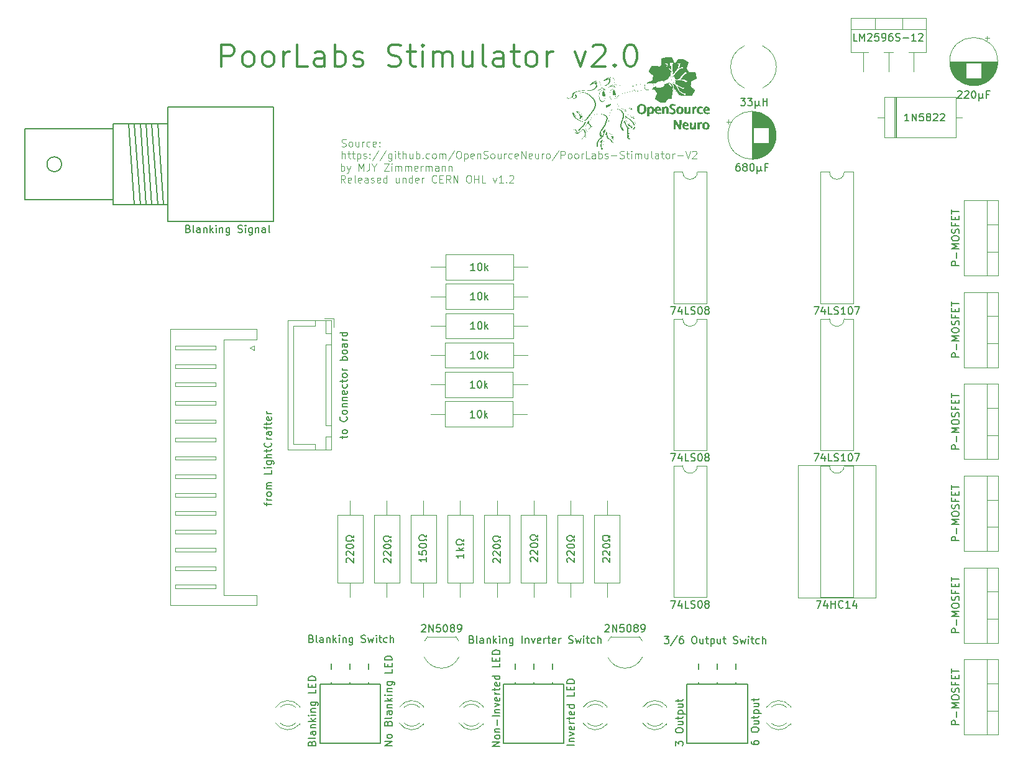
<source format=gbr>
%TF.GenerationSoftware,KiCad,Pcbnew,(6.0.4)*%
%TF.CreationDate,2023-06-02T21:12:55+02:00*%
%TF.ProjectId,Chrolis-LCR,4368726f-6c69-4732-9d4c-43522e6b6963,rev?*%
%TF.SameCoordinates,Original*%
%TF.FileFunction,Legend,Top*%
%TF.FilePolarity,Positive*%
%FSLAX46Y46*%
G04 Gerber Fmt 4.6, Leading zero omitted, Abs format (unit mm)*
G04 Created by KiCad (PCBNEW (6.0.4)) date 2023-06-02 21:12:55*
%MOMM*%
%LPD*%
G01*
G04 APERTURE LIST*
%ADD10C,0.100000*%
%ADD11C,0.300000*%
%ADD12C,0.150000*%
%ADD13C,0.120000*%
G04 APERTURE END LIST*
D10*
X68655476Y-57899761D02*
X68798333Y-57947380D01*
X69036428Y-57947380D01*
X69131666Y-57899761D01*
X69179285Y-57852142D01*
X69226904Y-57756904D01*
X69226904Y-57661666D01*
X69179285Y-57566428D01*
X69131666Y-57518809D01*
X69036428Y-57471190D01*
X68845952Y-57423571D01*
X68750714Y-57375952D01*
X68703095Y-57328333D01*
X68655476Y-57233095D01*
X68655476Y-57137857D01*
X68703095Y-57042619D01*
X68750714Y-56995000D01*
X68845952Y-56947380D01*
X69084047Y-56947380D01*
X69226904Y-56995000D01*
X69798333Y-57947380D02*
X69703095Y-57899761D01*
X69655476Y-57852142D01*
X69607857Y-57756904D01*
X69607857Y-57471190D01*
X69655476Y-57375952D01*
X69703095Y-57328333D01*
X69798333Y-57280714D01*
X69941190Y-57280714D01*
X70036428Y-57328333D01*
X70084047Y-57375952D01*
X70131666Y-57471190D01*
X70131666Y-57756904D01*
X70084047Y-57852142D01*
X70036428Y-57899761D01*
X69941190Y-57947380D01*
X69798333Y-57947380D01*
X70988809Y-57280714D02*
X70988809Y-57947380D01*
X70560238Y-57280714D02*
X70560238Y-57804523D01*
X70607857Y-57899761D01*
X70703095Y-57947380D01*
X70845952Y-57947380D01*
X70941190Y-57899761D01*
X70988809Y-57852142D01*
X71465000Y-57947380D02*
X71465000Y-57280714D01*
X71465000Y-57471190D02*
X71512619Y-57375952D01*
X71560238Y-57328333D01*
X71655476Y-57280714D01*
X71750714Y-57280714D01*
X72512619Y-57899761D02*
X72417380Y-57947380D01*
X72226904Y-57947380D01*
X72131666Y-57899761D01*
X72084047Y-57852142D01*
X72036428Y-57756904D01*
X72036428Y-57471190D01*
X72084047Y-57375952D01*
X72131666Y-57328333D01*
X72226904Y-57280714D01*
X72417380Y-57280714D01*
X72512619Y-57328333D01*
X73322142Y-57899761D02*
X73226904Y-57947380D01*
X73036428Y-57947380D01*
X72941190Y-57899761D01*
X72893571Y-57804523D01*
X72893571Y-57423571D01*
X72941190Y-57328333D01*
X73036428Y-57280714D01*
X73226904Y-57280714D01*
X73322142Y-57328333D01*
X73369761Y-57423571D01*
X73369761Y-57518809D01*
X72893571Y-57614047D01*
X73798333Y-57852142D02*
X73845952Y-57899761D01*
X73798333Y-57947380D01*
X73750714Y-57899761D01*
X73798333Y-57852142D01*
X73798333Y-57947380D01*
X73798333Y-57328333D02*
X73845952Y-57375952D01*
X73798333Y-57423571D01*
X73750714Y-57375952D01*
X73798333Y-57328333D01*
X73798333Y-57423571D01*
X68703095Y-59557380D02*
X68703095Y-58557380D01*
X69131666Y-59557380D02*
X69131666Y-59033571D01*
X69084047Y-58938333D01*
X68988809Y-58890714D01*
X68845952Y-58890714D01*
X68750714Y-58938333D01*
X68703095Y-58985952D01*
X69465000Y-58890714D02*
X69845952Y-58890714D01*
X69607857Y-58557380D02*
X69607857Y-59414523D01*
X69655476Y-59509761D01*
X69750714Y-59557380D01*
X69845952Y-59557380D01*
X70036428Y-58890714D02*
X70417380Y-58890714D01*
X70179285Y-58557380D02*
X70179285Y-59414523D01*
X70226904Y-59509761D01*
X70322142Y-59557380D01*
X70417380Y-59557380D01*
X70750714Y-58890714D02*
X70750714Y-59890714D01*
X70750714Y-58938333D02*
X70845952Y-58890714D01*
X71036428Y-58890714D01*
X71131666Y-58938333D01*
X71179285Y-58985952D01*
X71226904Y-59081190D01*
X71226904Y-59366904D01*
X71179285Y-59462142D01*
X71131666Y-59509761D01*
X71036428Y-59557380D01*
X70845952Y-59557380D01*
X70750714Y-59509761D01*
X71607857Y-59509761D02*
X71703095Y-59557380D01*
X71893571Y-59557380D01*
X71988809Y-59509761D01*
X72036428Y-59414523D01*
X72036428Y-59366904D01*
X71988809Y-59271666D01*
X71893571Y-59224047D01*
X71750714Y-59224047D01*
X71655476Y-59176428D01*
X71607857Y-59081190D01*
X71607857Y-59033571D01*
X71655476Y-58938333D01*
X71750714Y-58890714D01*
X71893571Y-58890714D01*
X71988809Y-58938333D01*
X72465000Y-59462142D02*
X72512619Y-59509761D01*
X72465000Y-59557380D01*
X72417380Y-59509761D01*
X72465000Y-59462142D01*
X72465000Y-59557380D01*
X72465000Y-58938333D02*
X72512619Y-58985952D01*
X72465000Y-59033571D01*
X72417380Y-58985952D01*
X72465000Y-58938333D01*
X72465000Y-59033571D01*
X73655476Y-58509761D02*
X72798333Y-59795476D01*
X74703095Y-58509761D02*
X73845952Y-59795476D01*
X75465000Y-58890714D02*
X75465000Y-59700238D01*
X75417380Y-59795476D01*
X75369761Y-59843095D01*
X75274523Y-59890714D01*
X75131666Y-59890714D01*
X75036428Y-59843095D01*
X75465000Y-59509761D02*
X75369761Y-59557380D01*
X75179285Y-59557380D01*
X75084047Y-59509761D01*
X75036428Y-59462142D01*
X74988809Y-59366904D01*
X74988809Y-59081190D01*
X75036428Y-58985952D01*
X75084047Y-58938333D01*
X75179285Y-58890714D01*
X75369761Y-58890714D01*
X75465000Y-58938333D01*
X75941190Y-59557380D02*
X75941190Y-58890714D01*
X75941190Y-58557380D02*
X75893571Y-58605000D01*
X75941190Y-58652619D01*
X75988809Y-58605000D01*
X75941190Y-58557380D01*
X75941190Y-58652619D01*
X76274523Y-58890714D02*
X76655476Y-58890714D01*
X76417380Y-58557380D02*
X76417380Y-59414523D01*
X76465000Y-59509761D01*
X76560238Y-59557380D01*
X76655476Y-59557380D01*
X76988809Y-59557380D02*
X76988809Y-58557380D01*
X77417380Y-59557380D02*
X77417380Y-59033571D01*
X77369761Y-58938333D01*
X77274523Y-58890714D01*
X77131666Y-58890714D01*
X77036428Y-58938333D01*
X76988809Y-58985952D01*
X78322142Y-58890714D02*
X78322142Y-59557380D01*
X77893571Y-58890714D02*
X77893571Y-59414523D01*
X77941190Y-59509761D01*
X78036428Y-59557380D01*
X78179285Y-59557380D01*
X78274523Y-59509761D01*
X78322142Y-59462142D01*
X78798333Y-59557380D02*
X78798333Y-58557380D01*
X78798333Y-58938333D02*
X78893571Y-58890714D01*
X79084047Y-58890714D01*
X79179285Y-58938333D01*
X79226904Y-58985952D01*
X79274523Y-59081190D01*
X79274523Y-59366904D01*
X79226904Y-59462142D01*
X79179285Y-59509761D01*
X79084047Y-59557380D01*
X78893571Y-59557380D01*
X78798333Y-59509761D01*
X79703095Y-59462142D02*
X79750714Y-59509761D01*
X79703095Y-59557380D01*
X79655476Y-59509761D01*
X79703095Y-59462142D01*
X79703095Y-59557380D01*
X80607857Y-59509761D02*
X80512619Y-59557380D01*
X80322142Y-59557380D01*
X80226904Y-59509761D01*
X80179285Y-59462142D01*
X80131666Y-59366904D01*
X80131666Y-59081190D01*
X80179285Y-58985952D01*
X80226904Y-58938333D01*
X80322142Y-58890714D01*
X80512619Y-58890714D01*
X80607857Y-58938333D01*
X81179285Y-59557380D02*
X81084047Y-59509761D01*
X81036428Y-59462142D01*
X80988809Y-59366904D01*
X80988809Y-59081190D01*
X81036428Y-58985952D01*
X81084047Y-58938333D01*
X81179285Y-58890714D01*
X81322142Y-58890714D01*
X81417380Y-58938333D01*
X81465000Y-58985952D01*
X81512619Y-59081190D01*
X81512619Y-59366904D01*
X81465000Y-59462142D01*
X81417380Y-59509761D01*
X81322142Y-59557380D01*
X81179285Y-59557380D01*
X81941190Y-59557380D02*
X81941190Y-58890714D01*
X81941190Y-58985952D02*
X81988809Y-58938333D01*
X82084047Y-58890714D01*
X82226904Y-58890714D01*
X82322142Y-58938333D01*
X82369761Y-59033571D01*
X82369761Y-59557380D01*
X82369761Y-59033571D02*
X82417380Y-58938333D01*
X82512619Y-58890714D01*
X82655476Y-58890714D01*
X82750714Y-58938333D01*
X82798333Y-59033571D01*
X82798333Y-59557380D01*
X83988809Y-58509761D02*
X83131666Y-59795476D01*
X84512619Y-58557380D02*
X84703095Y-58557380D01*
X84798333Y-58605000D01*
X84893571Y-58700238D01*
X84941190Y-58890714D01*
X84941190Y-59224047D01*
X84893571Y-59414523D01*
X84798333Y-59509761D01*
X84703095Y-59557380D01*
X84512619Y-59557380D01*
X84417380Y-59509761D01*
X84322142Y-59414523D01*
X84274523Y-59224047D01*
X84274523Y-58890714D01*
X84322142Y-58700238D01*
X84417380Y-58605000D01*
X84512619Y-58557380D01*
X85369761Y-58890714D02*
X85369761Y-59890714D01*
X85369761Y-58938333D02*
X85465000Y-58890714D01*
X85655476Y-58890714D01*
X85750714Y-58938333D01*
X85798333Y-58985952D01*
X85845952Y-59081190D01*
X85845952Y-59366904D01*
X85798333Y-59462142D01*
X85750714Y-59509761D01*
X85655476Y-59557380D01*
X85465000Y-59557380D01*
X85369761Y-59509761D01*
X86655476Y-59509761D02*
X86560238Y-59557380D01*
X86369761Y-59557380D01*
X86274523Y-59509761D01*
X86226904Y-59414523D01*
X86226904Y-59033571D01*
X86274523Y-58938333D01*
X86369761Y-58890714D01*
X86560238Y-58890714D01*
X86655476Y-58938333D01*
X86703095Y-59033571D01*
X86703095Y-59128809D01*
X86226904Y-59224047D01*
X87131666Y-58890714D02*
X87131666Y-59557380D01*
X87131666Y-58985952D02*
X87179285Y-58938333D01*
X87274523Y-58890714D01*
X87417380Y-58890714D01*
X87512619Y-58938333D01*
X87560238Y-59033571D01*
X87560238Y-59557380D01*
X87988809Y-59509761D02*
X88131666Y-59557380D01*
X88369761Y-59557380D01*
X88465000Y-59509761D01*
X88512619Y-59462142D01*
X88560238Y-59366904D01*
X88560238Y-59271666D01*
X88512619Y-59176428D01*
X88465000Y-59128809D01*
X88369761Y-59081190D01*
X88179285Y-59033571D01*
X88084047Y-58985952D01*
X88036428Y-58938333D01*
X87988809Y-58843095D01*
X87988809Y-58747857D01*
X88036428Y-58652619D01*
X88084047Y-58605000D01*
X88179285Y-58557380D01*
X88417380Y-58557380D01*
X88560238Y-58605000D01*
X89131666Y-59557380D02*
X89036428Y-59509761D01*
X88988809Y-59462142D01*
X88941190Y-59366904D01*
X88941190Y-59081190D01*
X88988809Y-58985952D01*
X89036428Y-58938333D01*
X89131666Y-58890714D01*
X89274523Y-58890714D01*
X89369761Y-58938333D01*
X89417380Y-58985952D01*
X89465000Y-59081190D01*
X89465000Y-59366904D01*
X89417380Y-59462142D01*
X89369761Y-59509761D01*
X89274523Y-59557380D01*
X89131666Y-59557380D01*
X90322142Y-58890714D02*
X90322142Y-59557380D01*
X89893571Y-58890714D02*
X89893571Y-59414523D01*
X89941190Y-59509761D01*
X90036428Y-59557380D01*
X90179285Y-59557380D01*
X90274523Y-59509761D01*
X90322142Y-59462142D01*
X90798333Y-59557380D02*
X90798333Y-58890714D01*
X90798333Y-59081190D02*
X90845952Y-58985952D01*
X90893571Y-58938333D01*
X90988809Y-58890714D01*
X91084047Y-58890714D01*
X91845952Y-59509761D02*
X91750714Y-59557380D01*
X91560238Y-59557380D01*
X91465000Y-59509761D01*
X91417380Y-59462142D01*
X91369761Y-59366904D01*
X91369761Y-59081190D01*
X91417380Y-58985952D01*
X91465000Y-58938333D01*
X91560238Y-58890714D01*
X91750714Y-58890714D01*
X91845952Y-58938333D01*
X92655476Y-59509761D02*
X92560238Y-59557380D01*
X92369761Y-59557380D01*
X92274523Y-59509761D01*
X92226904Y-59414523D01*
X92226904Y-59033571D01*
X92274523Y-58938333D01*
X92369761Y-58890714D01*
X92560238Y-58890714D01*
X92655476Y-58938333D01*
X92703095Y-59033571D01*
X92703095Y-59128809D01*
X92226904Y-59224047D01*
X93131666Y-59557380D02*
X93131666Y-58557380D01*
X93703095Y-59557380D01*
X93703095Y-58557380D01*
X94560238Y-59509761D02*
X94465000Y-59557380D01*
X94274523Y-59557380D01*
X94179285Y-59509761D01*
X94131666Y-59414523D01*
X94131666Y-59033571D01*
X94179285Y-58938333D01*
X94274523Y-58890714D01*
X94465000Y-58890714D01*
X94560238Y-58938333D01*
X94607857Y-59033571D01*
X94607857Y-59128809D01*
X94131666Y-59224047D01*
X95465000Y-58890714D02*
X95465000Y-59557380D01*
X95036428Y-58890714D02*
X95036428Y-59414523D01*
X95084047Y-59509761D01*
X95179285Y-59557380D01*
X95322142Y-59557380D01*
X95417380Y-59509761D01*
X95465000Y-59462142D01*
X95941190Y-59557380D02*
X95941190Y-58890714D01*
X95941190Y-59081190D02*
X95988809Y-58985952D01*
X96036428Y-58938333D01*
X96131666Y-58890714D01*
X96226904Y-58890714D01*
X96703095Y-59557380D02*
X96607857Y-59509761D01*
X96560238Y-59462142D01*
X96512619Y-59366904D01*
X96512619Y-59081190D01*
X96560238Y-58985952D01*
X96607857Y-58938333D01*
X96703095Y-58890714D01*
X96845952Y-58890714D01*
X96941190Y-58938333D01*
X96988809Y-58985952D01*
X97036428Y-59081190D01*
X97036428Y-59366904D01*
X96988809Y-59462142D01*
X96941190Y-59509761D01*
X96845952Y-59557380D01*
X96703095Y-59557380D01*
X98179285Y-58509761D02*
X97322142Y-59795476D01*
X98512619Y-59557380D02*
X98512619Y-58557380D01*
X98893571Y-58557380D01*
X98988809Y-58605000D01*
X99036428Y-58652619D01*
X99084047Y-58747857D01*
X99084047Y-58890714D01*
X99036428Y-58985952D01*
X98988809Y-59033571D01*
X98893571Y-59081190D01*
X98512619Y-59081190D01*
X99655476Y-59557380D02*
X99560238Y-59509761D01*
X99512619Y-59462142D01*
X99465000Y-59366904D01*
X99465000Y-59081190D01*
X99512619Y-58985952D01*
X99560238Y-58938333D01*
X99655476Y-58890714D01*
X99798333Y-58890714D01*
X99893571Y-58938333D01*
X99941190Y-58985952D01*
X99988809Y-59081190D01*
X99988809Y-59366904D01*
X99941190Y-59462142D01*
X99893571Y-59509761D01*
X99798333Y-59557380D01*
X99655476Y-59557380D01*
X100560238Y-59557380D02*
X100465000Y-59509761D01*
X100417380Y-59462142D01*
X100369761Y-59366904D01*
X100369761Y-59081190D01*
X100417380Y-58985952D01*
X100465000Y-58938333D01*
X100560238Y-58890714D01*
X100703095Y-58890714D01*
X100798333Y-58938333D01*
X100845952Y-58985952D01*
X100893571Y-59081190D01*
X100893571Y-59366904D01*
X100845952Y-59462142D01*
X100798333Y-59509761D01*
X100703095Y-59557380D01*
X100560238Y-59557380D01*
X101322142Y-59557380D02*
X101322142Y-58890714D01*
X101322142Y-59081190D02*
X101369761Y-58985952D01*
X101417380Y-58938333D01*
X101512619Y-58890714D01*
X101607857Y-58890714D01*
X102417380Y-59557380D02*
X101941190Y-59557380D01*
X101941190Y-58557380D01*
X103179285Y-59557380D02*
X103179285Y-59033571D01*
X103131666Y-58938333D01*
X103036428Y-58890714D01*
X102845952Y-58890714D01*
X102750714Y-58938333D01*
X103179285Y-59509761D02*
X103084047Y-59557380D01*
X102845952Y-59557380D01*
X102750714Y-59509761D01*
X102703095Y-59414523D01*
X102703095Y-59319285D01*
X102750714Y-59224047D01*
X102845952Y-59176428D01*
X103084047Y-59176428D01*
X103179285Y-59128809D01*
X103655476Y-59557380D02*
X103655476Y-58557380D01*
X103655476Y-58938333D02*
X103750714Y-58890714D01*
X103941190Y-58890714D01*
X104036428Y-58938333D01*
X104084047Y-58985952D01*
X104131666Y-59081190D01*
X104131666Y-59366904D01*
X104084047Y-59462142D01*
X104036428Y-59509761D01*
X103941190Y-59557380D01*
X103750714Y-59557380D01*
X103655476Y-59509761D01*
X104512619Y-59509761D02*
X104607857Y-59557380D01*
X104798333Y-59557380D01*
X104893571Y-59509761D01*
X104941190Y-59414523D01*
X104941190Y-59366904D01*
X104893571Y-59271666D01*
X104798333Y-59224047D01*
X104655476Y-59224047D01*
X104560238Y-59176428D01*
X104512619Y-59081190D01*
X104512619Y-59033571D01*
X104560238Y-58938333D01*
X104655476Y-58890714D01*
X104798333Y-58890714D01*
X104893571Y-58938333D01*
X105369761Y-59176428D02*
X106131666Y-59176428D01*
X106560238Y-59509761D02*
X106703095Y-59557380D01*
X106941190Y-59557380D01*
X107036428Y-59509761D01*
X107084047Y-59462142D01*
X107131666Y-59366904D01*
X107131666Y-59271666D01*
X107084047Y-59176428D01*
X107036428Y-59128809D01*
X106941190Y-59081190D01*
X106750714Y-59033571D01*
X106655476Y-58985952D01*
X106607857Y-58938333D01*
X106560238Y-58843095D01*
X106560238Y-58747857D01*
X106607857Y-58652619D01*
X106655476Y-58605000D01*
X106750714Y-58557380D01*
X106988809Y-58557380D01*
X107131666Y-58605000D01*
X107417380Y-58890714D02*
X107798333Y-58890714D01*
X107560238Y-58557380D02*
X107560238Y-59414523D01*
X107607857Y-59509761D01*
X107703095Y-59557380D01*
X107798333Y-59557380D01*
X108131666Y-59557380D02*
X108131666Y-58890714D01*
X108131666Y-58557380D02*
X108084047Y-58605000D01*
X108131666Y-58652619D01*
X108179285Y-58605000D01*
X108131666Y-58557380D01*
X108131666Y-58652619D01*
X108607857Y-59557380D02*
X108607857Y-58890714D01*
X108607857Y-58985952D02*
X108655476Y-58938333D01*
X108750714Y-58890714D01*
X108893571Y-58890714D01*
X108988809Y-58938333D01*
X109036428Y-59033571D01*
X109036428Y-59557380D01*
X109036428Y-59033571D02*
X109084047Y-58938333D01*
X109179285Y-58890714D01*
X109322142Y-58890714D01*
X109417380Y-58938333D01*
X109465000Y-59033571D01*
X109465000Y-59557380D01*
X110369761Y-58890714D02*
X110369761Y-59557380D01*
X109941190Y-58890714D02*
X109941190Y-59414523D01*
X109988809Y-59509761D01*
X110084047Y-59557380D01*
X110226904Y-59557380D01*
X110322142Y-59509761D01*
X110369761Y-59462142D01*
X110988809Y-59557380D02*
X110893571Y-59509761D01*
X110845952Y-59414523D01*
X110845952Y-58557380D01*
X111798333Y-59557380D02*
X111798333Y-59033571D01*
X111750714Y-58938333D01*
X111655476Y-58890714D01*
X111465000Y-58890714D01*
X111369761Y-58938333D01*
X111798333Y-59509761D02*
X111703095Y-59557380D01*
X111465000Y-59557380D01*
X111369761Y-59509761D01*
X111322142Y-59414523D01*
X111322142Y-59319285D01*
X111369761Y-59224047D01*
X111465000Y-59176428D01*
X111703095Y-59176428D01*
X111798333Y-59128809D01*
X112131666Y-58890714D02*
X112512619Y-58890714D01*
X112274523Y-58557380D02*
X112274523Y-59414523D01*
X112322142Y-59509761D01*
X112417380Y-59557380D01*
X112512619Y-59557380D01*
X112988809Y-59557380D02*
X112893571Y-59509761D01*
X112845952Y-59462142D01*
X112798333Y-59366904D01*
X112798333Y-59081190D01*
X112845952Y-58985952D01*
X112893571Y-58938333D01*
X112988809Y-58890714D01*
X113131666Y-58890714D01*
X113226904Y-58938333D01*
X113274523Y-58985952D01*
X113322142Y-59081190D01*
X113322142Y-59366904D01*
X113274523Y-59462142D01*
X113226904Y-59509761D01*
X113131666Y-59557380D01*
X112988809Y-59557380D01*
X113750714Y-59557380D02*
X113750714Y-58890714D01*
X113750714Y-59081190D02*
X113798333Y-58985952D01*
X113845952Y-58938333D01*
X113941190Y-58890714D01*
X114036428Y-58890714D01*
X114369761Y-59176428D02*
X115131666Y-59176428D01*
X115465000Y-58557380D02*
X115798333Y-59557380D01*
X116131666Y-58557380D01*
X116417380Y-58652619D02*
X116465000Y-58605000D01*
X116560238Y-58557380D01*
X116798333Y-58557380D01*
X116893571Y-58605000D01*
X116941190Y-58652619D01*
X116988809Y-58747857D01*
X116988809Y-58843095D01*
X116941190Y-58985952D01*
X116369761Y-59557380D01*
X116988809Y-59557380D01*
X68553095Y-61247380D02*
X68553095Y-60247380D01*
X68553095Y-60628333D02*
X68648333Y-60580714D01*
X68838809Y-60580714D01*
X68934047Y-60628333D01*
X68981666Y-60675952D01*
X69029285Y-60771190D01*
X69029285Y-61056904D01*
X68981666Y-61152142D01*
X68934047Y-61199761D01*
X68838809Y-61247380D01*
X68648333Y-61247380D01*
X68553095Y-61199761D01*
X69362619Y-60580714D02*
X69600714Y-61247380D01*
X69838809Y-60580714D02*
X69600714Y-61247380D01*
X69505476Y-61485476D01*
X69457857Y-61533095D01*
X69362619Y-61580714D01*
X70981666Y-61247380D02*
X70981666Y-60247380D01*
X71315000Y-60961666D01*
X71648333Y-60247380D01*
X71648333Y-61247380D01*
X72410238Y-60247380D02*
X72410238Y-60961666D01*
X72362619Y-61104523D01*
X72267380Y-61199761D01*
X72124523Y-61247380D01*
X72029285Y-61247380D01*
X73076904Y-60771190D02*
X73076904Y-61247380D01*
X72743571Y-60247380D02*
X73076904Y-60771190D01*
X73410238Y-60247380D01*
X74410238Y-60247380D02*
X75076904Y-60247380D01*
X74410238Y-61247380D01*
X75076904Y-61247380D01*
X75457857Y-61247380D02*
X75457857Y-60580714D01*
X75457857Y-60247380D02*
X75410238Y-60295000D01*
X75457857Y-60342619D01*
X75505476Y-60295000D01*
X75457857Y-60247380D01*
X75457857Y-60342619D01*
X75934047Y-61247380D02*
X75934047Y-60580714D01*
X75934047Y-60675952D02*
X75981666Y-60628333D01*
X76076904Y-60580714D01*
X76219761Y-60580714D01*
X76315000Y-60628333D01*
X76362619Y-60723571D01*
X76362619Y-61247380D01*
X76362619Y-60723571D02*
X76410238Y-60628333D01*
X76505476Y-60580714D01*
X76648333Y-60580714D01*
X76743571Y-60628333D01*
X76791190Y-60723571D01*
X76791190Y-61247380D01*
X77267380Y-61247380D02*
X77267380Y-60580714D01*
X77267380Y-60675952D02*
X77315000Y-60628333D01*
X77410238Y-60580714D01*
X77553095Y-60580714D01*
X77648333Y-60628333D01*
X77695952Y-60723571D01*
X77695952Y-61247380D01*
X77695952Y-60723571D02*
X77743571Y-60628333D01*
X77838809Y-60580714D01*
X77981666Y-60580714D01*
X78076904Y-60628333D01*
X78124523Y-60723571D01*
X78124523Y-61247380D01*
X78981666Y-61199761D02*
X78886428Y-61247380D01*
X78695952Y-61247380D01*
X78600714Y-61199761D01*
X78553095Y-61104523D01*
X78553095Y-60723571D01*
X78600714Y-60628333D01*
X78695952Y-60580714D01*
X78886428Y-60580714D01*
X78981666Y-60628333D01*
X79029285Y-60723571D01*
X79029285Y-60818809D01*
X78553095Y-60914047D01*
X79457857Y-61247380D02*
X79457857Y-60580714D01*
X79457857Y-60771190D02*
X79505476Y-60675952D01*
X79553095Y-60628333D01*
X79648333Y-60580714D01*
X79743571Y-60580714D01*
X80076904Y-61247380D02*
X80076904Y-60580714D01*
X80076904Y-60675952D02*
X80124523Y-60628333D01*
X80219761Y-60580714D01*
X80362619Y-60580714D01*
X80457857Y-60628333D01*
X80505476Y-60723571D01*
X80505476Y-61247380D01*
X80505476Y-60723571D02*
X80553095Y-60628333D01*
X80648333Y-60580714D01*
X80791190Y-60580714D01*
X80886428Y-60628333D01*
X80934047Y-60723571D01*
X80934047Y-61247380D01*
X81838809Y-61247380D02*
X81838809Y-60723571D01*
X81791190Y-60628333D01*
X81695952Y-60580714D01*
X81505476Y-60580714D01*
X81410238Y-60628333D01*
X81838809Y-61199761D02*
X81743571Y-61247380D01*
X81505476Y-61247380D01*
X81410238Y-61199761D01*
X81362619Y-61104523D01*
X81362619Y-61009285D01*
X81410238Y-60914047D01*
X81505476Y-60866428D01*
X81743571Y-60866428D01*
X81838809Y-60818809D01*
X82315000Y-60580714D02*
X82315000Y-61247380D01*
X82315000Y-60675952D02*
X82362619Y-60628333D01*
X82457857Y-60580714D01*
X82600714Y-60580714D01*
X82695952Y-60628333D01*
X82743571Y-60723571D01*
X82743571Y-61247380D01*
X83219761Y-60580714D02*
X83219761Y-61247380D01*
X83219761Y-60675952D02*
X83267380Y-60628333D01*
X83362619Y-60580714D01*
X83505476Y-60580714D01*
X83600714Y-60628333D01*
X83648333Y-60723571D01*
X83648333Y-61247380D01*
X69124523Y-62857380D02*
X68791190Y-62381190D01*
X68553095Y-62857380D02*
X68553095Y-61857380D01*
X68934047Y-61857380D01*
X69029285Y-61905000D01*
X69076904Y-61952619D01*
X69124523Y-62047857D01*
X69124523Y-62190714D01*
X69076904Y-62285952D01*
X69029285Y-62333571D01*
X68934047Y-62381190D01*
X68553095Y-62381190D01*
X69934047Y-62809761D02*
X69838809Y-62857380D01*
X69648333Y-62857380D01*
X69553095Y-62809761D01*
X69505476Y-62714523D01*
X69505476Y-62333571D01*
X69553095Y-62238333D01*
X69648333Y-62190714D01*
X69838809Y-62190714D01*
X69934047Y-62238333D01*
X69981666Y-62333571D01*
X69981666Y-62428809D01*
X69505476Y-62524047D01*
X70553095Y-62857380D02*
X70457857Y-62809761D01*
X70410238Y-62714523D01*
X70410238Y-61857380D01*
X71315000Y-62809761D02*
X71219761Y-62857380D01*
X71029285Y-62857380D01*
X70934047Y-62809761D01*
X70886428Y-62714523D01*
X70886428Y-62333571D01*
X70934047Y-62238333D01*
X71029285Y-62190714D01*
X71219761Y-62190714D01*
X71315000Y-62238333D01*
X71362619Y-62333571D01*
X71362619Y-62428809D01*
X70886428Y-62524047D01*
X72219761Y-62857380D02*
X72219761Y-62333571D01*
X72172142Y-62238333D01*
X72076904Y-62190714D01*
X71886428Y-62190714D01*
X71791190Y-62238333D01*
X72219761Y-62809761D02*
X72124523Y-62857380D01*
X71886428Y-62857380D01*
X71791190Y-62809761D01*
X71743571Y-62714523D01*
X71743571Y-62619285D01*
X71791190Y-62524047D01*
X71886428Y-62476428D01*
X72124523Y-62476428D01*
X72219761Y-62428809D01*
X72648333Y-62809761D02*
X72743571Y-62857380D01*
X72934047Y-62857380D01*
X73029285Y-62809761D01*
X73076904Y-62714523D01*
X73076904Y-62666904D01*
X73029285Y-62571666D01*
X72934047Y-62524047D01*
X72791190Y-62524047D01*
X72695952Y-62476428D01*
X72648333Y-62381190D01*
X72648333Y-62333571D01*
X72695952Y-62238333D01*
X72791190Y-62190714D01*
X72934047Y-62190714D01*
X73029285Y-62238333D01*
X73886428Y-62809761D02*
X73791190Y-62857380D01*
X73600714Y-62857380D01*
X73505476Y-62809761D01*
X73457857Y-62714523D01*
X73457857Y-62333571D01*
X73505476Y-62238333D01*
X73600714Y-62190714D01*
X73791190Y-62190714D01*
X73886428Y-62238333D01*
X73934047Y-62333571D01*
X73934047Y-62428809D01*
X73457857Y-62524047D01*
X74791190Y-62857380D02*
X74791190Y-61857380D01*
X74791190Y-62809761D02*
X74695952Y-62857380D01*
X74505476Y-62857380D01*
X74410238Y-62809761D01*
X74362619Y-62762142D01*
X74315000Y-62666904D01*
X74315000Y-62381190D01*
X74362619Y-62285952D01*
X74410238Y-62238333D01*
X74505476Y-62190714D01*
X74695952Y-62190714D01*
X74791190Y-62238333D01*
X76457857Y-62190714D02*
X76457857Y-62857380D01*
X76029285Y-62190714D02*
X76029285Y-62714523D01*
X76076904Y-62809761D01*
X76172142Y-62857380D01*
X76315000Y-62857380D01*
X76410238Y-62809761D01*
X76457857Y-62762142D01*
X76934047Y-62190714D02*
X76934047Y-62857380D01*
X76934047Y-62285952D02*
X76981666Y-62238333D01*
X77076904Y-62190714D01*
X77219761Y-62190714D01*
X77315000Y-62238333D01*
X77362619Y-62333571D01*
X77362619Y-62857380D01*
X78267380Y-62857380D02*
X78267380Y-61857380D01*
X78267380Y-62809761D02*
X78172142Y-62857380D01*
X77981666Y-62857380D01*
X77886428Y-62809761D01*
X77838809Y-62762142D01*
X77791190Y-62666904D01*
X77791190Y-62381190D01*
X77838809Y-62285952D01*
X77886428Y-62238333D01*
X77981666Y-62190714D01*
X78172142Y-62190714D01*
X78267380Y-62238333D01*
X79124523Y-62809761D02*
X79029285Y-62857380D01*
X78838809Y-62857380D01*
X78743571Y-62809761D01*
X78695952Y-62714523D01*
X78695952Y-62333571D01*
X78743571Y-62238333D01*
X78838809Y-62190714D01*
X79029285Y-62190714D01*
X79124523Y-62238333D01*
X79172142Y-62333571D01*
X79172142Y-62428809D01*
X78695952Y-62524047D01*
X79600714Y-62857380D02*
X79600714Y-62190714D01*
X79600714Y-62381190D02*
X79648333Y-62285952D01*
X79695952Y-62238333D01*
X79791190Y-62190714D01*
X79886428Y-62190714D01*
X81553095Y-62762142D02*
X81505476Y-62809761D01*
X81362619Y-62857380D01*
X81267380Y-62857380D01*
X81124523Y-62809761D01*
X81029285Y-62714523D01*
X80981666Y-62619285D01*
X80934047Y-62428809D01*
X80934047Y-62285952D01*
X80981666Y-62095476D01*
X81029285Y-62000238D01*
X81124523Y-61905000D01*
X81267380Y-61857380D01*
X81362619Y-61857380D01*
X81505476Y-61905000D01*
X81553095Y-61952619D01*
X81981666Y-62333571D02*
X82315000Y-62333571D01*
X82457857Y-62857380D02*
X81981666Y-62857380D01*
X81981666Y-61857380D01*
X82457857Y-61857380D01*
X83457857Y-62857380D02*
X83124523Y-62381190D01*
X82886428Y-62857380D02*
X82886428Y-61857380D01*
X83267380Y-61857380D01*
X83362619Y-61905000D01*
X83410238Y-61952619D01*
X83457857Y-62047857D01*
X83457857Y-62190714D01*
X83410238Y-62285952D01*
X83362619Y-62333571D01*
X83267380Y-62381190D01*
X82886428Y-62381190D01*
X83886428Y-62857380D02*
X83886428Y-61857380D01*
X84457857Y-62857380D01*
X84457857Y-61857380D01*
X85886428Y-61857380D02*
X86076904Y-61857380D01*
X86172142Y-61905000D01*
X86267380Y-62000238D01*
X86315000Y-62190714D01*
X86315000Y-62524047D01*
X86267380Y-62714523D01*
X86172142Y-62809761D01*
X86076904Y-62857380D01*
X85886428Y-62857380D01*
X85791190Y-62809761D01*
X85695952Y-62714523D01*
X85648333Y-62524047D01*
X85648333Y-62190714D01*
X85695952Y-62000238D01*
X85791190Y-61905000D01*
X85886428Y-61857380D01*
X86743571Y-62857380D02*
X86743571Y-61857380D01*
X86743571Y-62333571D02*
X87315000Y-62333571D01*
X87315000Y-62857380D02*
X87315000Y-61857380D01*
X88267380Y-62857380D02*
X87791190Y-62857380D01*
X87791190Y-61857380D01*
X89267380Y-62190714D02*
X89505476Y-62857380D01*
X89743571Y-62190714D01*
X90648333Y-62857380D02*
X90076904Y-62857380D01*
X90362619Y-62857380D02*
X90362619Y-61857380D01*
X90267380Y-62000238D01*
X90172142Y-62095476D01*
X90076904Y-62143095D01*
X91076904Y-62762142D02*
X91124523Y-62809761D01*
X91076904Y-62857380D01*
X91029285Y-62809761D01*
X91076904Y-62762142D01*
X91076904Y-62857380D01*
X91505476Y-61952619D02*
X91553095Y-61905000D01*
X91648333Y-61857380D01*
X91886428Y-61857380D01*
X91981666Y-61905000D01*
X92029285Y-61952619D01*
X92076904Y-62047857D01*
X92076904Y-62143095D01*
X92029285Y-62285952D01*
X91457857Y-62857380D01*
X92076904Y-62857380D01*
D11*
X52285714Y-47057142D02*
X52285714Y-44057142D01*
X53428571Y-44057142D01*
X53714285Y-44200000D01*
X53857142Y-44342857D01*
X54000000Y-44628571D01*
X54000000Y-45057142D01*
X53857142Y-45342857D01*
X53714285Y-45485714D01*
X53428571Y-45628571D01*
X52285714Y-45628571D01*
X55714285Y-47057142D02*
X55428571Y-46914285D01*
X55285714Y-46771428D01*
X55142857Y-46485714D01*
X55142857Y-45628571D01*
X55285714Y-45342857D01*
X55428571Y-45200000D01*
X55714285Y-45057142D01*
X56142857Y-45057142D01*
X56428571Y-45200000D01*
X56571428Y-45342857D01*
X56714285Y-45628571D01*
X56714285Y-46485714D01*
X56571428Y-46771428D01*
X56428571Y-46914285D01*
X56142857Y-47057142D01*
X55714285Y-47057142D01*
X58428571Y-47057142D02*
X58142857Y-46914285D01*
X58000000Y-46771428D01*
X57857142Y-46485714D01*
X57857142Y-45628571D01*
X58000000Y-45342857D01*
X58142857Y-45200000D01*
X58428571Y-45057142D01*
X58857142Y-45057142D01*
X59142857Y-45200000D01*
X59285714Y-45342857D01*
X59428571Y-45628571D01*
X59428571Y-46485714D01*
X59285714Y-46771428D01*
X59142857Y-46914285D01*
X58857142Y-47057142D01*
X58428571Y-47057142D01*
X60714285Y-47057142D02*
X60714285Y-45057142D01*
X60714285Y-45628571D02*
X60857142Y-45342857D01*
X61000000Y-45200000D01*
X61285714Y-45057142D01*
X61571428Y-45057142D01*
X64000000Y-47057142D02*
X62571428Y-47057142D01*
X62571428Y-44057142D01*
X66285714Y-47057142D02*
X66285714Y-45485714D01*
X66142857Y-45200000D01*
X65857142Y-45057142D01*
X65285714Y-45057142D01*
X65000000Y-45200000D01*
X66285714Y-46914285D02*
X66000000Y-47057142D01*
X65285714Y-47057142D01*
X65000000Y-46914285D01*
X64857142Y-46628571D01*
X64857142Y-46342857D01*
X65000000Y-46057142D01*
X65285714Y-45914285D01*
X66000000Y-45914285D01*
X66285714Y-45771428D01*
X67714285Y-47057142D02*
X67714285Y-44057142D01*
X67714285Y-45200000D02*
X68000000Y-45057142D01*
X68571428Y-45057142D01*
X68857142Y-45200000D01*
X69000000Y-45342857D01*
X69142857Y-45628571D01*
X69142857Y-46485714D01*
X69000000Y-46771428D01*
X68857142Y-46914285D01*
X68571428Y-47057142D01*
X68000000Y-47057142D01*
X67714285Y-46914285D01*
X70285714Y-46914285D02*
X70571428Y-47057142D01*
X71142857Y-47057142D01*
X71428571Y-46914285D01*
X71571428Y-46628571D01*
X71571428Y-46485714D01*
X71428571Y-46200000D01*
X71142857Y-46057142D01*
X70714285Y-46057142D01*
X70428571Y-45914285D01*
X70285714Y-45628571D01*
X70285714Y-45485714D01*
X70428571Y-45200000D01*
X70714285Y-45057142D01*
X71142857Y-45057142D01*
X71428571Y-45200000D01*
X75000000Y-46914285D02*
X75428571Y-47057142D01*
X76142857Y-47057142D01*
X76428571Y-46914285D01*
X76571428Y-46771428D01*
X76714285Y-46485714D01*
X76714285Y-46200000D01*
X76571428Y-45914285D01*
X76428571Y-45771428D01*
X76142857Y-45628571D01*
X75571428Y-45485714D01*
X75285714Y-45342857D01*
X75142857Y-45200000D01*
X75000000Y-44914285D01*
X75000000Y-44628571D01*
X75142857Y-44342857D01*
X75285714Y-44200000D01*
X75571428Y-44057142D01*
X76285714Y-44057142D01*
X76714285Y-44200000D01*
X77571428Y-45057142D02*
X78714285Y-45057142D01*
X78000000Y-44057142D02*
X78000000Y-46628571D01*
X78142857Y-46914285D01*
X78428571Y-47057142D01*
X78714285Y-47057142D01*
X79714285Y-47057142D02*
X79714285Y-45057142D01*
X79714285Y-44057142D02*
X79571428Y-44200000D01*
X79714285Y-44342857D01*
X79857142Y-44200000D01*
X79714285Y-44057142D01*
X79714285Y-44342857D01*
X81142857Y-47057142D02*
X81142857Y-45057142D01*
X81142857Y-45342857D02*
X81285714Y-45200000D01*
X81571428Y-45057142D01*
X82000000Y-45057142D01*
X82285714Y-45200000D01*
X82428571Y-45485714D01*
X82428571Y-47057142D01*
X82428571Y-45485714D02*
X82571428Y-45200000D01*
X82857142Y-45057142D01*
X83285714Y-45057142D01*
X83571428Y-45200000D01*
X83714285Y-45485714D01*
X83714285Y-47057142D01*
X86428571Y-45057142D02*
X86428571Y-47057142D01*
X85142857Y-45057142D02*
X85142857Y-46628571D01*
X85285714Y-46914285D01*
X85571428Y-47057142D01*
X86000000Y-47057142D01*
X86285714Y-46914285D01*
X86428571Y-46771428D01*
X88285714Y-47057142D02*
X88000000Y-46914285D01*
X87857142Y-46628571D01*
X87857142Y-44057142D01*
X90714285Y-47057142D02*
X90714285Y-45485714D01*
X90571428Y-45200000D01*
X90285714Y-45057142D01*
X89714285Y-45057142D01*
X89428571Y-45200000D01*
X90714285Y-46914285D02*
X90428571Y-47057142D01*
X89714285Y-47057142D01*
X89428571Y-46914285D01*
X89285714Y-46628571D01*
X89285714Y-46342857D01*
X89428571Y-46057142D01*
X89714285Y-45914285D01*
X90428571Y-45914285D01*
X90714285Y-45771428D01*
X91714285Y-45057142D02*
X92857142Y-45057142D01*
X92142857Y-44057142D02*
X92142857Y-46628571D01*
X92285714Y-46914285D01*
X92571428Y-47057142D01*
X92857142Y-47057142D01*
X94285714Y-47057142D02*
X94000000Y-46914285D01*
X93857142Y-46771428D01*
X93714285Y-46485714D01*
X93714285Y-45628571D01*
X93857142Y-45342857D01*
X94000000Y-45200000D01*
X94285714Y-45057142D01*
X94714285Y-45057142D01*
X95000000Y-45200000D01*
X95142857Y-45342857D01*
X95285714Y-45628571D01*
X95285714Y-46485714D01*
X95142857Y-46771428D01*
X95000000Y-46914285D01*
X94714285Y-47057142D01*
X94285714Y-47057142D01*
X96571428Y-47057142D02*
X96571428Y-45057142D01*
X96571428Y-45628571D02*
X96714285Y-45342857D01*
X96857142Y-45200000D01*
X97142857Y-45057142D01*
X97428571Y-45057142D01*
X100428571Y-45057142D02*
X101142857Y-47057142D01*
X101857142Y-45057142D01*
X102857142Y-44342857D02*
X103000000Y-44200000D01*
X103285714Y-44057142D01*
X104000000Y-44057142D01*
X104285714Y-44200000D01*
X104428571Y-44342857D01*
X104571428Y-44628571D01*
X104571428Y-44914285D01*
X104428571Y-45342857D01*
X102714285Y-47057142D01*
X104571428Y-47057142D01*
X105857142Y-46771428D02*
X106000000Y-46914285D01*
X105857142Y-47057142D01*
X105714285Y-46914285D01*
X105857142Y-46771428D01*
X105857142Y-47057142D01*
X107857142Y-44057142D02*
X108142857Y-44057142D01*
X108428571Y-44200000D01*
X108571428Y-44342857D01*
X108714285Y-44628571D01*
X108857142Y-45200000D01*
X108857142Y-45914285D01*
X108714285Y-46485714D01*
X108571428Y-46771428D01*
X108428571Y-46914285D01*
X108142857Y-47057142D01*
X107857142Y-47057142D01*
X107571428Y-46914285D01*
X107428571Y-46771428D01*
X107285714Y-46485714D01*
X107142857Y-45914285D01*
X107142857Y-45200000D01*
X107285714Y-44628571D01*
X107428571Y-44342857D01*
X107571428Y-44200000D01*
X107857142Y-44057142D01*
D12*
%TO.C,D7*%
X145927142Y-54452380D02*
X145355714Y-54452380D01*
X145641428Y-54452380D02*
X145641428Y-53452380D01*
X145546190Y-53595238D01*
X145450952Y-53690476D01*
X145355714Y-53738095D01*
X146355714Y-54452380D02*
X146355714Y-53452380D01*
X146927142Y-54452380D01*
X146927142Y-53452380D01*
X147879523Y-53452380D02*
X147403333Y-53452380D01*
X147355714Y-53928571D01*
X147403333Y-53880952D01*
X147498571Y-53833333D01*
X147736666Y-53833333D01*
X147831904Y-53880952D01*
X147879523Y-53928571D01*
X147927142Y-54023809D01*
X147927142Y-54261904D01*
X147879523Y-54357142D01*
X147831904Y-54404761D01*
X147736666Y-54452380D01*
X147498571Y-54452380D01*
X147403333Y-54404761D01*
X147355714Y-54357142D01*
X148498571Y-53880952D02*
X148403333Y-53833333D01*
X148355714Y-53785714D01*
X148308095Y-53690476D01*
X148308095Y-53642857D01*
X148355714Y-53547619D01*
X148403333Y-53500000D01*
X148498571Y-53452380D01*
X148689047Y-53452380D01*
X148784285Y-53500000D01*
X148831904Y-53547619D01*
X148879523Y-53642857D01*
X148879523Y-53690476D01*
X148831904Y-53785714D01*
X148784285Y-53833333D01*
X148689047Y-53880952D01*
X148498571Y-53880952D01*
X148403333Y-53928571D01*
X148355714Y-53976190D01*
X148308095Y-54071428D01*
X148308095Y-54261904D01*
X148355714Y-54357142D01*
X148403333Y-54404761D01*
X148498571Y-54452380D01*
X148689047Y-54452380D01*
X148784285Y-54404761D01*
X148831904Y-54357142D01*
X148879523Y-54261904D01*
X148879523Y-54071428D01*
X148831904Y-53976190D01*
X148784285Y-53928571D01*
X148689047Y-53880952D01*
X149260476Y-53547619D02*
X149308095Y-53500000D01*
X149403333Y-53452380D01*
X149641428Y-53452380D01*
X149736666Y-53500000D01*
X149784285Y-53547619D01*
X149831904Y-53642857D01*
X149831904Y-53738095D01*
X149784285Y-53880952D01*
X149212857Y-54452380D01*
X149831904Y-54452380D01*
X150212857Y-53547619D02*
X150260476Y-53500000D01*
X150355714Y-53452380D01*
X150593809Y-53452380D01*
X150689047Y-53500000D01*
X150736666Y-53547619D01*
X150784285Y-53642857D01*
X150784285Y-53738095D01*
X150736666Y-53880952D01*
X150165238Y-54452380D01*
X150784285Y-54452380D01*
%TO.C,Q7*%
X152752380Y-136604285D02*
X151752380Y-136604285D01*
X151752380Y-136223333D01*
X151800000Y-136128095D01*
X151847619Y-136080476D01*
X151942857Y-136032857D01*
X152085714Y-136032857D01*
X152180952Y-136080476D01*
X152228571Y-136128095D01*
X152276190Y-136223333D01*
X152276190Y-136604285D01*
X152371428Y-135604285D02*
X152371428Y-134842380D01*
X152752380Y-134366190D02*
X151752380Y-134366190D01*
X152466666Y-134032857D01*
X151752380Y-133699523D01*
X152752380Y-133699523D01*
X151752380Y-133032857D02*
X151752380Y-132842380D01*
X151800000Y-132747142D01*
X151895238Y-132651904D01*
X152085714Y-132604285D01*
X152419047Y-132604285D01*
X152609523Y-132651904D01*
X152704761Y-132747142D01*
X152752380Y-132842380D01*
X152752380Y-133032857D01*
X152704761Y-133128095D01*
X152609523Y-133223333D01*
X152419047Y-133270952D01*
X152085714Y-133270952D01*
X151895238Y-133223333D01*
X151800000Y-133128095D01*
X151752380Y-133032857D01*
X152704761Y-132223333D02*
X152752380Y-132080476D01*
X152752380Y-131842380D01*
X152704761Y-131747142D01*
X152657142Y-131699523D01*
X152561904Y-131651904D01*
X152466666Y-131651904D01*
X152371428Y-131699523D01*
X152323809Y-131747142D01*
X152276190Y-131842380D01*
X152228571Y-132032857D01*
X152180952Y-132128095D01*
X152133333Y-132175714D01*
X152038095Y-132223333D01*
X151942857Y-132223333D01*
X151847619Y-132175714D01*
X151800000Y-132128095D01*
X151752380Y-132032857D01*
X151752380Y-131794761D01*
X151800000Y-131651904D01*
X152228571Y-130890000D02*
X152228571Y-131223333D01*
X152752380Y-131223333D02*
X151752380Y-131223333D01*
X151752380Y-130747142D01*
X152228571Y-130366190D02*
X152228571Y-130032857D01*
X152752380Y-129890000D02*
X152752380Y-130366190D01*
X151752380Y-130366190D01*
X151752380Y-129890000D01*
X151752380Y-129604285D02*
X151752380Y-129032857D01*
X152752380Y-129318571D02*
X151752380Y-129318571D01*
%TO.C,Q6*%
X152752380Y-124104285D02*
X151752380Y-124104285D01*
X151752380Y-123723333D01*
X151800000Y-123628095D01*
X151847619Y-123580476D01*
X151942857Y-123532857D01*
X152085714Y-123532857D01*
X152180952Y-123580476D01*
X152228571Y-123628095D01*
X152276190Y-123723333D01*
X152276190Y-124104285D01*
X152371428Y-123104285D02*
X152371428Y-122342380D01*
X152752380Y-121866190D02*
X151752380Y-121866190D01*
X152466666Y-121532857D01*
X151752380Y-121199523D01*
X152752380Y-121199523D01*
X151752380Y-120532857D02*
X151752380Y-120342380D01*
X151800000Y-120247142D01*
X151895238Y-120151904D01*
X152085714Y-120104285D01*
X152419047Y-120104285D01*
X152609523Y-120151904D01*
X152704761Y-120247142D01*
X152752380Y-120342380D01*
X152752380Y-120532857D01*
X152704761Y-120628095D01*
X152609523Y-120723333D01*
X152419047Y-120770952D01*
X152085714Y-120770952D01*
X151895238Y-120723333D01*
X151800000Y-120628095D01*
X151752380Y-120532857D01*
X152704761Y-119723333D02*
X152752380Y-119580476D01*
X152752380Y-119342380D01*
X152704761Y-119247142D01*
X152657142Y-119199523D01*
X152561904Y-119151904D01*
X152466666Y-119151904D01*
X152371428Y-119199523D01*
X152323809Y-119247142D01*
X152276190Y-119342380D01*
X152228571Y-119532857D01*
X152180952Y-119628095D01*
X152133333Y-119675714D01*
X152038095Y-119723333D01*
X151942857Y-119723333D01*
X151847619Y-119675714D01*
X151800000Y-119628095D01*
X151752380Y-119532857D01*
X151752380Y-119294761D01*
X151800000Y-119151904D01*
X152228571Y-118390000D02*
X152228571Y-118723333D01*
X152752380Y-118723333D02*
X151752380Y-118723333D01*
X151752380Y-118247142D01*
X152228571Y-117866190D02*
X152228571Y-117532857D01*
X152752380Y-117390000D02*
X152752380Y-117866190D01*
X151752380Y-117866190D01*
X151752380Y-117390000D01*
X151752380Y-117104285D02*
X151752380Y-116532857D01*
X152752380Y-116818571D02*
X151752380Y-116818571D01*
%TO.C,Q5*%
X152752380Y-111604285D02*
X151752380Y-111604285D01*
X151752380Y-111223333D01*
X151800000Y-111128095D01*
X151847619Y-111080476D01*
X151942857Y-111032857D01*
X152085714Y-111032857D01*
X152180952Y-111080476D01*
X152228571Y-111128095D01*
X152276190Y-111223333D01*
X152276190Y-111604285D01*
X152371428Y-110604285D02*
X152371428Y-109842380D01*
X152752380Y-109366190D02*
X151752380Y-109366190D01*
X152466666Y-109032857D01*
X151752380Y-108699523D01*
X152752380Y-108699523D01*
X151752380Y-108032857D02*
X151752380Y-107842380D01*
X151800000Y-107747142D01*
X151895238Y-107651904D01*
X152085714Y-107604285D01*
X152419047Y-107604285D01*
X152609523Y-107651904D01*
X152704761Y-107747142D01*
X152752380Y-107842380D01*
X152752380Y-108032857D01*
X152704761Y-108128095D01*
X152609523Y-108223333D01*
X152419047Y-108270952D01*
X152085714Y-108270952D01*
X151895238Y-108223333D01*
X151800000Y-108128095D01*
X151752380Y-108032857D01*
X152704761Y-107223333D02*
X152752380Y-107080476D01*
X152752380Y-106842380D01*
X152704761Y-106747142D01*
X152657142Y-106699523D01*
X152561904Y-106651904D01*
X152466666Y-106651904D01*
X152371428Y-106699523D01*
X152323809Y-106747142D01*
X152276190Y-106842380D01*
X152228571Y-107032857D01*
X152180952Y-107128095D01*
X152133333Y-107175714D01*
X152038095Y-107223333D01*
X151942857Y-107223333D01*
X151847619Y-107175714D01*
X151800000Y-107128095D01*
X151752380Y-107032857D01*
X151752380Y-106794761D01*
X151800000Y-106651904D01*
X152228571Y-105890000D02*
X152228571Y-106223333D01*
X152752380Y-106223333D02*
X151752380Y-106223333D01*
X151752380Y-105747142D01*
X152228571Y-105366190D02*
X152228571Y-105032857D01*
X152752380Y-104890000D02*
X152752380Y-105366190D01*
X151752380Y-105366190D01*
X151752380Y-104890000D01*
X151752380Y-104604285D02*
X151752380Y-104032857D01*
X152752380Y-104318571D02*
X151752380Y-104318571D01*
%TO.C,Q4*%
X152752380Y-99104285D02*
X151752380Y-99104285D01*
X151752380Y-98723333D01*
X151800000Y-98628095D01*
X151847619Y-98580476D01*
X151942857Y-98532857D01*
X152085714Y-98532857D01*
X152180952Y-98580476D01*
X152228571Y-98628095D01*
X152276190Y-98723333D01*
X152276190Y-99104285D01*
X152371428Y-98104285D02*
X152371428Y-97342380D01*
X152752380Y-96866190D02*
X151752380Y-96866190D01*
X152466666Y-96532857D01*
X151752380Y-96199523D01*
X152752380Y-96199523D01*
X151752380Y-95532857D02*
X151752380Y-95342380D01*
X151800000Y-95247142D01*
X151895238Y-95151904D01*
X152085714Y-95104285D01*
X152419047Y-95104285D01*
X152609523Y-95151904D01*
X152704761Y-95247142D01*
X152752380Y-95342380D01*
X152752380Y-95532857D01*
X152704761Y-95628095D01*
X152609523Y-95723333D01*
X152419047Y-95770952D01*
X152085714Y-95770952D01*
X151895238Y-95723333D01*
X151800000Y-95628095D01*
X151752380Y-95532857D01*
X152704761Y-94723333D02*
X152752380Y-94580476D01*
X152752380Y-94342380D01*
X152704761Y-94247142D01*
X152657142Y-94199523D01*
X152561904Y-94151904D01*
X152466666Y-94151904D01*
X152371428Y-94199523D01*
X152323809Y-94247142D01*
X152276190Y-94342380D01*
X152228571Y-94532857D01*
X152180952Y-94628095D01*
X152133333Y-94675714D01*
X152038095Y-94723333D01*
X151942857Y-94723333D01*
X151847619Y-94675714D01*
X151800000Y-94628095D01*
X151752380Y-94532857D01*
X151752380Y-94294761D01*
X151800000Y-94151904D01*
X152228571Y-93390000D02*
X152228571Y-93723333D01*
X152752380Y-93723333D02*
X151752380Y-93723333D01*
X151752380Y-93247142D01*
X152228571Y-92866190D02*
X152228571Y-92532857D01*
X152752380Y-92390000D02*
X152752380Y-92866190D01*
X151752380Y-92866190D01*
X151752380Y-92390000D01*
X151752380Y-92104285D02*
X151752380Y-91532857D01*
X152752380Y-91818571D02*
X151752380Y-91818571D01*
%TO.C,Q3*%
X152752380Y-86604285D02*
X151752380Y-86604285D01*
X151752380Y-86223333D01*
X151800000Y-86128095D01*
X151847619Y-86080476D01*
X151942857Y-86032857D01*
X152085714Y-86032857D01*
X152180952Y-86080476D01*
X152228571Y-86128095D01*
X152276190Y-86223333D01*
X152276190Y-86604285D01*
X152371428Y-85604285D02*
X152371428Y-84842380D01*
X152752380Y-84366190D02*
X151752380Y-84366190D01*
X152466666Y-84032857D01*
X151752380Y-83699523D01*
X152752380Y-83699523D01*
X151752380Y-83032857D02*
X151752380Y-82842380D01*
X151800000Y-82747142D01*
X151895238Y-82651904D01*
X152085714Y-82604285D01*
X152419047Y-82604285D01*
X152609523Y-82651904D01*
X152704761Y-82747142D01*
X152752380Y-82842380D01*
X152752380Y-83032857D01*
X152704761Y-83128095D01*
X152609523Y-83223333D01*
X152419047Y-83270952D01*
X152085714Y-83270952D01*
X151895238Y-83223333D01*
X151800000Y-83128095D01*
X151752380Y-83032857D01*
X152704761Y-82223333D02*
X152752380Y-82080476D01*
X152752380Y-81842380D01*
X152704761Y-81747142D01*
X152657142Y-81699523D01*
X152561904Y-81651904D01*
X152466666Y-81651904D01*
X152371428Y-81699523D01*
X152323809Y-81747142D01*
X152276190Y-81842380D01*
X152228571Y-82032857D01*
X152180952Y-82128095D01*
X152133333Y-82175714D01*
X152038095Y-82223333D01*
X151942857Y-82223333D01*
X151847619Y-82175714D01*
X151800000Y-82128095D01*
X151752380Y-82032857D01*
X151752380Y-81794761D01*
X151800000Y-81651904D01*
X152228571Y-80890000D02*
X152228571Y-81223333D01*
X152752380Y-81223333D02*
X151752380Y-81223333D01*
X151752380Y-80747142D01*
X152228571Y-80366190D02*
X152228571Y-80032857D01*
X152752380Y-79890000D02*
X152752380Y-80366190D01*
X151752380Y-80366190D01*
X151752380Y-79890000D01*
X151752380Y-79604285D02*
X151752380Y-79032857D01*
X152752380Y-79318571D02*
X151752380Y-79318571D01*
%TO.C,Q2*%
X152752380Y-74104285D02*
X151752380Y-74104285D01*
X151752380Y-73723333D01*
X151800000Y-73628095D01*
X151847619Y-73580476D01*
X151942857Y-73532857D01*
X152085714Y-73532857D01*
X152180952Y-73580476D01*
X152228571Y-73628095D01*
X152276190Y-73723333D01*
X152276190Y-74104285D01*
X152371428Y-73104285D02*
X152371428Y-72342380D01*
X152752380Y-71866190D02*
X151752380Y-71866190D01*
X152466666Y-71532857D01*
X151752380Y-71199523D01*
X152752380Y-71199523D01*
X151752380Y-70532857D02*
X151752380Y-70342380D01*
X151800000Y-70247142D01*
X151895238Y-70151904D01*
X152085714Y-70104285D01*
X152419047Y-70104285D01*
X152609523Y-70151904D01*
X152704761Y-70247142D01*
X152752380Y-70342380D01*
X152752380Y-70532857D01*
X152704761Y-70628095D01*
X152609523Y-70723333D01*
X152419047Y-70770952D01*
X152085714Y-70770952D01*
X151895238Y-70723333D01*
X151800000Y-70628095D01*
X151752380Y-70532857D01*
X152704761Y-69723333D02*
X152752380Y-69580476D01*
X152752380Y-69342380D01*
X152704761Y-69247142D01*
X152657142Y-69199523D01*
X152561904Y-69151904D01*
X152466666Y-69151904D01*
X152371428Y-69199523D01*
X152323809Y-69247142D01*
X152276190Y-69342380D01*
X152228571Y-69532857D01*
X152180952Y-69628095D01*
X152133333Y-69675714D01*
X152038095Y-69723333D01*
X151942857Y-69723333D01*
X151847619Y-69675714D01*
X151800000Y-69628095D01*
X151752380Y-69532857D01*
X151752380Y-69294761D01*
X151800000Y-69151904D01*
X152228571Y-68390000D02*
X152228571Y-68723333D01*
X152752380Y-68723333D02*
X151752380Y-68723333D01*
X151752380Y-68247142D01*
X152228571Y-67866190D02*
X152228571Y-67532857D01*
X152752380Y-67390000D02*
X152752380Y-67866190D01*
X151752380Y-67866190D01*
X151752380Y-67390000D01*
X151752380Y-67104285D02*
X151752380Y-66532857D01*
X152752380Y-66818571D02*
X151752380Y-66818571D01*
%TO.C,U6*%
X132990952Y-99752380D02*
X133657619Y-99752380D01*
X133229047Y-100752380D01*
X134467142Y-100085714D02*
X134467142Y-100752380D01*
X134229047Y-99704761D02*
X133990952Y-100419047D01*
X134610000Y-100419047D01*
X135467142Y-100752380D02*
X134990952Y-100752380D01*
X134990952Y-99752380D01*
X135752857Y-100704761D02*
X135895714Y-100752380D01*
X136133809Y-100752380D01*
X136229047Y-100704761D01*
X136276666Y-100657142D01*
X136324285Y-100561904D01*
X136324285Y-100466666D01*
X136276666Y-100371428D01*
X136229047Y-100323809D01*
X136133809Y-100276190D01*
X135943333Y-100228571D01*
X135848095Y-100180952D01*
X135800476Y-100133333D01*
X135752857Y-100038095D01*
X135752857Y-99942857D01*
X135800476Y-99847619D01*
X135848095Y-99800000D01*
X135943333Y-99752380D01*
X136181428Y-99752380D01*
X136324285Y-99800000D01*
X137276666Y-100752380D02*
X136705238Y-100752380D01*
X136990952Y-100752380D02*
X136990952Y-99752380D01*
X136895714Y-99895238D01*
X136800476Y-99990476D01*
X136705238Y-100038095D01*
X137895714Y-99752380D02*
X137990952Y-99752380D01*
X138086190Y-99800000D01*
X138133809Y-99847619D01*
X138181428Y-99942857D01*
X138229047Y-100133333D01*
X138229047Y-100371428D01*
X138181428Y-100561904D01*
X138133809Y-100657142D01*
X138086190Y-100704761D01*
X137990952Y-100752380D01*
X137895714Y-100752380D01*
X137800476Y-100704761D01*
X137752857Y-100657142D01*
X137705238Y-100561904D01*
X137657619Y-100371428D01*
X137657619Y-100133333D01*
X137705238Y-99942857D01*
X137752857Y-99847619D01*
X137800476Y-99800000D01*
X137895714Y-99752380D01*
X138562380Y-99752380D02*
X139229047Y-99752380D01*
X138800476Y-100752380D01*
%TO.C,U5*%
X132990952Y-79752380D02*
X133657619Y-79752380D01*
X133229047Y-80752380D01*
X134467142Y-80085714D02*
X134467142Y-80752380D01*
X134229047Y-79704761D02*
X133990952Y-80419047D01*
X134610000Y-80419047D01*
X135467142Y-80752380D02*
X134990952Y-80752380D01*
X134990952Y-79752380D01*
X135752857Y-80704761D02*
X135895714Y-80752380D01*
X136133809Y-80752380D01*
X136229047Y-80704761D01*
X136276666Y-80657142D01*
X136324285Y-80561904D01*
X136324285Y-80466666D01*
X136276666Y-80371428D01*
X136229047Y-80323809D01*
X136133809Y-80276190D01*
X135943333Y-80228571D01*
X135848095Y-80180952D01*
X135800476Y-80133333D01*
X135752857Y-80038095D01*
X135752857Y-79942857D01*
X135800476Y-79847619D01*
X135848095Y-79800000D01*
X135943333Y-79752380D01*
X136181428Y-79752380D01*
X136324285Y-79800000D01*
X137276666Y-80752380D02*
X136705238Y-80752380D01*
X136990952Y-80752380D02*
X136990952Y-79752380D01*
X136895714Y-79895238D01*
X136800476Y-79990476D01*
X136705238Y-80038095D01*
X137895714Y-79752380D02*
X137990952Y-79752380D01*
X138086190Y-79800000D01*
X138133809Y-79847619D01*
X138181428Y-79942857D01*
X138229047Y-80133333D01*
X138229047Y-80371428D01*
X138181428Y-80561904D01*
X138133809Y-80657142D01*
X138086190Y-80704761D01*
X137990952Y-80752380D01*
X137895714Y-80752380D01*
X137800476Y-80704761D01*
X137752857Y-80657142D01*
X137705238Y-80561904D01*
X137657619Y-80371428D01*
X137657619Y-80133333D01*
X137705238Y-79942857D01*
X137752857Y-79847619D01*
X137800476Y-79800000D01*
X137895714Y-79752380D01*
X138562380Y-79752380D02*
X139229047Y-79752380D01*
X138800476Y-80752380D01*
%TO.C,R13*%
X86804761Y-78802380D02*
X86233333Y-78802380D01*
X86519047Y-78802380D02*
X86519047Y-77802380D01*
X86423809Y-77945238D01*
X86328571Y-78040476D01*
X86233333Y-78088095D01*
X87423809Y-77802380D02*
X87519047Y-77802380D01*
X87614285Y-77850000D01*
X87661904Y-77897619D01*
X87709523Y-77992857D01*
X87757142Y-78183333D01*
X87757142Y-78421428D01*
X87709523Y-78611904D01*
X87661904Y-78707142D01*
X87614285Y-78754761D01*
X87519047Y-78802380D01*
X87423809Y-78802380D01*
X87328571Y-78754761D01*
X87280952Y-78707142D01*
X87233333Y-78611904D01*
X87185714Y-78421428D01*
X87185714Y-78183333D01*
X87233333Y-77992857D01*
X87280952Y-77897619D01*
X87328571Y-77850000D01*
X87423809Y-77802380D01*
X88185714Y-78802380D02*
X88185714Y-77802380D01*
X88280952Y-78421428D02*
X88566666Y-78802380D01*
X88566666Y-78135714D02*
X88185714Y-78516666D01*
%TO.C,R4*%
X85252380Y-113390476D02*
X85252380Y-113961904D01*
X85252380Y-113676190D02*
X84252380Y-113676190D01*
X84395238Y-113771428D01*
X84490476Y-113866666D01*
X84538095Y-113961904D01*
X85252380Y-112961904D02*
X84252380Y-112961904D01*
X84871428Y-112866666D02*
X85252380Y-112580952D01*
X84585714Y-112580952D02*
X84966666Y-112961904D01*
X85252380Y-112200000D02*
X85252380Y-111961904D01*
X85061904Y-111961904D01*
X85014285Y-112057142D01*
X84919047Y-112152380D01*
X84776190Y-112200000D01*
X84538095Y-112200000D01*
X84395238Y-112152380D01*
X84300000Y-112057142D01*
X84252380Y-111914285D01*
X84252380Y-111723809D01*
X84300000Y-111580952D01*
X84395238Y-111485714D01*
X84538095Y-111438095D01*
X84776190Y-111438095D01*
X84919047Y-111485714D01*
X85014285Y-111580952D01*
X85061904Y-111676190D01*
X85252380Y-111676190D01*
X85252380Y-111438095D01*
%TO.C,U3*%
X113467142Y-119752380D02*
X114133809Y-119752380D01*
X113705238Y-120752380D01*
X114943333Y-120085714D02*
X114943333Y-120752380D01*
X114705238Y-119704761D02*
X114467142Y-120419047D01*
X115086190Y-120419047D01*
X115943333Y-120752380D02*
X115467142Y-120752380D01*
X115467142Y-119752380D01*
X116229047Y-120704761D02*
X116371904Y-120752380D01*
X116610000Y-120752380D01*
X116705238Y-120704761D01*
X116752857Y-120657142D01*
X116800476Y-120561904D01*
X116800476Y-120466666D01*
X116752857Y-120371428D01*
X116705238Y-120323809D01*
X116610000Y-120276190D01*
X116419523Y-120228571D01*
X116324285Y-120180952D01*
X116276666Y-120133333D01*
X116229047Y-120038095D01*
X116229047Y-119942857D01*
X116276666Y-119847619D01*
X116324285Y-119800000D01*
X116419523Y-119752380D01*
X116657619Y-119752380D01*
X116800476Y-119800000D01*
X117419523Y-119752380D02*
X117514761Y-119752380D01*
X117610000Y-119800000D01*
X117657619Y-119847619D01*
X117705238Y-119942857D01*
X117752857Y-120133333D01*
X117752857Y-120371428D01*
X117705238Y-120561904D01*
X117657619Y-120657142D01*
X117610000Y-120704761D01*
X117514761Y-120752380D01*
X117419523Y-120752380D01*
X117324285Y-120704761D01*
X117276666Y-120657142D01*
X117229047Y-120561904D01*
X117181428Y-120371428D01*
X117181428Y-120133333D01*
X117229047Y-119942857D01*
X117276666Y-119847619D01*
X117324285Y-119800000D01*
X117419523Y-119752380D01*
X118324285Y-120180952D02*
X118229047Y-120133333D01*
X118181428Y-120085714D01*
X118133809Y-119990476D01*
X118133809Y-119942857D01*
X118181428Y-119847619D01*
X118229047Y-119800000D01*
X118324285Y-119752380D01*
X118514761Y-119752380D01*
X118610000Y-119800000D01*
X118657619Y-119847619D01*
X118705238Y-119942857D01*
X118705238Y-119990476D01*
X118657619Y-120085714D01*
X118610000Y-120133333D01*
X118514761Y-120180952D01*
X118324285Y-120180952D01*
X118229047Y-120228571D01*
X118181428Y-120276190D01*
X118133809Y-120371428D01*
X118133809Y-120561904D01*
X118181428Y-120657142D01*
X118229047Y-120704761D01*
X118324285Y-120752380D01*
X118514761Y-120752380D01*
X118610000Y-120704761D01*
X118657619Y-120657142D01*
X118705238Y-120561904D01*
X118705238Y-120371428D01*
X118657619Y-120276190D01*
X118610000Y-120228571D01*
X118514761Y-120180952D01*
D11*
%TO.C,*%
D12*
%TO.C,D6*%
X124452380Y-138892857D02*
X124452380Y-139083333D01*
X124500000Y-139178571D01*
X124547619Y-139226190D01*
X124690476Y-139321428D01*
X124880952Y-139369047D01*
X125261904Y-139369047D01*
X125357142Y-139321428D01*
X125404761Y-139273809D01*
X125452380Y-139178571D01*
X125452380Y-138988095D01*
X125404761Y-138892857D01*
X125357142Y-138845238D01*
X125261904Y-138797619D01*
X125023809Y-138797619D01*
X124928571Y-138845238D01*
X124880952Y-138892857D01*
X124833333Y-138988095D01*
X124833333Y-139178571D01*
X124880952Y-139273809D01*
X124928571Y-139321428D01*
X125023809Y-139369047D01*
X124452380Y-137416666D02*
X124452380Y-137226190D01*
X124500000Y-137130952D01*
X124595238Y-137035714D01*
X124785714Y-136988095D01*
X125119047Y-136988095D01*
X125309523Y-137035714D01*
X125404761Y-137130952D01*
X125452380Y-137226190D01*
X125452380Y-137416666D01*
X125404761Y-137511904D01*
X125309523Y-137607142D01*
X125119047Y-137654761D01*
X124785714Y-137654761D01*
X124595238Y-137607142D01*
X124500000Y-137511904D01*
X124452380Y-137416666D01*
X124785714Y-136130952D02*
X125452380Y-136130952D01*
X124785714Y-136559523D02*
X125309523Y-136559523D01*
X125404761Y-136511904D01*
X125452380Y-136416666D01*
X125452380Y-136273809D01*
X125404761Y-136178571D01*
X125357142Y-136130952D01*
X124785714Y-135797619D02*
X124785714Y-135416666D01*
X124452380Y-135654761D02*
X125309523Y-135654761D01*
X125404761Y-135607142D01*
X125452380Y-135511904D01*
X125452380Y-135416666D01*
X124785714Y-135083333D02*
X125785714Y-135083333D01*
X124833333Y-135083333D02*
X124785714Y-134988095D01*
X124785714Y-134797619D01*
X124833333Y-134702380D01*
X124880952Y-134654761D01*
X124976190Y-134607142D01*
X125261904Y-134607142D01*
X125357142Y-134654761D01*
X125404761Y-134702380D01*
X125452380Y-134797619D01*
X125452380Y-134988095D01*
X125404761Y-135083333D01*
X124785714Y-133750000D02*
X125452380Y-133750000D01*
X124785714Y-134178571D02*
X125309523Y-134178571D01*
X125404761Y-134130952D01*
X125452380Y-134035714D01*
X125452380Y-133892857D01*
X125404761Y-133797619D01*
X125357142Y-133750000D01*
X124785714Y-133416666D02*
X124785714Y-133035714D01*
X124452380Y-133273809D02*
X125309523Y-133273809D01*
X125404761Y-133226190D01*
X125452380Y-133130952D01*
X125452380Y-133035714D01*
%TO.C,R3*%
X80202380Y-113888095D02*
X80202380Y-114459523D01*
X80202380Y-114173809D02*
X79202380Y-114173809D01*
X79345238Y-114269047D01*
X79440476Y-114364285D01*
X79488095Y-114459523D01*
X79202380Y-112983333D02*
X79202380Y-113459523D01*
X79678571Y-113507142D01*
X79630952Y-113459523D01*
X79583333Y-113364285D01*
X79583333Y-113126190D01*
X79630952Y-113030952D01*
X79678571Y-112983333D01*
X79773809Y-112935714D01*
X80011904Y-112935714D01*
X80107142Y-112983333D01*
X80154761Y-113030952D01*
X80202380Y-113126190D01*
X80202380Y-113364285D01*
X80154761Y-113459523D01*
X80107142Y-113507142D01*
X79202380Y-112316666D02*
X79202380Y-112221428D01*
X79250000Y-112126190D01*
X79297619Y-112078571D01*
X79392857Y-112030952D01*
X79583333Y-111983333D01*
X79821428Y-111983333D01*
X80011904Y-112030952D01*
X80107142Y-112078571D01*
X80154761Y-112126190D01*
X80202380Y-112221428D01*
X80202380Y-112316666D01*
X80154761Y-112411904D01*
X80107142Y-112459523D01*
X80011904Y-112507142D01*
X79821428Y-112554761D01*
X79583333Y-112554761D01*
X79392857Y-112507142D01*
X79297619Y-112459523D01*
X79250000Y-112411904D01*
X79202380Y-112316666D01*
X80202380Y-111602380D02*
X80202380Y-111364285D01*
X80011904Y-111364285D01*
X79964285Y-111459523D01*
X79869047Y-111554761D01*
X79726190Y-111602380D01*
X79488095Y-111602380D01*
X79345238Y-111554761D01*
X79250000Y-111459523D01*
X79202380Y-111316666D01*
X79202380Y-111126190D01*
X79250000Y-110983333D01*
X79345238Y-110888095D01*
X79488095Y-110840476D01*
X79726190Y-110840476D01*
X79869047Y-110888095D01*
X79964285Y-110983333D01*
X80011904Y-111078571D01*
X80202380Y-111078571D01*
X80202380Y-110840476D01*
%TO.C,R10*%
X86784761Y-86802380D02*
X86213333Y-86802380D01*
X86499047Y-86802380D02*
X86499047Y-85802380D01*
X86403809Y-85945238D01*
X86308571Y-86040476D01*
X86213333Y-86088095D01*
X87403809Y-85802380D02*
X87499047Y-85802380D01*
X87594285Y-85850000D01*
X87641904Y-85897619D01*
X87689523Y-85992857D01*
X87737142Y-86183333D01*
X87737142Y-86421428D01*
X87689523Y-86611904D01*
X87641904Y-86707142D01*
X87594285Y-86754761D01*
X87499047Y-86802380D01*
X87403809Y-86802380D01*
X87308571Y-86754761D01*
X87260952Y-86707142D01*
X87213333Y-86611904D01*
X87165714Y-86421428D01*
X87165714Y-86183333D01*
X87213333Y-85992857D01*
X87260952Y-85897619D01*
X87308571Y-85850000D01*
X87403809Y-85802380D01*
X88165714Y-86802380D02*
X88165714Y-85802380D01*
X88260952Y-86421428D02*
X88546666Y-86802380D01*
X88546666Y-86135714D02*
X88165714Y-86516666D01*
%TO.C,U2*%
X113467142Y-99752380D02*
X114133809Y-99752380D01*
X113705238Y-100752380D01*
X114943333Y-100085714D02*
X114943333Y-100752380D01*
X114705238Y-99704761D02*
X114467142Y-100419047D01*
X115086190Y-100419047D01*
X115943333Y-100752380D02*
X115467142Y-100752380D01*
X115467142Y-99752380D01*
X116229047Y-100704761D02*
X116371904Y-100752380D01*
X116610000Y-100752380D01*
X116705238Y-100704761D01*
X116752857Y-100657142D01*
X116800476Y-100561904D01*
X116800476Y-100466666D01*
X116752857Y-100371428D01*
X116705238Y-100323809D01*
X116610000Y-100276190D01*
X116419523Y-100228571D01*
X116324285Y-100180952D01*
X116276666Y-100133333D01*
X116229047Y-100038095D01*
X116229047Y-99942857D01*
X116276666Y-99847619D01*
X116324285Y-99800000D01*
X116419523Y-99752380D01*
X116657619Y-99752380D01*
X116800476Y-99800000D01*
X117419523Y-99752380D02*
X117514761Y-99752380D01*
X117610000Y-99800000D01*
X117657619Y-99847619D01*
X117705238Y-99942857D01*
X117752857Y-100133333D01*
X117752857Y-100371428D01*
X117705238Y-100561904D01*
X117657619Y-100657142D01*
X117610000Y-100704761D01*
X117514761Y-100752380D01*
X117419523Y-100752380D01*
X117324285Y-100704761D01*
X117276666Y-100657142D01*
X117229047Y-100561904D01*
X117181428Y-100371428D01*
X117181428Y-100133333D01*
X117229047Y-99942857D01*
X117276666Y-99847619D01*
X117324285Y-99800000D01*
X117419523Y-99752380D01*
X118324285Y-100180952D02*
X118229047Y-100133333D01*
X118181428Y-100085714D01*
X118133809Y-99990476D01*
X118133809Y-99942857D01*
X118181428Y-99847619D01*
X118229047Y-99800000D01*
X118324285Y-99752380D01*
X118514761Y-99752380D01*
X118610000Y-99800000D01*
X118657619Y-99847619D01*
X118705238Y-99942857D01*
X118705238Y-99990476D01*
X118657619Y-100085714D01*
X118610000Y-100133333D01*
X118514761Y-100180952D01*
X118324285Y-100180952D01*
X118229047Y-100228571D01*
X118181428Y-100276190D01*
X118133809Y-100371428D01*
X118133809Y-100561904D01*
X118181428Y-100657142D01*
X118229047Y-100704761D01*
X118324285Y-100752380D01*
X118514761Y-100752380D01*
X118610000Y-100704761D01*
X118657619Y-100657142D01*
X118705238Y-100561904D01*
X118705238Y-100371428D01*
X118657619Y-100276190D01*
X118610000Y-100228571D01*
X118514761Y-100180952D01*
%TO.C,C2*%
X122835714Y-60252380D02*
X122645238Y-60252380D01*
X122550000Y-60300000D01*
X122502380Y-60347619D01*
X122407142Y-60490476D01*
X122359523Y-60680952D01*
X122359523Y-61061904D01*
X122407142Y-61157142D01*
X122454761Y-61204761D01*
X122550000Y-61252380D01*
X122740476Y-61252380D01*
X122835714Y-61204761D01*
X122883333Y-61157142D01*
X122930952Y-61061904D01*
X122930952Y-60823809D01*
X122883333Y-60728571D01*
X122835714Y-60680952D01*
X122740476Y-60633333D01*
X122550000Y-60633333D01*
X122454761Y-60680952D01*
X122407142Y-60728571D01*
X122359523Y-60823809D01*
X123502380Y-60680952D02*
X123407142Y-60633333D01*
X123359523Y-60585714D01*
X123311904Y-60490476D01*
X123311904Y-60442857D01*
X123359523Y-60347619D01*
X123407142Y-60300000D01*
X123502380Y-60252380D01*
X123692857Y-60252380D01*
X123788095Y-60300000D01*
X123835714Y-60347619D01*
X123883333Y-60442857D01*
X123883333Y-60490476D01*
X123835714Y-60585714D01*
X123788095Y-60633333D01*
X123692857Y-60680952D01*
X123502380Y-60680952D01*
X123407142Y-60728571D01*
X123359523Y-60776190D01*
X123311904Y-60871428D01*
X123311904Y-61061904D01*
X123359523Y-61157142D01*
X123407142Y-61204761D01*
X123502380Y-61252380D01*
X123692857Y-61252380D01*
X123788095Y-61204761D01*
X123835714Y-61157142D01*
X123883333Y-61061904D01*
X123883333Y-60871428D01*
X123835714Y-60776190D01*
X123788095Y-60728571D01*
X123692857Y-60680952D01*
X124502380Y-60252380D02*
X124597619Y-60252380D01*
X124692857Y-60300000D01*
X124740476Y-60347619D01*
X124788095Y-60442857D01*
X124835714Y-60633333D01*
X124835714Y-60871428D01*
X124788095Y-61061904D01*
X124740476Y-61157142D01*
X124692857Y-61204761D01*
X124597619Y-61252380D01*
X124502380Y-61252380D01*
X124407142Y-61204761D01*
X124359523Y-61157142D01*
X124311904Y-61061904D01*
X124264285Y-60871428D01*
X124264285Y-60633333D01*
X124311904Y-60442857D01*
X124359523Y-60347619D01*
X124407142Y-60300000D01*
X124502380Y-60252380D01*
X125264285Y-60585714D02*
X125264285Y-61585714D01*
X125740476Y-61109523D02*
X125788095Y-61204761D01*
X125883333Y-61252380D01*
X125264285Y-61109523D02*
X125311904Y-61204761D01*
X125407142Y-61252380D01*
X125597619Y-61252380D01*
X125692857Y-61204761D01*
X125740476Y-61109523D01*
X125740476Y-60585714D01*
X126645238Y-60728571D02*
X126311904Y-60728571D01*
X126311904Y-61252380D02*
X126311904Y-60252380D01*
X126788095Y-60252380D01*
%TO.C,D1*%
X64578571Y-139180952D02*
X64626190Y-139038095D01*
X64673809Y-138990476D01*
X64769047Y-138942857D01*
X64911904Y-138942857D01*
X65007142Y-138990476D01*
X65054761Y-139038095D01*
X65102380Y-139133333D01*
X65102380Y-139514285D01*
X64102380Y-139514285D01*
X64102380Y-139180952D01*
X64150000Y-139085714D01*
X64197619Y-139038095D01*
X64292857Y-138990476D01*
X64388095Y-138990476D01*
X64483333Y-139038095D01*
X64530952Y-139085714D01*
X64578571Y-139180952D01*
X64578571Y-139514285D01*
X65102380Y-138371428D02*
X65054761Y-138466666D01*
X64959523Y-138514285D01*
X64102380Y-138514285D01*
X65102380Y-137561904D02*
X64578571Y-137561904D01*
X64483333Y-137609523D01*
X64435714Y-137704761D01*
X64435714Y-137895238D01*
X64483333Y-137990476D01*
X65054761Y-137561904D02*
X65102380Y-137657142D01*
X65102380Y-137895238D01*
X65054761Y-137990476D01*
X64959523Y-138038095D01*
X64864285Y-138038095D01*
X64769047Y-137990476D01*
X64721428Y-137895238D01*
X64721428Y-137657142D01*
X64673809Y-137561904D01*
X64435714Y-137085714D02*
X65102380Y-137085714D01*
X64530952Y-137085714D02*
X64483333Y-137038095D01*
X64435714Y-136942857D01*
X64435714Y-136800000D01*
X64483333Y-136704761D01*
X64578571Y-136657142D01*
X65102380Y-136657142D01*
X65102380Y-136180952D02*
X64102380Y-136180952D01*
X64721428Y-136085714D02*
X65102380Y-135800000D01*
X64435714Y-135800000D02*
X64816666Y-136180952D01*
X65102380Y-135371428D02*
X64435714Y-135371428D01*
X64102380Y-135371428D02*
X64150000Y-135419047D01*
X64197619Y-135371428D01*
X64150000Y-135323809D01*
X64102380Y-135371428D01*
X64197619Y-135371428D01*
X64435714Y-134895238D02*
X65102380Y-134895238D01*
X64530952Y-134895238D02*
X64483333Y-134847619D01*
X64435714Y-134752380D01*
X64435714Y-134609523D01*
X64483333Y-134514285D01*
X64578571Y-134466666D01*
X65102380Y-134466666D01*
X64435714Y-133561904D02*
X65245238Y-133561904D01*
X65340476Y-133609523D01*
X65388095Y-133657142D01*
X65435714Y-133752380D01*
X65435714Y-133895238D01*
X65388095Y-133990476D01*
X65054761Y-133561904D02*
X65102380Y-133657142D01*
X65102380Y-133847619D01*
X65054761Y-133942857D01*
X65007142Y-133990476D01*
X64911904Y-134038095D01*
X64626190Y-134038095D01*
X64530952Y-133990476D01*
X64483333Y-133942857D01*
X64435714Y-133847619D01*
X64435714Y-133657142D01*
X64483333Y-133561904D01*
X65102380Y-131847619D02*
X65102380Y-132323809D01*
X64102380Y-132323809D01*
X64578571Y-131514285D02*
X64578571Y-131180952D01*
X65102380Y-131038095D02*
X65102380Y-131514285D01*
X64102380Y-131514285D01*
X64102380Y-131038095D01*
X65102380Y-130609523D02*
X64102380Y-130609523D01*
X64102380Y-130371428D01*
X64150000Y-130228571D01*
X64245238Y-130133333D01*
X64340476Y-130085714D01*
X64530952Y-130038095D01*
X64673809Y-130038095D01*
X64864285Y-130085714D01*
X64959523Y-130133333D01*
X65054761Y-130228571D01*
X65102380Y-130371428D01*
X65102380Y-130609523D01*
%TO.C,R9*%
X86804761Y-82802380D02*
X86233333Y-82802380D01*
X86519047Y-82802380D02*
X86519047Y-81802380D01*
X86423809Y-81945238D01*
X86328571Y-82040476D01*
X86233333Y-82088095D01*
X87423809Y-81802380D02*
X87519047Y-81802380D01*
X87614285Y-81850000D01*
X87661904Y-81897619D01*
X87709523Y-81992857D01*
X87757142Y-82183333D01*
X87757142Y-82421428D01*
X87709523Y-82611904D01*
X87661904Y-82707142D01*
X87614285Y-82754761D01*
X87519047Y-82802380D01*
X87423809Y-82802380D01*
X87328571Y-82754761D01*
X87280952Y-82707142D01*
X87233333Y-82611904D01*
X87185714Y-82421428D01*
X87185714Y-82183333D01*
X87233333Y-81992857D01*
X87280952Y-81897619D01*
X87328571Y-81850000D01*
X87423809Y-81802380D01*
X88185714Y-82802380D02*
X88185714Y-81802380D01*
X88280952Y-82421428D02*
X88566666Y-82802380D01*
X88566666Y-82135714D02*
X88185714Y-82516666D01*
%TO.C,R1*%
X69347619Y-114539523D02*
X69300000Y-114491904D01*
X69252380Y-114396666D01*
X69252380Y-114158571D01*
X69300000Y-114063333D01*
X69347619Y-114015714D01*
X69442857Y-113968095D01*
X69538095Y-113968095D01*
X69680952Y-114015714D01*
X70252380Y-114587142D01*
X70252380Y-113968095D01*
X69347619Y-113587142D02*
X69300000Y-113539523D01*
X69252380Y-113444285D01*
X69252380Y-113206190D01*
X69300000Y-113110952D01*
X69347619Y-113063333D01*
X69442857Y-113015714D01*
X69538095Y-113015714D01*
X69680952Y-113063333D01*
X70252380Y-113634761D01*
X70252380Y-113015714D01*
X69252380Y-112396666D02*
X69252380Y-112301428D01*
X69300000Y-112206190D01*
X69347619Y-112158571D01*
X69442857Y-112110952D01*
X69633333Y-112063333D01*
X69871428Y-112063333D01*
X70061904Y-112110952D01*
X70157142Y-112158571D01*
X70204761Y-112206190D01*
X70252380Y-112301428D01*
X70252380Y-112396666D01*
X70204761Y-112491904D01*
X70157142Y-112539523D01*
X70061904Y-112587142D01*
X69871428Y-112634761D01*
X69633333Y-112634761D01*
X69442857Y-112587142D01*
X69347619Y-112539523D01*
X69300000Y-112491904D01*
X69252380Y-112396666D01*
X70252380Y-111682380D02*
X70252380Y-111444285D01*
X70061904Y-111444285D01*
X70014285Y-111539523D01*
X69919047Y-111634761D01*
X69776190Y-111682380D01*
X69538095Y-111682380D01*
X69395238Y-111634761D01*
X69300000Y-111539523D01*
X69252380Y-111396666D01*
X69252380Y-111206190D01*
X69300000Y-111063333D01*
X69395238Y-110968095D01*
X69538095Y-110920476D01*
X69776190Y-110920476D01*
X69919047Y-110968095D01*
X70014285Y-111063333D01*
X70061904Y-111158571D01*
X70252380Y-111158571D01*
X70252380Y-110920476D01*
%TO.C,Q0*%
X104545714Y-123107619D02*
X104593333Y-123060000D01*
X104688571Y-123012380D01*
X104926666Y-123012380D01*
X105021904Y-123060000D01*
X105069523Y-123107619D01*
X105117142Y-123202857D01*
X105117142Y-123298095D01*
X105069523Y-123440952D01*
X104498095Y-124012380D01*
X105117142Y-124012380D01*
X105545714Y-124012380D02*
X105545714Y-123012380D01*
X106117142Y-124012380D01*
X106117142Y-123012380D01*
X107069523Y-123012380D02*
X106593333Y-123012380D01*
X106545714Y-123488571D01*
X106593333Y-123440952D01*
X106688571Y-123393333D01*
X106926666Y-123393333D01*
X107021904Y-123440952D01*
X107069523Y-123488571D01*
X107117142Y-123583809D01*
X107117142Y-123821904D01*
X107069523Y-123917142D01*
X107021904Y-123964761D01*
X106926666Y-124012380D01*
X106688571Y-124012380D01*
X106593333Y-123964761D01*
X106545714Y-123917142D01*
X107736190Y-123012380D02*
X107831428Y-123012380D01*
X107926666Y-123060000D01*
X107974285Y-123107619D01*
X108021904Y-123202857D01*
X108069523Y-123393333D01*
X108069523Y-123631428D01*
X108021904Y-123821904D01*
X107974285Y-123917142D01*
X107926666Y-123964761D01*
X107831428Y-124012380D01*
X107736190Y-124012380D01*
X107640952Y-123964761D01*
X107593333Y-123917142D01*
X107545714Y-123821904D01*
X107498095Y-123631428D01*
X107498095Y-123393333D01*
X107545714Y-123202857D01*
X107593333Y-123107619D01*
X107640952Y-123060000D01*
X107736190Y-123012380D01*
X108640952Y-123440952D02*
X108545714Y-123393333D01*
X108498095Y-123345714D01*
X108450476Y-123250476D01*
X108450476Y-123202857D01*
X108498095Y-123107619D01*
X108545714Y-123060000D01*
X108640952Y-123012380D01*
X108831428Y-123012380D01*
X108926666Y-123060000D01*
X108974285Y-123107619D01*
X109021904Y-123202857D01*
X109021904Y-123250476D01*
X108974285Y-123345714D01*
X108926666Y-123393333D01*
X108831428Y-123440952D01*
X108640952Y-123440952D01*
X108545714Y-123488571D01*
X108498095Y-123536190D01*
X108450476Y-123631428D01*
X108450476Y-123821904D01*
X108498095Y-123917142D01*
X108545714Y-123964761D01*
X108640952Y-124012380D01*
X108831428Y-124012380D01*
X108926666Y-123964761D01*
X108974285Y-123917142D01*
X109021904Y-123821904D01*
X109021904Y-123631428D01*
X108974285Y-123536190D01*
X108926666Y-123488571D01*
X108831428Y-123440952D01*
X109498095Y-124012380D02*
X109688571Y-124012380D01*
X109783809Y-123964761D01*
X109831428Y-123917142D01*
X109926666Y-123774285D01*
X109974285Y-123583809D01*
X109974285Y-123202857D01*
X109926666Y-123107619D01*
X109879047Y-123060000D01*
X109783809Y-123012380D01*
X109593333Y-123012380D01*
X109498095Y-123060000D01*
X109450476Y-123107619D01*
X109402857Y-123202857D01*
X109402857Y-123440952D01*
X109450476Y-123536190D01*
X109498095Y-123583809D01*
X109593333Y-123631428D01*
X109783809Y-123631428D01*
X109879047Y-123583809D01*
X109926666Y-123536190D01*
X109974285Y-123440952D01*
%TO.C,R8*%
X104297619Y-114489523D02*
X104250000Y-114441904D01*
X104202380Y-114346666D01*
X104202380Y-114108571D01*
X104250000Y-114013333D01*
X104297619Y-113965714D01*
X104392857Y-113918095D01*
X104488095Y-113918095D01*
X104630952Y-113965714D01*
X105202380Y-114537142D01*
X105202380Y-113918095D01*
X104297619Y-113537142D02*
X104250000Y-113489523D01*
X104202380Y-113394285D01*
X104202380Y-113156190D01*
X104250000Y-113060952D01*
X104297619Y-113013333D01*
X104392857Y-112965714D01*
X104488095Y-112965714D01*
X104630952Y-113013333D01*
X105202380Y-113584761D01*
X105202380Y-112965714D01*
X104202380Y-112346666D02*
X104202380Y-112251428D01*
X104250000Y-112156190D01*
X104297619Y-112108571D01*
X104392857Y-112060952D01*
X104583333Y-112013333D01*
X104821428Y-112013333D01*
X105011904Y-112060952D01*
X105107142Y-112108571D01*
X105154761Y-112156190D01*
X105202380Y-112251428D01*
X105202380Y-112346666D01*
X105154761Y-112441904D01*
X105107142Y-112489523D01*
X105011904Y-112537142D01*
X104821428Y-112584761D01*
X104583333Y-112584761D01*
X104392857Y-112537142D01*
X104297619Y-112489523D01*
X104250000Y-112441904D01*
X104202380Y-112346666D01*
X105202380Y-111632380D02*
X105202380Y-111394285D01*
X105011904Y-111394285D01*
X104964285Y-111489523D01*
X104869047Y-111584761D01*
X104726190Y-111632380D01*
X104488095Y-111632380D01*
X104345238Y-111584761D01*
X104250000Y-111489523D01*
X104202380Y-111346666D01*
X104202380Y-111156190D01*
X104250000Y-111013333D01*
X104345238Y-110918095D01*
X104488095Y-110870476D01*
X104726190Y-110870476D01*
X104869047Y-110918095D01*
X104964285Y-111013333D01*
X105011904Y-111108571D01*
X105202380Y-111108571D01*
X105202380Y-110870476D01*
%TO.C,R5*%
X89347619Y-114559523D02*
X89300000Y-114511904D01*
X89252380Y-114416666D01*
X89252380Y-114178571D01*
X89300000Y-114083333D01*
X89347619Y-114035714D01*
X89442857Y-113988095D01*
X89538095Y-113988095D01*
X89680952Y-114035714D01*
X90252380Y-114607142D01*
X90252380Y-113988095D01*
X89347619Y-113607142D02*
X89300000Y-113559523D01*
X89252380Y-113464285D01*
X89252380Y-113226190D01*
X89300000Y-113130952D01*
X89347619Y-113083333D01*
X89442857Y-113035714D01*
X89538095Y-113035714D01*
X89680952Y-113083333D01*
X90252380Y-113654761D01*
X90252380Y-113035714D01*
X89252380Y-112416666D02*
X89252380Y-112321428D01*
X89300000Y-112226190D01*
X89347619Y-112178571D01*
X89442857Y-112130952D01*
X89633333Y-112083333D01*
X89871428Y-112083333D01*
X90061904Y-112130952D01*
X90157142Y-112178571D01*
X90204761Y-112226190D01*
X90252380Y-112321428D01*
X90252380Y-112416666D01*
X90204761Y-112511904D01*
X90157142Y-112559523D01*
X90061904Y-112607142D01*
X89871428Y-112654761D01*
X89633333Y-112654761D01*
X89442857Y-112607142D01*
X89347619Y-112559523D01*
X89300000Y-112511904D01*
X89252380Y-112416666D01*
X90252380Y-111702380D02*
X90252380Y-111464285D01*
X90061904Y-111464285D01*
X90014285Y-111559523D01*
X89919047Y-111654761D01*
X89776190Y-111702380D01*
X89538095Y-111702380D01*
X89395238Y-111654761D01*
X89300000Y-111559523D01*
X89252380Y-111416666D01*
X89252380Y-111226190D01*
X89300000Y-111083333D01*
X89395238Y-110988095D01*
X89538095Y-110940476D01*
X89776190Y-110940476D01*
X89919047Y-110988095D01*
X90014285Y-111083333D01*
X90061904Y-111178571D01*
X90252380Y-111178571D01*
X90252380Y-110940476D01*
%TO.C,SW1*%
X64521428Y-124928571D02*
X64664285Y-124976190D01*
X64711904Y-125023809D01*
X64759523Y-125119047D01*
X64759523Y-125261904D01*
X64711904Y-125357142D01*
X64664285Y-125404761D01*
X64569047Y-125452380D01*
X64188095Y-125452380D01*
X64188095Y-124452380D01*
X64521428Y-124452380D01*
X64616666Y-124500000D01*
X64664285Y-124547619D01*
X64711904Y-124642857D01*
X64711904Y-124738095D01*
X64664285Y-124833333D01*
X64616666Y-124880952D01*
X64521428Y-124928571D01*
X64188095Y-124928571D01*
X65330952Y-125452380D02*
X65235714Y-125404761D01*
X65188095Y-125309523D01*
X65188095Y-124452380D01*
X66140476Y-125452380D02*
X66140476Y-124928571D01*
X66092857Y-124833333D01*
X65997619Y-124785714D01*
X65807142Y-124785714D01*
X65711904Y-124833333D01*
X66140476Y-125404761D02*
X66045238Y-125452380D01*
X65807142Y-125452380D01*
X65711904Y-125404761D01*
X65664285Y-125309523D01*
X65664285Y-125214285D01*
X65711904Y-125119047D01*
X65807142Y-125071428D01*
X66045238Y-125071428D01*
X66140476Y-125023809D01*
X66616666Y-124785714D02*
X66616666Y-125452380D01*
X66616666Y-124880952D02*
X66664285Y-124833333D01*
X66759523Y-124785714D01*
X66902380Y-124785714D01*
X66997619Y-124833333D01*
X67045238Y-124928571D01*
X67045238Y-125452380D01*
X67521428Y-125452380D02*
X67521428Y-124452380D01*
X67616666Y-125071428D02*
X67902380Y-125452380D01*
X67902380Y-124785714D02*
X67521428Y-125166666D01*
X68330952Y-125452380D02*
X68330952Y-124785714D01*
X68330952Y-124452380D02*
X68283333Y-124500000D01*
X68330952Y-124547619D01*
X68378571Y-124500000D01*
X68330952Y-124452380D01*
X68330952Y-124547619D01*
X68807142Y-124785714D02*
X68807142Y-125452380D01*
X68807142Y-124880952D02*
X68854761Y-124833333D01*
X68950000Y-124785714D01*
X69092857Y-124785714D01*
X69188095Y-124833333D01*
X69235714Y-124928571D01*
X69235714Y-125452380D01*
X70140476Y-124785714D02*
X70140476Y-125595238D01*
X70092857Y-125690476D01*
X70045238Y-125738095D01*
X69950000Y-125785714D01*
X69807142Y-125785714D01*
X69711904Y-125738095D01*
X70140476Y-125404761D02*
X70045238Y-125452380D01*
X69854761Y-125452380D01*
X69759523Y-125404761D01*
X69711904Y-125357142D01*
X69664285Y-125261904D01*
X69664285Y-124976190D01*
X69711904Y-124880952D01*
X69759523Y-124833333D01*
X69854761Y-124785714D01*
X70045238Y-124785714D01*
X70140476Y-124833333D01*
X71330952Y-125404761D02*
X71473809Y-125452380D01*
X71711904Y-125452380D01*
X71807142Y-125404761D01*
X71854761Y-125357142D01*
X71902380Y-125261904D01*
X71902380Y-125166666D01*
X71854761Y-125071428D01*
X71807142Y-125023809D01*
X71711904Y-124976190D01*
X71521428Y-124928571D01*
X71426190Y-124880952D01*
X71378571Y-124833333D01*
X71330952Y-124738095D01*
X71330952Y-124642857D01*
X71378571Y-124547619D01*
X71426190Y-124500000D01*
X71521428Y-124452380D01*
X71759523Y-124452380D01*
X71902380Y-124500000D01*
X72235714Y-124785714D02*
X72426190Y-125452380D01*
X72616666Y-124976190D01*
X72807142Y-125452380D01*
X72997619Y-124785714D01*
X73378571Y-125452380D02*
X73378571Y-124785714D01*
X73378571Y-124452380D02*
X73330952Y-124500000D01*
X73378571Y-124547619D01*
X73426190Y-124500000D01*
X73378571Y-124452380D01*
X73378571Y-124547619D01*
X73711904Y-124785714D02*
X74092857Y-124785714D01*
X73854761Y-124452380D02*
X73854761Y-125309523D01*
X73902380Y-125404761D01*
X73997619Y-125452380D01*
X74092857Y-125452380D01*
X74854761Y-125404761D02*
X74759523Y-125452380D01*
X74569047Y-125452380D01*
X74473809Y-125404761D01*
X74426190Y-125357142D01*
X74378571Y-125261904D01*
X74378571Y-124976190D01*
X74426190Y-124880952D01*
X74473809Y-124833333D01*
X74569047Y-124785714D01*
X74759523Y-124785714D01*
X74854761Y-124833333D01*
X75283333Y-125452380D02*
X75283333Y-124452380D01*
X75711904Y-125452380D02*
X75711904Y-124928571D01*
X75664285Y-124833333D01*
X75569047Y-124785714D01*
X75426190Y-124785714D01*
X75330952Y-124833333D01*
X75283333Y-124880952D01*
%TO.C,R12*%
X86804761Y-74802380D02*
X86233333Y-74802380D01*
X86519047Y-74802380D02*
X86519047Y-73802380D01*
X86423809Y-73945238D01*
X86328571Y-74040476D01*
X86233333Y-74088095D01*
X87423809Y-73802380D02*
X87519047Y-73802380D01*
X87614285Y-73850000D01*
X87661904Y-73897619D01*
X87709523Y-73992857D01*
X87757142Y-74183333D01*
X87757142Y-74421428D01*
X87709523Y-74611904D01*
X87661904Y-74707142D01*
X87614285Y-74754761D01*
X87519047Y-74802380D01*
X87423809Y-74802380D01*
X87328571Y-74754761D01*
X87280952Y-74707142D01*
X87233333Y-74611904D01*
X87185714Y-74421428D01*
X87185714Y-74183333D01*
X87233333Y-73992857D01*
X87280952Y-73897619D01*
X87328571Y-73850000D01*
X87423809Y-73802380D01*
X88185714Y-74802380D02*
X88185714Y-73802380D01*
X88280952Y-74421428D02*
X88566666Y-74802380D01*
X88566666Y-74135714D02*
X88185714Y-74516666D01*
%TO.C,C1*%
X152559523Y-50447619D02*
X152607142Y-50400000D01*
X152702380Y-50352380D01*
X152940476Y-50352380D01*
X153035714Y-50400000D01*
X153083333Y-50447619D01*
X153130952Y-50542857D01*
X153130952Y-50638095D01*
X153083333Y-50780952D01*
X152511904Y-51352380D01*
X153130952Y-51352380D01*
X153511904Y-50447619D02*
X153559523Y-50400000D01*
X153654761Y-50352380D01*
X153892857Y-50352380D01*
X153988095Y-50400000D01*
X154035714Y-50447619D01*
X154083333Y-50542857D01*
X154083333Y-50638095D01*
X154035714Y-50780952D01*
X153464285Y-51352380D01*
X154083333Y-51352380D01*
X154702380Y-50352380D02*
X154797619Y-50352380D01*
X154892857Y-50400000D01*
X154940476Y-50447619D01*
X154988095Y-50542857D01*
X155035714Y-50733333D01*
X155035714Y-50971428D01*
X154988095Y-51161904D01*
X154940476Y-51257142D01*
X154892857Y-51304761D01*
X154797619Y-51352380D01*
X154702380Y-51352380D01*
X154607142Y-51304761D01*
X154559523Y-51257142D01*
X154511904Y-51161904D01*
X154464285Y-50971428D01*
X154464285Y-50733333D01*
X154511904Y-50542857D01*
X154559523Y-50447619D01*
X154607142Y-50400000D01*
X154702380Y-50352380D01*
X155464285Y-50685714D02*
X155464285Y-51685714D01*
X155940476Y-51209523D02*
X155988095Y-51304761D01*
X156083333Y-51352380D01*
X155464285Y-51209523D02*
X155511904Y-51304761D01*
X155607142Y-51352380D01*
X155797619Y-51352380D01*
X155892857Y-51304761D01*
X155940476Y-51209523D01*
X155940476Y-50685714D01*
X156845238Y-50828571D02*
X156511904Y-50828571D01*
X156511904Y-51352380D02*
X156511904Y-50352380D01*
X156988095Y-50352380D01*
%TO.C,R15*%
X86754761Y-94852380D02*
X86183333Y-94852380D01*
X86469047Y-94852380D02*
X86469047Y-93852380D01*
X86373809Y-93995238D01*
X86278571Y-94090476D01*
X86183333Y-94138095D01*
X87373809Y-93852380D02*
X87469047Y-93852380D01*
X87564285Y-93900000D01*
X87611904Y-93947619D01*
X87659523Y-94042857D01*
X87707142Y-94233333D01*
X87707142Y-94471428D01*
X87659523Y-94661904D01*
X87611904Y-94757142D01*
X87564285Y-94804761D01*
X87469047Y-94852380D01*
X87373809Y-94852380D01*
X87278571Y-94804761D01*
X87230952Y-94757142D01*
X87183333Y-94661904D01*
X87135714Y-94471428D01*
X87135714Y-94233333D01*
X87183333Y-94042857D01*
X87230952Y-93947619D01*
X87278571Y-93900000D01*
X87373809Y-93852380D01*
X88135714Y-94852380D02*
X88135714Y-93852380D01*
X88230952Y-94471428D02*
X88516666Y-94852380D01*
X88516666Y-94185714D02*
X88135714Y-94566666D01*
%TO.C,D3*%
X100352380Y-139426190D02*
X99352380Y-139426190D01*
X99685714Y-138950000D02*
X100352380Y-138950000D01*
X99780952Y-138950000D02*
X99733333Y-138902380D01*
X99685714Y-138807142D01*
X99685714Y-138664285D01*
X99733333Y-138569047D01*
X99828571Y-138521428D01*
X100352380Y-138521428D01*
X99685714Y-138140476D02*
X100352380Y-137902380D01*
X99685714Y-137664285D01*
X100304761Y-136902380D02*
X100352380Y-136997619D01*
X100352380Y-137188095D01*
X100304761Y-137283333D01*
X100209523Y-137330952D01*
X99828571Y-137330952D01*
X99733333Y-137283333D01*
X99685714Y-137188095D01*
X99685714Y-136997619D01*
X99733333Y-136902380D01*
X99828571Y-136854761D01*
X99923809Y-136854761D01*
X100019047Y-137330952D01*
X100352380Y-136426190D02*
X99685714Y-136426190D01*
X99876190Y-136426190D02*
X99780952Y-136378571D01*
X99733333Y-136330952D01*
X99685714Y-136235714D01*
X99685714Y-136140476D01*
X99685714Y-135950000D02*
X99685714Y-135569047D01*
X99352380Y-135807142D02*
X100209523Y-135807142D01*
X100304761Y-135759523D01*
X100352380Y-135664285D01*
X100352380Y-135569047D01*
X100304761Y-134854761D02*
X100352380Y-134950000D01*
X100352380Y-135140476D01*
X100304761Y-135235714D01*
X100209523Y-135283333D01*
X99828571Y-135283333D01*
X99733333Y-135235714D01*
X99685714Y-135140476D01*
X99685714Y-134950000D01*
X99733333Y-134854761D01*
X99828571Y-134807142D01*
X99923809Y-134807142D01*
X100019047Y-135283333D01*
X100352380Y-133950000D02*
X99352380Y-133950000D01*
X100304761Y-133950000D02*
X100352380Y-134045238D01*
X100352380Y-134235714D01*
X100304761Y-134330952D01*
X100257142Y-134378571D01*
X100161904Y-134426190D01*
X99876190Y-134426190D01*
X99780952Y-134378571D01*
X99733333Y-134330952D01*
X99685714Y-134235714D01*
X99685714Y-134045238D01*
X99733333Y-133950000D01*
X100352380Y-132235714D02*
X100352380Y-132711904D01*
X99352380Y-132711904D01*
X99828571Y-131902380D02*
X99828571Y-131569047D01*
X100352380Y-131426190D02*
X100352380Y-131902380D01*
X99352380Y-131902380D01*
X99352380Y-131426190D01*
X100352380Y-130997619D02*
X99352380Y-130997619D01*
X99352380Y-130759523D01*
X99400000Y-130616666D01*
X99495238Y-130521428D01*
X99590476Y-130473809D01*
X99780952Y-130426190D01*
X99923809Y-130426190D01*
X100114285Y-130473809D01*
X100209523Y-130521428D01*
X100304761Y-130616666D01*
X100352380Y-130759523D01*
X100352380Y-130997619D01*
%TO.C,D5*%
X114152380Y-139516666D02*
X114152380Y-138897619D01*
X114533333Y-139230952D01*
X114533333Y-139088095D01*
X114580952Y-138992857D01*
X114628571Y-138945238D01*
X114723809Y-138897619D01*
X114961904Y-138897619D01*
X115057142Y-138945238D01*
X115104761Y-138992857D01*
X115152380Y-139088095D01*
X115152380Y-139373809D01*
X115104761Y-139469047D01*
X115057142Y-139516666D01*
X114152380Y-137516666D02*
X114152380Y-137326190D01*
X114200000Y-137230952D01*
X114295238Y-137135714D01*
X114485714Y-137088095D01*
X114819047Y-137088095D01*
X115009523Y-137135714D01*
X115104761Y-137230952D01*
X115152380Y-137326190D01*
X115152380Y-137516666D01*
X115104761Y-137611904D01*
X115009523Y-137707142D01*
X114819047Y-137754761D01*
X114485714Y-137754761D01*
X114295238Y-137707142D01*
X114200000Y-137611904D01*
X114152380Y-137516666D01*
X114485714Y-136230952D02*
X115152380Y-136230952D01*
X114485714Y-136659523D02*
X115009523Y-136659523D01*
X115104761Y-136611904D01*
X115152380Y-136516666D01*
X115152380Y-136373809D01*
X115104761Y-136278571D01*
X115057142Y-136230952D01*
X114485714Y-135897619D02*
X114485714Y-135516666D01*
X114152380Y-135754761D02*
X115009523Y-135754761D01*
X115104761Y-135707142D01*
X115152380Y-135611904D01*
X115152380Y-135516666D01*
X114485714Y-135183333D02*
X115485714Y-135183333D01*
X114533333Y-135183333D02*
X114485714Y-135088095D01*
X114485714Y-134897619D01*
X114533333Y-134802380D01*
X114580952Y-134754761D01*
X114676190Y-134707142D01*
X114961904Y-134707142D01*
X115057142Y-134754761D01*
X115104761Y-134802380D01*
X115152380Y-134897619D01*
X115152380Y-135088095D01*
X115104761Y-135183333D01*
X114485714Y-133850000D02*
X115152380Y-133850000D01*
X114485714Y-134278571D02*
X115009523Y-134278571D01*
X115104761Y-134230952D01*
X115152380Y-134135714D01*
X115152380Y-133992857D01*
X115104761Y-133897619D01*
X115057142Y-133850000D01*
X114485714Y-133516666D02*
X114485714Y-133135714D01*
X114152380Y-133373809D02*
X115009523Y-133373809D01*
X115104761Y-133326190D01*
X115152380Y-133230952D01*
X115152380Y-133135714D01*
%TO.C,J2*%
X58435714Y-106804761D02*
X58435714Y-106423809D01*
X59102380Y-106661904D02*
X58245238Y-106661904D01*
X58150000Y-106614285D01*
X58102380Y-106519047D01*
X58102380Y-106423809D01*
X59102380Y-106090476D02*
X58435714Y-106090476D01*
X58626190Y-106090476D02*
X58530952Y-106042857D01*
X58483333Y-105995238D01*
X58435714Y-105900000D01*
X58435714Y-105804761D01*
X59102380Y-105328571D02*
X59054761Y-105423809D01*
X59007142Y-105471428D01*
X58911904Y-105519047D01*
X58626190Y-105519047D01*
X58530952Y-105471428D01*
X58483333Y-105423809D01*
X58435714Y-105328571D01*
X58435714Y-105185714D01*
X58483333Y-105090476D01*
X58530952Y-105042857D01*
X58626190Y-104995238D01*
X58911904Y-104995238D01*
X59007142Y-105042857D01*
X59054761Y-105090476D01*
X59102380Y-105185714D01*
X59102380Y-105328571D01*
X59102380Y-104566666D02*
X58435714Y-104566666D01*
X58530952Y-104566666D02*
X58483333Y-104519047D01*
X58435714Y-104423809D01*
X58435714Y-104280952D01*
X58483333Y-104185714D01*
X58578571Y-104138095D01*
X59102380Y-104138095D01*
X58578571Y-104138095D02*
X58483333Y-104090476D01*
X58435714Y-103995238D01*
X58435714Y-103852380D01*
X58483333Y-103757142D01*
X58578571Y-103709523D01*
X59102380Y-103709523D01*
X59102380Y-101995238D02*
X59102380Y-102471428D01*
X58102380Y-102471428D01*
X59102380Y-101661904D02*
X58435714Y-101661904D01*
X58102380Y-101661904D02*
X58150000Y-101709523D01*
X58197619Y-101661904D01*
X58150000Y-101614285D01*
X58102380Y-101661904D01*
X58197619Y-101661904D01*
X58435714Y-100757142D02*
X59245238Y-100757142D01*
X59340476Y-100804761D01*
X59388095Y-100852380D01*
X59435714Y-100947619D01*
X59435714Y-101090476D01*
X59388095Y-101185714D01*
X59054761Y-100757142D02*
X59102380Y-100852380D01*
X59102380Y-101042857D01*
X59054761Y-101138095D01*
X59007142Y-101185714D01*
X58911904Y-101233333D01*
X58626190Y-101233333D01*
X58530952Y-101185714D01*
X58483333Y-101138095D01*
X58435714Y-101042857D01*
X58435714Y-100852380D01*
X58483333Y-100757142D01*
X59102380Y-100280952D02*
X58102380Y-100280952D01*
X59102380Y-99852380D02*
X58578571Y-99852380D01*
X58483333Y-99900000D01*
X58435714Y-99995238D01*
X58435714Y-100138095D01*
X58483333Y-100233333D01*
X58530952Y-100280952D01*
X58435714Y-99519047D02*
X58435714Y-99138095D01*
X58102380Y-99376190D02*
X58959523Y-99376190D01*
X59054761Y-99328571D01*
X59102380Y-99233333D01*
X59102380Y-99138095D01*
X59007142Y-98233333D02*
X59054761Y-98280952D01*
X59102380Y-98423809D01*
X59102380Y-98519047D01*
X59054761Y-98661904D01*
X58959523Y-98757142D01*
X58864285Y-98804761D01*
X58673809Y-98852380D01*
X58530952Y-98852380D01*
X58340476Y-98804761D01*
X58245238Y-98757142D01*
X58150000Y-98661904D01*
X58102380Y-98519047D01*
X58102380Y-98423809D01*
X58150000Y-98280952D01*
X58197619Y-98233333D01*
X59102380Y-97804761D02*
X58435714Y-97804761D01*
X58626190Y-97804761D02*
X58530952Y-97757142D01*
X58483333Y-97709523D01*
X58435714Y-97614285D01*
X58435714Y-97519047D01*
X59102380Y-96757142D02*
X58578571Y-96757142D01*
X58483333Y-96804761D01*
X58435714Y-96900000D01*
X58435714Y-97090476D01*
X58483333Y-97185714D01*
X59054761Y-96757142D02*
X59102380Y-96852380D01*
X59102380Y-97090476D01*
X59054761Y-97185714D01*
X58959523Y-97233333D01*
X58864285Y-97233333D01*
X58769047Y-97185714D01*
X58721428Y-97090476D01*
X58721428Y-96852380D01*
X58673809Y-96757142D01*
X58435714Y-96423809D02*
X58435714Y-96042857D01*
X59102380Y-96280952D02*
X58245238Y-96280952D01*
X58150000Y-96233333D01*
X58102380Y-96138095D01*
X58102380Y-96042857D01*
X58435714Y-95852380D02*
X58435714Y-95471428D01*
X58102380Y-95709523D02*
X58959523Y-95709523D01*
X59054761Y-95661904D01*
X59102380Y-95566666D01*
X59102380Y-95471428D01*
X59054761Y-94757142D02*
X59102380Y-94852380D01*
X59102380Y-95042857D01*
X59054761Y-95138095D01*
X58959523Y-95185714D01*
X58578571Y-95185714D01*
X58483333Y-95138095D01*
X58435714Y-95042857D01*
X58435714Y-94852380D01*
X58483333Y-94757142D01*
X58578571Y-94709523D01*
X58673809Y-94709523D01*
X58769047Y-95185714D01*
X59102380Y-94280952D02*
X58435714Y-94280952D01*
X58626190Y-94280952D02*
X58530952Y-94233333D01*
X58483333Y-94185714D01*
X58435714Y-94090476D01*
X58435714Y-93995238D01*
%TO.C,SW3*%
X112597619Y-124602380D02*
X113216666Y-124602380D01*
X112883333Y-124983333D01*
X113026190Y-124983333D01*
X113121428Y-125030952D01*
X113169047Y-125078571D01*
X113216666Y-125173809D01*
X113216666Y-125411904D01*
X113169047Y-125507142D01*
X113121428Y-125554761D01*
X113026190Y-125602380D01*
X112740476Y-125602380D01*
X112645238Y-125554761D01*
X112597619Y-125507142D01*
X114359523Y-124554761D02*
X113502380Y-125840476D01*
X115121428Y-124602380D02*
X114930952Y-124602380D01*
X114835714Y-124650000D01*
X114788095Y-124697619D01*
X114692857Y-124840476D01*
X114645238Y-125030952D01*
X114645238Y-125411904D01*
X114692857Y-125507142D01*
X114740476Y-125554761D01*
X114835714Y-125602380D01*
X115026190Y-125602380D01*
X115121428Y-125554761D01*
X115169047Y-125507142D01*
X115216666Y-125411904D01*
X115216666Y-125173809D01*
X115169047Y-125078571D01*
X115121428Y-125030952D01*
X115026190Y-124983333D01*
X114835714Y-124983333D01*
X114740476Y-125030952D01*
X114692857Y-125078571D01*
X114645238Y-125173809D01*
X116597619Y-124602380D02*
X116788095Y-124602380D01*
X116883333Y-124650000D01*
X116978571Y-124745238D01*
X117026190Y-124935714D01*
X117026190Y-125269047D01*
X116978571Y-125459523D01*
X116883333Y-125554761D01*
X116788095Y-125602380D01*
X116597619Y-125602380D01*
X116502380Y-125554761D01*
X116407142Y-125459523D01*
X116359523Y-125269047D01*
X116359523Y-124935714D01*
X116407142Y-124745238D01*
X116502380Y-124650000D01*
X116597619Y-124602380D01*
X117883333Y-124935714D02*
X117883333Y-125602380D01*
X117454761Y-124935714D02*
X117454761Y-125459523D01*
X117502380Y-125554761D01*
X117597619Y-125602380D01*
X117740476Y-125602380D01*
X117835714Y-125554761D01*
X117883333Y-125507142D01*
X118216666Y-124935714D02*
X118597619Y-124935714D01*
X118359523Y-124602380D02*
X118359523Y-125459523D01*
X118407142Y-125554761D01*
X118502380Y-125602380D01*
X118597619Y-125602380D01*
X118930952Y-124935714D02*
X118930952Y-125935714D01*
X118930952Y-124983333D02*
X119026190Y-124935714D01*
X119216666Y-124935714D01*
X119311904Y-124983333D01*
X119359523Y-125030952D01*
X119407142Y-125126190D01*
X119407142Y-125411904D01*
X119359523Y-125507142D01*
X119311904Y-125554761D01*
X119216666Y-125602380D01*
X119026190Y-125602380D01*
X118930952Y-125554761D01*
X120264285Y-124935714D02*
X120264285Y-125602380D01*
X119835714Y-124935714D02*
X119835714Y-125459523D01*
X119883333Y-125554761D01*
X119978571Y-125602380D01*
X120121428Y-125602380D01*
X120216666Y-125554761D01*
X120264285Y-125507142D01*
X120597619Y-124935714D02*
X120978571Y-124935714D01*
X120740476Y-124602380D02*
X120740476Y-125459523D01*
X120788095Y-125554761D01*
X120883333Y-125602380D01*
X120978571Y-125602380D01*
X122026190Y-125554761D02*
X122169047Y-125602380D01*
X122407142Y-125602380D01*
X122502380Y-125554761D01*
X122550000Y-125507142D01*
X122597619Y-125411904D01*
X122597619Y-125316666D01*
X122550000Y-125221428D01*
X122502380Y-125173809D01*
X122407142Y-125126190D01*
X122216666Y-125078571D01*
X122121428Y-125030952D01*
X122073809Y-124983333D01*
X122026190Y-124888095D01*
X122026190Y-124792857D01*
X122073809Y-124697619D01*
X122121428Y-124650000D01*
X122216666Y-124602380D01*
X122454761Y-124602380D01*
X122597619Y-124650000D01*
X122930952Y-124935714D02*
X123121428Y-125602380D01*
X123311904Y-125126190D01*
X123502380Y-125602380D01*
X123692857Y-124935714D01*
X124073809Y-125602380D02*
X124073809Y-124935714D01*
X124073809Y-124602380D02*
X124026190Y-124650000D01*
X124073809Y-124697619D01*
X124121428Y-124650000D01*
X124073809Y-124602380D01*
X124073809Y-124697619D01*
X124407142Y-124935714D02*
X124788095Y-124935714D01*
X124550000Y-124602380D02*
X124550000Y-125459523D01*
X124597619Y-125554761D01*
X124692857Y-125602380D01*
X124788095Y-125602380D01*
X125550000Y-125554761D02*
X125454761Y-125602380D01*
X125264285Y-125602380D01*
X125169047Y-125554761D01*
X125121428Y-125507142D01*
X125073809Y-125411904D01*
X125073809Y-125126190D01*
X125121428Y-125030952D01*
X125169047Y-124983333D01*
X125264285Y-124935714D01*
X125454761Y-124935714D01*
X125550000Y-124983333D01*
X125978571Y-125602380D02*
X125978571Y-124602380D01*
X126407142Y-125602380D02*
X126407142Y-125078571D01*
X126359523Y-124983333D01*
X126264285Y-124935714D01*
X126121428Y-124935714D01*
X126026190Y-124983333D01*
X125978571Y-125030952D01*
%TO.C,U1*%
X113467142Y-79752380D02*
X114133809Y-79752380D01*
X113705238Y-80752380D01*
X114943333Y-80085714D02*
X114943333Y-80752380D01*
X114705238Y-79704761D02*
X114467142Y-80419047D01*
X115086190Y-80419047D01*
X115943333Y-80752380D02*
X115467142Y-80752380D01*
X115467142Y-79752380D01*
X116229047Y-80704761D02*
X116371904Y-80752380D01*
X116610000Y-80752380D01*
X116705238Y-80704761D01*
X116752857Y-80657142D01*
X116800476Y-80561904D01*
X116800476Y-80466666D01*
X116752857Y-80371428D01*
X116705238Y-80323809D01*
X116610000Y-80276190D01*
X116419523Y-80228571D01*
X116324285Y-80180952D01*
X116276666Y-80133333D01*
X116229047Y-80038095D01*
X116229047Y-79942857D01*
X116276666Y-79847619D01*
X116324285Y-79800000D01*
X116419523Y-79752380D01*
X116657619Y-79752380D01*
X116800476Y-79800000D01*
X117419523Y-79752380D02*
X117514761Y-79752380D01*
X117610000Y-79800000D01*
X117657619Y-79847619D01*
X117705238Y-79942857D01*
X117752857Y-80133333D01*
X117752857Y-80371428D01*
X117705238Y-80561904D01*
X117657619Y-80657142D01*
X117610000Y-80704761D01*
X117514761Y-80752380D01*
X117419523Y-80752380D01*
X117324285Y-80704761D01*
X117276666Y-80657142D01*
X117229047Y-80561904D01*
X117181428Y-80371428D01*
X117181428Y-80133333D01*
X117229047Y-79942857D01*
X117276666Y-79847619D01*
X117324285Y-79800000D01*
X117419523Y-79752380D01*
X118324285Y-80180952D02*
X118229047Y-80133333D01*
X118181428Y-80085714D01*
X118133809Y-79990476D01*
X118133809Y-79942857D01*
X118181428Y-79847619D01*
X118229047Y-79800000D01*
X118324285Y-79752380D01*
X118514761Y-79752380D01*
X118610000Y-79800000D01*
X118657619Y-79847619D01*
X118705238Y-79942857D01*
X118705238Y-79990476D01*
X118657619Y-80085714D01*
X118610000Y-80133333D01*
X118514761Y-80180952D01*
X118324285Y-80180952D01*
X118229047Y-80228571D01*
X118181428Y-80276190D01*
X118133809Y-80371428D01*
X118133809Y-80561904D01*
X118181428Y-80657142D01*
X118229047Y-80704761D01*
X118324285Y-80752380D01*
X118514761Y-80752380D01*
X118610000Y-80704761D01*
X118657619Y-80657142D01*
X118705238Y-80561904D01*
X118705238Y-80371428D01*
X118657619Y-80276190D01*
X118610000Y-80228571D01*
X118514761Y-80180952D01*
%TO.C,J3*%
X68735714Y-97685714D02*
X68735714Y-97304761D01*
X68402380Y-97542857D02*
X69259523Y-97542857D01*
X69354761Y-97495238D01*
X69402380Y-97400000D01*
X69402380Y-97304761D01*
X69402380Y-96828571D02*
X69354761Y-96923809D01*
X69307142Y-96971428D01*
X69211904Y-97019047D01*
X68926190Y-97019047D01*
X68830952Y-96971428D01*
X68783333Y-96923809D01*
X68735714Y-96828571D01*
X68735714Y-96685714D01*
X68783333Y-96590476D01*
X68830952Y-96542857D01*
X68926190Y-96495238D01*
X69211904Y-96495238D01*
X69307142Y-96542857D01*
X69354761Y-96590476D01*
X69402380Y-96685714D01*
X69402380Y-96828571D01*
X69307142Y-94733333D02*
X69354761Y-94780952D01*
X69402380Y-94923809D01*
X69402380Y-95019047D01*
X69354761Y-95161904D01*
X69259523Y-95257142D01*
X69164285Y-95304761D01*
X68973809Y-95352380D01*
X68830952Y-95352380D01*
X68640476Y-95304761D01*
X68545238Y-95257142D01*
X68450000Y-95161904D01*
X68402380Y-95019047D01*
X68402380Y-94923809D01*
X68450000Y-94780952D01*
X68497619Y-94733333D01*
X69402380Y-94161904D02*
X69354761Y-94257142D01*
X69307142Y-94304761D01*
X69211904Y-94352380D01*
X68926190Y-94352380D01*
X68830952Y-94304761D01*
X68783333Y-94257142D01*
X68735714Y-94161904D01*
X68735714Y-94019047D01*
X68783333Y-93923809D01*
X68830952Y-93876190D01*
X68926190Y-93828571D01*
X69211904Y-93828571D01*
X69307142Y-93876190D01*
X69354761Y-93923809D01*
X69402380Y-94019047D01*
X69402380Y-94161904D01*
X68735714Y-93400000D02*
X69402380Y-93400000D01*
X68830952Y-93400000D02*
X68783333Y-93352380D01*
X68735714Y-93257142D01*
X68735714Y-93114285D01*
X68783333Y-93019047D01*
X68878571Y-92971428D01*
X69402380Y-92971428D01*
X68735714Y-92495238D02*
X69402380Y-92495238D01*
X68830952Y-92495238D02*
X68783333Y-92447619D01*
X68735714Y-92352380D01*
X68735714Y-92209523D01*
X68783333Y-92114285D01*
X68878571Y-92066666D01*
X69402380Y-92066666D01*
X69354761Y-91209523D02*
X69402380Y-91304761D01*
X69402380Y-91495238D01*
X69354761Y-91590476D01*
X69259523Y-91638095D01*
X68878571Y-91638095D01*
X68783333Y-91590476D01*
X68735714Y-91495238D01*
X68735714Y-91304761D01*
X68783333Y-91209523D01*
X68878571Y-91161904D01*
X68973809Y-91161904D01*
X69069047Y-91638095D01*
X69354761Y-90304761D02*
X69402380Y-90400000D01*
X69402380Y-90590476D01*
X69354761Y-90685714D01*
X69307142Y-90733333D01*
X69211904Y-90780952D01*
X68926190Y-90780952D01*
X68830952Y-90733333D01*
X68783333Y-90685714D01*
X68735714Y-90590476D01*
X68735714Y-90400000D01*
X68783333Y-90304761D01*
X68735714Y-90019047D02*
X68735714Y-89638095D01*
X68402380Y-89876190D02*
X69259523Y-89876190D01*
X69354761Y-89828571D01*
X69402380Y-89733333D01*
X69402380Y-89638095D01*
X69402380Y-89161904D02*
X69354761Y-89257142D01*
X69307142Y-89304761D01*
X69211904Y-89352380D01*
X68926190Y-89352380D01*
X68830952Y-89304761D01*
X68783333Y-89257142D01*
X68735714Y-89161904D01*
X68735714Y-89019047D01*
X68783333Y-88923809D01*
X68830952Y-88876190D01*
X68926190Y-88828571D01*
X69211904Y-88828571D01*
X69307142Y-88876190D01*
X69354761Y-88923809D01*
X69402380Y-89019047D01*
X69402380Y-89161904D01*
X69402380Y-88400000D02*
X68735714Y-88400000D01*
X68926190Y-88400000D02*
X68830952Y-88352380D01*
X68783333Y-88304761D01*
X68735714Y-88209523D01*
X68735714Y-88114285D01*
X69402380Y-87019047D02*
X68402380Y-87019047D01*
X68783333Y-87019047D02*
X68735714Y-86923809D01*
X68735714Y-86733333D01*
X68783333Y-86638095D01*
X68830952Y-86590476D01*
X68926190Y-86542857D01*
X69211904Y-86542857D01*
X69307142Y-86590476D01*
X69354761Y-86638095D01*
X69402380Y-86733333D01*
X69402380Y-86923809D01*
X69354761Y-87019047D01*
X69402380Y-85971428D02*
X69354761Y-86066666D01*
X69307142Y-86114285D01*
X69211904Y-86161904D01*
X68926190Y-86161904D01*
X68830952Y-86114285D01*
X68783333Y-86066666D01*
X68735714Y-85971428D01*
X68735714Y-85828571D01*
X68783333Y-85733333D01*
X68830952Y-85685714D01*
X68926190Y-85638095D01*
X69211904Y-85638095D01*
X69307142Y-85685714D01*
X69354761Y-85733333D01*
X69402380Y-85828571D01*
X69402380Y-85971428D01*
X69402380Y-84780952D02*
X68878571Y-84780952D01*
X68783333Y-84828571D01*
X68735714Y-84923809D01*
X68735714Y-85114285D01*
X68783333Y-85209523D01*
X69354761Y-84780952D02*
X69402380Y-84876190D01*
X69402380Y-85114285D01*
X69354761Y-85209523D01*
X69259523Y-85257142D01*
X69164285Y-85257142D01*
X69069047Y-85209523D01*
X69021428Y-85114285D01*
X69021428Y-84876190D01*
X68973809Y-84780952D01*
X69402380Y-84304761D02*
X68735714Y-84304761D01*
X68926190Y-84304761D02*
X68830952Y-84257142D01*
X68783333Y-84209523D01*
X68735714Y-84114285D01*
X68735714Y-84019047D01*
X69402380Y-83257142D02*
X68402380Y-83257142D01*
X69354761Y-83257142D02*
X69402380Y-83352380D01*
X69402380Y-83542857D01*
X69354761Y-83638095D01*
X69307142Y-83685714D01*
X69211904Y-83733333D01*
X68926190Y-83733333D01*
X68830952Y-83685714D01*
X68783333Y-83638095D01*
X68735714Y-83542857D01*
X68735714Y-83352380D01*
X68783333Y-83257142D01*
%TO.C,Q1*%
X79545714Y-123107619D02*
X79593333Y-123060000D01*
X79688571Y-123012380D01*
X79926666Y-123012380D01*
X80021904Y-123060000D01*
X80069523Y-123107619D01*
X80117142Y-123202857D01*
X80117142Y-123298095D01*
X80069523Y-123440952D01*
X79498095Y-124012380D01*
X80117142Y-124012380D01*
X80545714Y-124012380D02*
X80545714Y-123012380D01*
X81117142Y-124012380D01*
X81117142Y-123012380D01*
X82069523Y-123012380D02*
X81593333Y-123012380D01*
X81545714Y-123488571D01*
X81593333Y-123440952D01*
X81688571Y-123393333D01*
X81926666Y-123393333D01*
X82021904Y-123440952D01*
X82069523Y-123488571D01*
X82117142Y-123583809D01*
X82117142Y-123821904D01*
X82069523Y-123917142D01*
X82021904Y-123964761D01*
X81926666Y-124012380D01*
X81688571Y-124012380D01*
X81593333Y-123964761D01*
X81545714Y-123917142D01*
X82736190Y-123012380D02*
X82831428Y-123012380D01*
X82926666Y-123060000D01*
X82974285Y-123107619D01*
X83021904Y-123202857D01*
X83069523Y-123393333D01*
X83069523Y-123631428D01*
X83021904Y-123821904D01*
X82974285Y-123917142D01*
X82926666Y-123964761D01*
X82831428Y-124012380D01*
X82736190Y-124012380D01*
X82640952Y-123964761D01*
X82593333Y-123917142D01*
X82545714Y-123821904D01*
X82498095Y-123631428D01*
X82498095Y-123393333D01*
X82545714Y-123202857D01*
X82593333Y-123107619D01*
X82640952Y-123060000D01*
X82736190Y-123012380D01*
X83640952Y-123440952D02*
X83545714Y-123393333D01*
X83498095Y-123345714D01*
X83450476Y-123250476D01*
X83450476Y-123202857D01*
X83498095Y-123107619D01*
X83545714Y-123060000D01*
X83640952Y-123012380D01*
X83831428Y-123012380D01*
X83926666Y-123060000D01*
X83974285Y-123107619D01*
X84021904Y-123202857D01*
X84021904Y-123250476D01*
X83974285Y-123345714D01*
X83926666Y-123393333D01*
X83831428Y-123440952D01*
X83640952Y-123440952D01*
X83545714Y-123488571D01*
X83498095Y-123536190D01*
X83450476Y-123631428D01*
X83450476Y-123821904D01*
X83498095Y-123917142D01*
X83545714Y-123964761D01*
X83640952Y-124012380D01*
X83831428Y-124012380D01*
X83926666Y-123964761D01*
X83974285Y-123917142D01*
X84021904Y-123821904D01*
X84021904Y-123631428D01*
X83974285Y-123536190D01*
X83926666Y-123488571D01*
X83831428Y-123440952D01*
X84498095Y-124012380D02*
X84688571Y-124012380D01*
X84783809Y-123964761D01*
X84831428Y-123917142D01*
X84926666Y-123774285D01*
X84974285Y-123583809D01*
X84974285Y-123202857D01*
X84926666Y-123107619D01*
X84879047Y-123060000D01*
X84783809Y-123012380D01*
X84593333Y-123012380D01*
X84498095Y-123060000D01*
X84450476Y-123107619D01*
X84402857Y-123202857D01*
X84402857Y-123440952D01*
X84450476Y-123536190D01*
X84498095Y-123583809D01*
X84593333Y-123631428D01*
X84783809Y-123631428D01*
X84879047Y-123583809D01*
X84926666Y-123536190D01*
X84974285Y-123440952D01*
%TO.C,R16*%
X86754761Y-90802380D02*
X86183333Y-90802380D01*
X86469047Y-90802380D02*
X86469047Y-89802380D01*
X86373809Y-89945238D01*
X86278571Y-90040476D01*
X86183333Y-90088095D01*
X87373809Y-89802380D02*
X87469047Y-89802380D01*
X87564285Y-89850000D01*
X87611904Y-89897619D01*
X87659523Y-89992857D01*
X87707142Y-90183333D01*
X87707142Y-90421428D01*
X87659523Y-90611904D01*
X87611904Y-90707142D01*
X87564285Y-90754761D01*
X87469047Y-90802380D01*
X87373809Y-90802380D01*
X87278571Y-90754761D01*
X87230952Y-90707142D01*
X87183333Y-90611904D01*
X87135714Y-90421428D01*
X87135714Y-90183333D01*
X87183333Y-89992857D01*
X87230952Y-89897619D01*
X87278571Y-89850000D01*
X87373809Y-89802380D01*
X88135714Y-90802380D02*
X88135714Y-89802380D01*
X88230952Y-90421428D02*
X88516666Y-90802380D01*
X88516666Y-90135714D02*
X88135714Y-90516666D01*
%TO.C,J1*%
X47742857Y-69128571D02*
X47885714Y-69176190D01*
X47933333Y-69223809D01*
X47980952Y-69319047D01*
X47980952Y-69461904D01*
X47933333Y-69557142D01*
X47885714Y-69604761D01*
X47790476Y-69652380D01*
X47409523Y-69652380D01*
X47409523Y-68652380D01*
X47742857Y-68652380D01*
X47838095Y-68700000D01*
X47885714Y-68747619D01*
X47933333Y-68842857D01*
X47933333Y-68938095D01*
X47885714Y-69033333D01*
X47838095Y-69080952D01*
X47742857Y-69128571D01*
X47409523Y-69128571D01*
X48552380Y-69652380D02*
X48457142Y-69604761D01*
X48409523Y-69509523D01*
X48409523Y-68652380D01*
X49361904Y-69652380D02*
X49361904Y-69128571D01*
X49314285Y-69033333D01*
X49219047Y-68985714D01*
X49028571Y-68985714D01*
X48933333Y-69033333D01*
X49361904Y-69604761D02*
X49266666Y-69652380D01*
X49028571Y-69652380D01*
X48933333Y-69604761D01*
X48885714Y-69509523D01*
X48885714Y-69414285D01*
X48933333Y-69319047D01*
X49028571Y-69271428D01*
X49266666Y-69271428D01*
X49361904Y-69223809D01*
X49838095Y-68985714D02*
X49838095Y-69652380D01*
X49838095Y-69080952D02*
X49885714Y-69033333D01*
X49980952Y-68985714D01*
X50123809Y-68985714D01*
X50219047Y-69033333D01*
X50266666Y-69128571D01*
X50266666Y-69652380D01*
X50742857Y-69652380D02*
X50742857Y-68652380D01*
X50838095Y-69271428D02*
X51123809Y-69652380D01*
X51123809Y-68985714D02*
X50742857Y-69366666D01*
X51552380Y-69652380D02*
X51552380Y-68985714D01*
X51552380Y-68652380D02*
X51504761Y-68700000D01*
X51552380Y-68747619D01*
X51599999Y-68700000D01*
X51552380Y-68652380D01*
X51552380Y-68747619D01*
X52028571Y-68985714D02*
X52028571Y-69652380D01*
X52028571Y-69080952D02*
X52076190Y-69033333D01*
X52171428Y-68985714D01*
X52314285Y-68985714D01*
X52409523Y-69033333D01*
X52457142Y-69128571D01*
X52457142Y-69652380D01*
X53361904Y-68985714D02*
X53361904Y-69795238D01*
X53314285Y-69890476D01*
X53266666Y-69938095D01*
X53171428Y-69985714D01*
X53028571Y-69985714D01*
X52933333Y-69938095D01*
X53361904Y-69604761D02*
X53266666Y-69652380D01*
X53076190Y-69652380D01*
X52980952Y-69604761D01*
X52933333Y-69557142D01*
X52885714Y-69461904D01*
X52885714Y-69176190D01*
X52933333Y-69080952D01*
X52980952Y-69033333D01*
X53076190Y-68985714D01*
X53266666Y-68985714D01*
X53361904Y-69033333D01*
X54552380Y-69604761D02*
X54695238Y-69652380D01*
X54933333Y-69652380D01*
X55028571Y-69604761D01*
X55076190Y-69557142D01*
X55123809Y-69461904D01*
X55123809Y-69366666D01*
X55076190Y-69271428D01*
X55028571Y-69223809D01*
X54933333Y-69176190D01*
X54742857Y-69128571D01*
X54647619Y-69080952D01*
X54599999Y-69033333D01*
X54552380Y-68938095D01*
X54552380Y-68842857D01*
X54599999Y-68747619D01*
X54647619Y-68700000D01*
X54742857Y-68652380D01*
X54980952Y-68652380D01*
X55123809Y-68700000D01*
X55552380Y-69652380D02*
X55552380Y-68985714D01*
X55552380Y-68652380D02*
X55504761Y-68700000D01*
X55552380Y-68747619D01*
X55600000Y-68700000D01*
X55552380Y-68652380D01*
X55552380Y-68747619D01*
X56457142Y-68985714D02*
X56457142Y-69795238D01*
X56409523Y-69890476D01*
X56361904Y-69938095D01*
X56266666Y-69985714D01*
X56123809Y-69985714D01*
X56028571Y-69938095D01*
X56457142Y-69604761D02*
X56361904Y-69652380D01*
X56171428Y-69652380D01*
X56076190Y-69604761D01*
X56028571Y-69557142D01*
X55980952Y-69461904D01*
X55980952Y-69176190D01*
X56028571Y-69080952D01*
X56076190Y-69033333D01*
X56171428Y-68985714D01*
X56361904Y-68985714D01*
X56457142Y-69033333D01*
X56933333Y-68985714D02*
X56933333Y-69652380D01*
X56933333Y-69080952D02*
X56980952Y-69033333D01*
X57076190Y-68985714D01*
X57219047Y-68985714D01*
X57314285Y-69033333D01*
X57361904Y-69128571D01*
X57361904Y-69652380D01*
X58266666Y-69652380D02*
X58266666Y-69128571D01*
X58219047Y-69033333D01*
X58123809Y-68985714D01*
X57933333Y-68985714D01*
X57838095Y-69033333D01*
X58266666Y-69604761D02*
X58171428Y-69652380D01*
X57933333Y-69652380D01*
X57838095Y-69604761D01*
X57790476Y-69509523D01*
X57790476Y-69414285D01*
X57838095Y-69319047D01*
X57933333Y-69271428D01*
X58171428Y-69271428D01*
X58266666Y-69223809D01*
X58885714Y-69652380D02*
X58790476Y-69604761D01*
X58742857Y-69509523D01*
X58742857Y-68652380D01*
%TO.C,U0*%
X138885714Y-43552380D02*
X138409523Y-43552380D01*
X138409523Y-42552380D01*
X139219047Y-43552380D02*
X139219047Y-42552380D01*
X139552380Y-43266666D01*
X139885714Y-42552380D01*
X139885714Y-43552380D01*
X140314285Y-42647619D02*
X140361904Y-42600000D01*
X140457142Y-42552380D01*
X140695238Y-42552380D01*
X140790476Y-42600000D01*
X140838095Y-42647619D01*
X140885714Y-42742857D01*
X140885714Y-42838095D01*
X140838095Y-42980952D01*
X140266666Y-43552380D01*
X140885714Y-43552380D01*
X141790476Y-42552380D02*
X141314285Y-42552380D01*
X141266666Y-43028571D01*
X141314285Y-42980952D01*
X141409523Y-42933333D01*
X141647619Y-42933333D01*
X141742857Y-42980952D01*
X141790476Y-43028571D01*
X141838095Y-43123809D01*
X141838095Y-43361904D01*
X141790476Y-43457142D01*
X141742857Y-43504761D01*
X141647619Y-43552380D01*
X141409523Y-43552380D01*
X141314285Y-43504761D01*
X141266666Y-43457142D01*
X142314285Y-43552380D02*
X142504761Y-43552380D01*
X142600000Y-43504761D01*
X142647619Y-43457142D01*
X142742857Y-43314285D01*
X142790476Y-43123809D01*
X142790476Y-42742857D01*
X142742857Y-42647619D01*
X142695238Y-42600000D01*
X142600000Y-42552380D01*
X142409523Y-42552380D01*
X142314285Y-42600000D01*
X142266666Y-42647619D01*
X142219047Y-42742857D01*
X142219047Y-42980952D01*
X142266666Y-43076190D01*
X142314285Y-43123809D01*
X142409523Y-43171428D01*
X142600000Y-43171428D01*
X142695238Y-43123809D01*
X142742857Y-43076190D01*
X142790476Y-42980952D01*
X143647619Y-42552380D02*
X143457142Y-42552380D01*
X143361904Y-42600000D01*
X143314285Y-42647619D01*
X143219047Y-42790476D01*
X143171428Y-42980952D01*
X143171428Y-43361904D01*
X143219047Y-43457142D01*
X143266666Y-43504761D01*
X143361904Y-43552380D01*
X143552380Y-43552380D01*
X143647619Y-43504761D01*
X143695238Y-43457142D01*
X143742857Y-43361904D01*
X143742857Y-43123809D01*
X143695238Y-43028571D01*
X143647619Y-42980952D01*
X143552380Y-42933333D01*
X143361904Y-42933333D01*
X143266666Y-42980952D01*
X143219047Y-43028571D01*
X143171428Y-43123809D01*
X144123809Y-43504761D02*
X144266666Y-43552380D01*
X144504761Y-43552380D01*
X144600000Y-43504761D01*
X144647619Y-43457142D01*
X144695238Y-43361904D01*
X144695238Y-43266666D01*
X144647619Y-43171428D01*
X144600000Y-43123809D01*
X144504761Y-43076190D01*
X144314285Y-43028571D01*
X144219047Y-42980952D01*
X144171428Y-42933333D01*
X144123809Y-42838095D01*
X144123809Y-42742857D01*
X144171428Y-42647619D01*
X144219047Y-42600000D01*
X144314285Y-42552380D01*
X144552380Y-42552380D01*
X144695238Y-42600000D01*
X145123809Y-43171428D02*
X145885714Y-43171428D01*
X146885714Y-43552380D02*
X146314285Y-43552380D01*
X146600000Y-43552380D02*
X146600000Y-42552380D01*
X146504761Y-42695238D01*
X146409523Y-42790476D01*
X146314285Y-42838095D01*
X147266666Y-42647619D02*
X147314285Y-42600000D01*
X147409523Y-42552380D01*
X147647619Y-42552380D01*
X147742857Y-42600000D01*
X147790476Y-42647619D01*
X147838095Y-42742857D01*
X147838095Y-42838095D01*
X147790476Y-42980952D01*
X147219047Y-43552380D01*
X147838095Y-43552380D01*
%TO.C,R7*%
X99447619Y-114509523D02*
X99400000Y-114461904D01*
X99352380Y-114366666D01*
X99352380Y-114128571D01*
X99400000Y-114033333D01*
X99447619Y-113985714D01*
X99542857Y-113938095D01*
X99638095Y-113938095D01*
X99780952Y-113985714D01*
X100352380Y-114557142D01*
X100352380Y-113938095D01*
X99447619Y-113557142D02*
X99400000Y-113509523D01*
X99352380Y-113414285D01*
X99352380Y-113176190D01*
X99400000Y-113080952D01*
X99447619Y-113033333D01*
X99542857Y-112985714D01*
X99638095Y-112985714D01*
X99780952Y-113033333D01*
X100352380Y-113604761D01*
X100352380Y-112985714D01*
X99352380Y-112366666D02*
X99352380Y-112271428D01*
X99400000Y-112176190D01*
X99447619Y-112128571D01*
X99542857Y-112080952D01*
X99733333Y-112033333D01*
X99971428Y-112033333D01*
X100161904Y-112080952D01*
X100257142Y-112128571D01*
X100304761Y-112176190D01*
X100352380Y-112271428D01*
X100352380Y-112366666D01*
X100304761Y-112461904D01*
X100257142Y-112509523D01*
X100161904Y-112557142D01*
X99971428Y-112604761D01*
X99733333Y-112604761D01*
X99542857Y-112557142D01*
X99447619Y-112509523D01*
X99400000Y-112461904D01*
X99352380Y-112366666D01*
X100352380Y-111652380D02*
X100352380Y-111414285D01*
X100161904Y-111414285D01*
X100114285Y-111509523D01*
X100019047Y-111604761D01*
X99876190Y-111652380D01*
X99638095Y-111652380D01*
X99495238Y-111604761D01*
X99400000Y-111509523D01*
X99352380Y-111366666D01*
X99352380Y-111176190D01*
X99400000Y-111033333D01*
X99495238Y-110938095D01*
X99638095Y-110890476D01*
X99876190Y-110890476D01*
X100019047Y-110938095D01*
X100114285Y-111033333D01*
X100161904Y-111128571D01*
X100352380Y-111128571D01*
X100352380Y-110890476D01*
%TO.C,R2*%
X74447619Y-114559523D02*
X74400000Y-114511904D01*
X74352380Y-114416666D01*
X74352380Y-114178571D01*
X74400000Y-114083333D01*
X74447619Y-114035714D01*
X74542857Y-113988095D01*
X74638095Y-113988095D01*
X74780952Y-114035714D01*
X75352380Y-114607142D01*
X75352380Y-113988095D01*
X74447619Y-113607142D02*
X74400000Y-113559523D01*
X74352380Y-113464285D01*
X74352380Y-113226190D01*
X74400000Y-113130952D01*
X74447619Y-113083333D01*
X74542857Y-113035714D01*
X74638095Y-113035714D01*
X74780952Y-113083333D01*
X75352380Y-113654761D01*
X75352380Y-113035714D01*
X74352380Y-112416666D02*
X74352380Y-112321428D01*
X74400000Y-112226190D01*
X74447619Y-112178571D01*
X74542857Y-112130952D01*
X74733333Y-112083333D01*
X74971428Y-112083333D01*
X75161904Y-112130952D01*
X75257142Y-112178571D01*
X75304761Y-112226190D01*
X75352380Y-112321428D01*
X75352380Y-112416666D01*
X75304761Y-112511904D01*
X75257142Y-112559523D01*
X75161904Y-112607142D01*
X74971428Y-112654761D01*
X74733333Y-112654761D01*
X74542857Y-112607142D01*
X74447619Y-112559523D01*
X74400000Y-112511904D01*
X74352380Y-112416666D01*
X75352380Y-111702380D02*
X75352380Y-111464285D01*
X75161904Y-111464285D01*
X75114285Y-111559523D01*
X75019047Y-111654761D01*
X74876190Y-111702380D01*
X74638095Y-111702380D01*
X74495238Y-111654761D01*
X74400000Y-111559523D01*
X74352380Y-111416666D01*
X74352380Y-111226190D01*
X74400000Y-111083333D01*
X74495238Y-110988095D01*
X74638095Y-110940476D01*
X74876190Y-110940476D01*
X75019047Y-110988095D01*
X75114285Y-111083333D01*
X75161904Y-111178571D01*
X75352380Y-111178571D01*
X75352380Y-110940476D01*
%TO.C,D2*%
X75502380Y-139471428D02*
X74502380Y-139471428D01*
X75502380Y-138900000D01*
X74502380Y-138900000D01*
X75502380Y-138280952D02*
X75454761Y-138376190D01*
X75407142Y-138423809D01*
X75311904Y-138471428D01*
X75026190Y-138471428D01*
X74930952Y-138423809D01*
X74883333Y-138376190D01*
X74835714Y-138280952D01*
X74835714Y-138138095D01*
X74883333Y-138042857D01*
X74930952Y-137995238D01*
X75026190Y-137947619D01*
X75311904Y-137947619D01*
X75407142Y-137995238D01*
X75454761Y-138042857D01*
X75502380Y-138138095D01*
X75502380Y-138280952D01*
X74978571Y-136423809D02*
X75026190Y-136280952D01*
X75073809Y-136233333D01*
X75169047Y-136185714D01*
X75311904Y-136185714D01*
X75407142Y-136233333D01*
X75454761Y-136280952D01*
X75502380Y-136376190D01*
X75502380Y-136757142D01*
X74502380Y-136757142D01*
X74502380Y-136423809D01*
X74550000Y-136328571D01*
X74597619Y-136280952D01*
X74692857Y-136233333D01*
X74788095Y-136233333D01*
X74883333Y-136280952D01*
X74930952Y-136328571D01*
X74978571Y-136423809D01*
X74978571Y-136757142D01*
X75502380Y-135614285D02*
X75454761Y-135709523D01*
X75359523Y-135757142D01*
X74502380Y-135757142D01*
X75502380Y-134804761D02*
X74978571Y-134804761D01*
X74883333Y-134852380D01*
X74835714Y-134947619D01*
X74835714Y-135138095D01*
X74883333Y-135233333D01*
X75454761Y-134804761D02*
X75502380Y-134900000D01*
X75502380Y-135138095D01*
X75454761Y-135233333D01*
X75359523Y-135280952D01*
X75264285Y-135280952D01*
X75169047Y-135233333D01*
X75121428Y-135138095D01*
X75121428Y-134900000D01*
X75073809Y-134804761D01*
X74835714Y-134328571D02*
X75502380Y-134328571D01*
X74930952Y-134328571D02*
X74883333Y-134280952D01*
X74835714Y-134185714D01*
X74835714Y-134042857D01*
X74883333Y-133947619D01*
X74978571Y-133900000D01*
X75502380Y-133900000D01*
X75502380Y-133423809D02*
X74502380Y-133423809D01*
X75121428Y-133328571D02*
X75502380Y-133042857D01*
X74835714Y-133042857D02*
X75216666Y-133423809D01*
X75502380Y-132614285D02*
X74835714Y-132614285D01*
X74502380Y-132614285D02*
X74550000Y-132661904D01*
X74597619Y-132614285D01*
X74550000Y-132566666D01*
X74502380Y-132614285D01*
X74597619Y-132614285D01*
X74835714Y-132138095D02*
X75502380Y-132138095D01*
X74930952Y-132138095D02*
X74883333Y-132090476D01*
X74835714Y-131995238D01*
X74835714Y-131852380D01*
X74883333Y-131757142D01*
X74978571Y-131709523D01*
X75502380Y-131709523D01*
X74835714Y-130804761D02*
X75645238Y-130804761D01*
X75740476Y-130852380D01*
X75788095Y-130900000D01*
X75835714Y-130995238D01*
X75835714Y-131138095D01*
X75788095Y-131233333D01*
X75454761Y-130804761D02*
X75502380Y-130900000D01*
X75502380Y-131090476D01*
X75454761Y-131185714D01*
X75407142Y-131233333D01*
X75311904Y-131280952D01*
X75026190Y-131280952D01*
X74930952Y-131233333D01*
X74883333Y-131185714D01*
X74835714Y-131090476D01*
X74835714Y-130900000D01*
X74883333Y-130804761D01*
X75502380Y-129090476D02*
X75502380Y-129566666D01*
X74502380Y-129566666D01*
X74978571Y-128757142D02*
X74978571Y-128423809D01*
X75502380Y-128280952D02*
X75502380Y-128757142D01*
X74502380Y-128757142D01*
X74502380Y-128280952D01*
X75502380Y-127852380D02*
X74502380Y-127852380D01*
X74502380Y-127614285D01*
X74550000Y-127471428D01*
X74645238Y-127376190D01*
X74740476Y-127328571D01*
X74930952Y-127280952D01*
X75073809Y-127280952D01*
X75264285Y-127328571D01*
X75359523Y-127376190D01*
X75454761Y-127471428D01*
X75502380Y-127614285D01*
X75502380Y-127852380D01*
%TO.C,R6*%
X94447619Y-114409523D02*
X94400000Y-114361904D01*
X94352380Y-114266666D01*
X94352380Y-114028571D01*
X94400000Y-113933333D01*
X94447619Y-113885714D01*
X94542857Y-113838095D01*
X94638095Y-113838095D01*
X94780952Y-113885714D01*
X95352380Y-114457142D01*
X95352380Y-113838095D01*
X94447619Y-113457142D02*
X94400000Y-113409523D01*
X94352380Y-113314285D01*
X94352380Y-113076190D01*
X94400000Y-112980952D01*
X94447619Y-112933333D01*
X94542857Y-112885714D01*
X94638095Y-112885714D01*
X94780952Y-112933333D01*
X95352380Y-113504761D01*
X95352380Y-112885714D01*
X94352380Y-112266666D02*
X94352380Y-112171428D01*
X94400000Y-112076190D01*
X94447619Y-112028571D01*
X94542857Y-111980952D01*
X94733333Y-111933333D01*
X94971428Y-111933333D01*
X95161904Y-111980952D01*
X95257142Y-112028571D01*
X95304761Y-112076190D01*
X95352380Y-112171428D01*
X95352380Y-112266666D01*
X95304761Y-112361904D01*
X95257142Y-112409523D01*
X95161904Y-112457142D01*
X94971428Y-112504761D01*
X94733333Y-112504761D01*
X94542857Y-112457142D01*
X94447619Y-112409523D01*
X94400000Y-112361904D01*
X94352380Y-112266666D01*
X95352380Y-111552380D02*
X95352380Y-111314285D01*
X95161904Y-111314285D01*
X95114285Y-111409523D01*
X95019047Y-111504761D01*
X94876190Y-111552380D01*
X94638095Y-111552380D01*
X94495238Y-111504761D01*
X94400000Y-111409523D01*
X94352380Y-111266666D01*
X94352380Y-111076190D01*
X94400000Y-110933333D01*
X94495238Y-110838095D01*
X94638095Y-110790476D01*
X94876190Y-110790476D01*
X95019047Y-110838095D01*
X95114285Y-110933333D01*
X95161904Y-111028571D01*
X95352380Y-111028571D01*
X95352380Y-110790476D01*
%TO.C,D4*%
X90202380Y-139573809D02*
X89202380Y-139573809D01*
X90202380Y-139002380D01*
X89202380Y-139002380D01*
X90202380Y-138383333D02*
X90154761Y-138478571D01*
X90107142Y-138526190D01*
X90011904Y-138573809D01*
X89726190Y-138573809D01*
X89630952Y-138526190D01*
X89583333Y-138478571D01*
X89535714Y-138383333D01*
X89535714Y-138240476D01*
X89583333Y-138145238D01*
X89630952Y-138097619D01*
X89726190Y-138050000D01*
X90011904Y-138050000D01*
X90107142Y-138097619D01*
X90154761Y-138145238D01*
X90202380Y-138240476D01*
X90202380Y-138383333D01*
X89535714Y-137621428D02*
X90202380Y-137621428D01*
X89630952Y-137621428D02*
X89583333Y-137573809D01*
X89535714Y-137478571D01*
X89535714Y-137335714D01*
X89583333Y-137240476D01*
X89678571Y-137192857D01*
X90202380Y-137192857D01*
X89821428Y-136716666D02*
X89821428Y-135954761D01*
X90202380Y-135478571D02*
X89202380Y-135478571D01*
X89535714Y-135002380D02*
X90202380Y-135002380D01*
X89630952Y-135002380D02*
X89583333Y-134954761D01*
X89535714Y-134859523D01*
X89535714Y-134716666D01*
X89583333Y-134621428D01*
X89678571Y-134573809D01*
X90202380Y-134573809D01*
X89535714Y-134192857D02*
X90202380Y-133954761D01*
X89535714Y-133716666D01*
X90154761Y-132954761D02*
X90202380Y-133050000D01*
X90202380Y-133240476D01*
X90154761Y-133335714D01*
X90059523Y-133383333D01*
X89678571Y-133383333D01*
X89583333Y-133335714D01*
X89535714Y-133240476D01*
X89535714Y-133050000D01*
X89583333Y-132954761D01*
X89678571Y-132907142D01*
X89773809Y-132907142D01*
X89869047Y-133383333D01*
X90202380Y-132478571D02*
X89535714Y-132478571D01*
X89726190Y-132478571D02*
X89630952Y-132430952D01*
X89583333Y-132383333D01*
X89535714Y-132288095D01*
X89535714Y-132192857D01*
X89535714Y-132002380D02*
X89535714Y-131621428D01*
X89202380Y-131859523D02*
X90059523Y-131859523D01*
X90154761Y-131811904D01*
X90202380Y-131716666D01*
X90202380Y-131621428D01*
X90154761Y-130907142D02*
X90202380Y-131002380D01*
X90202380Y-131192857D01*
X90154761Y-131288095D01*
X90059523Y-131335714D01*
X89678571Y-131335714D01*
X89583333Y-131288095D01*
X89535714Y-131192857D01*
X89535714Y-131002380D01*
X89583333Y-130907142D01*
X89678571Y-130859523D01*
X89773809Y-130859523D01*
X89869047Y-131335714D01*
X90202380Y-130002380D02*
X89202380Y-130002380D01*
X90154761Y-130002380D02*
X90202380Y-130097619D01*
X90202380Y-130288095D01*
X90154761Y-130383333D01*
X90107142Y-130430952D01*
X90011904Y-130478571D01*
X89726190Y-130478571D01*
X89630952Y-130430952D01*
X89583333Y-130383333D01*
X89535714Y-130288095D01*
X89535714Y-130097619D01*
X89583333Y-130002380D01*
X90202380Y-128288095D02*
X90202380Y-128764285D01*
X89202380Y-128764285D01*
X89678571Y-127954761D02*
X89678571Y-127621428D01*
X90202380Y-127478571D02*
X90202380Y-127954761D01*
X89202380Y-127954761D01*
X89202380Y-127478571D01*
X90202380Y-127050000D02*
X89202380Y-127050000D01*
X89202380Y-126811904D01*
X89250000Y-126669047D01*
X89345238Y-126573809D01*
X89440476Y-126526190D01*
X89630952Y-126478571D01*
X89773809Y-126478571D01*
X89964285Y-126526190D01*
X90059523Y-126573809D01*
X90154761Y-126669047D01*
X90202380Y-126811904D01*
X90202380Y-127050000D01*
%TO.C,L1*%
X122992857Y-51352380D02*
X123611904Y-51352380D01*
X123278571Y-51733333D01*
X123421428Y-51733333D01*
X123516666Y-51780952D01*
X123564285Y-51828571D01*
X123611904Y-51923809D01*
X123611904Y-52161904D01*
X123564285Y-52257142D01*
X123516666Y-52304761D01*
X123421428Y-52352380D01*
X123135714Y-52352380D01*
X123040476Y-52304761D01*
X122992857Y-52257142D01*
X123945238Y-51352380D02*
X124564285Y-51352380D01*
X124230952Y-51733333D01*
X124373809Y-51733333D01*
X124469047Y-51780952D01*
X124516666Y-51828571D01*
X124564285Y-51923809D01*
X124564285Y-52161904D01*
X124516666Y-52257142D01*
X124469047Y-52304761D01*
X124373809Y-52352380D01*
X124088095Y-52352380D01*
X123992857Y-52304761D01*
X123945238Y-52257142D01*
X124992857Y-51685714D02*
X124992857Y-52685714D01*
X125469047Y-52209523D02*
X125516666Y-52304761D01*
X125611904Y-52352380D01*
X124992857Y-52209523D02*
X125040476Y-52304761D01*
X125135714Y-52352380D01*
X125326190Y-52352380D01*
X125421428Y-52304761D01*
X125469047Y-52209523D01*
X125469047Y-51685714D01*
X126040476Y-52352380D02*
X126040476Y-51352380D01*
X126040476Y-51828571D02*
X126611904Y-51828571D01*
X126611904Y-52352380D02*
X126611904Y-51352380D01*
%TO.C,U4*%
X133324285Y-119752380D02*
X133990952Y-119752380D01*
X133562380Y-120752380D01*
X134800476Y-120085714D02*
X134800476Y-120752380D01*
X134562380Y-119704761D02*
X134324285Y-120419047D01*
X134943333Y-120419047D01*
X135324285Y-120752380D02*
X135324285Y-119752380D01*
X135324285Y-120228571D02*
X135895714Y-120228571D01*
X135895714Y-120752380D02*
X135895714Y-119752380D01*
X136943333Y-120657142D02*
X136895714Y-120704761D01*
X136752857Y-120752380D01*
X136657619Y-120752380D01*
X136514761Y-120704761D01*
X136419523Y-120609523D01*
X136371904Y-120514285D01*
X136324285Y-120323809D01*
X136324285Y-120180952D01*
X136371904Y-119990476D01*
X136419523Y-119895238D01*
X136514761Y-119800000D01*
X136657619Y-119752380D01*
X136752857Y-119752380D01*
X136895714Y-119800000D01*
X136943333Y-119847619D01*
X137895714Y-120752380D02*
X137324285Y-120752380D01*
X137610000Y-120752380D02*
X137610000Y-119752380D01*
X137514761Y-119895238D01*
X137419523Y-119990476D01*
X137324285Y-120038095D01*
X138752857Y-120085714D02*
X138752857Y-120752380D01*
X138514761Y-119704761D02*
X138276666Y-120419047D01*
X138895714Y-120419047D01*
%TO.C,SW2*%
X86357142Y-125028571D02*
X86500000Y-125076190D01*
X86547619Y-125123809D01*
X86595238Y-125219047D01*
X86595238Y-125361904D01*
X86547619Y-125457142D01*
X86500000Y-125504761D01*
X86404761Y-125552380D01*
X86023809Y-125552380D01*
X86023809Y-124552380D01*
X86357142Y-124552380D01*
X86452380Y-124600000D01*
X86500000Y-124647619D01*
X86547619Y-124742857D01*
X86547619Y-124838095D01*
X86500000Y-124933333D01*
X86452380Y-124980952D01*
X86357142Y-125028571D01*
X86023809Y-125028571D01*
X87166666Y-125552380D02*
X87071428Y-125504761D01*
X87023809Y-125409523D01*
X87023809Y-124552380D01*
X87976190Y-125552380D02*
X87976190Y-125028571D01*
X87928571Y-124933333D01*
X87833333Y-124885714D01*
X87642857Y-124885714D01*
X87547619Y-124933333D01*
X87976190Y-125504761D02*
X87880952Y-125552380D01*
X87642857Y-125552380D01*
X87547619Y-125504761D01*
X87500000Y-125409523D01*
X87500000Y-125314285D01*
X87547619Y-125219047D01*
X87642857Y-125171428D01*
X87880952Y-125171428D01*
X87976190Y-125123809D01*
X88452380Y-124885714D02*
X88452380Y-125552380D01*
X88452380Y-124980952D02*
X88500000Y-124933333D01*
X88595238Y-124885714D01*
X88738095Y-124885714D01*
X88833333Y-124933333D01*
X88880952Y-125028571D01*
X88880952Y-125552380D01*
X89357142Y-125552380D02*
X89357142Y-124552380D01*
X89452380Y-125171428D02*
X89738095Y-125552380D01*
X89738095Y-124885714D02*
X89357142Y-125266666D01*
X90166666Y-125552380D02*
X90166666Y-124885714D01*
X90166666Y-124552380D02*
X90119047Y-124600000D01*
X90166666Y-124647619D01*
X90214285Y-124600000D01*
X90166666Y-124552380D01*
X90166666Y-124647619D01*
X90642857Y-124885714D02*
X90642857Y-125552380D01*
X90642857Y-124980952D02*
X90690476Y-124933333D01*
X90785714Y-124885714D01*
X90928571Y-124885714D01*
X91023809Y-124933333D01*
X91071428Y-125028571D01*
X91071428Y-125552380D01*
X91976190Y-124885714D02*
X91976190Y-125695238D01*
X91928571Y-125790476D01*
X91880952Y-125838095D01*
X91785714Y-125885714D01*
X91642857Y-125885714D01*
X91547619Y-125838095D01*
X91976190Y-125504761D02*
X91880952Y-125552380D01*
X91690476Y-125552380D01*
X91595238Y-125504761D01*
X91547619Y-125457142D01*
X91500000Y-125361904D01*
X91500000Y-125076190D01*
X91547619Y-124980952D01*
X91595238Y-124933333D01*
X91690476Y-124885714D01*
X91880952Y-124885714D01*
X91976190Y-124933333D01*
X93214285Y-125552380D02*
X93214285Y-124552380D01*
X93690476Y-124885714D02*
X93690476Y-125552380D01*
X93690476Y-124980952D02*
X93738095Y-124933333D01*
X93833333Y-124885714D01*
X93976190Y-124885714D01*
X94071428Y-124933333D01*
X94119047Y-125028571D01*
X94119047Y-125552380D01*
X94500000Y-124885714D02*
X94738095Y-125552380D01*
X94976190Y-124885714D01*
X95738095Y-125504761D02*
X95642857Y-125552380D01*
X95452380Y-125552380D01*
X95357142Y-125504761D01*
X95309523Y-125409523D01*
X95309523Y-125028571D01*
X95357142Y-124933333D01*
X95452380Y-124885714D01*
X95642857Y-124885714D01*
X95738095Y-124933333D01*
X95785714Y-125028571D01*
X95785714Y-125123809D01*
X95309523Y-125219047D01*
X96214285Y-125552380D02*
X96214285Y-124885714D01*
X96214285Y-125076190D02*
X96261904Y-124980952D01*
X96309523Y-124933333D01*
X96404761Y-124885714D01*
X96500000Y-124885714D01*
X96690476Y-124885714D02*
X97071428Y-124885714D01*
X96833333Y-124552380D02*
X96833333Y-125409523D01*
X96880952Y-125504761D01*
X96976190Y-125552380D01*
X97071428Y-125552380D01*
X97785714Y-125504761D02*
X97690476Y-125552380D01*
X97500000Y-125552380D01*
X97404761Y-125504761D01*
X97357142Y-125409523D01*
X97357142Y-125028571D01*
X97404761Y-124933333D01*
X97500000Y-124885714D01*
X97690476Y-124885714D01*
X97785714Y-124933333D01*
X97833333Y-125028571D01*
X97833333Y-125123809D01*
X97357142Y-125219047D01*
X98261904Y-125552380D02*
X98261904Y-124885714D01*
X98261904Y-125076190D02*
X98309523Y-124980952D01*
X98357142Y-124933333D01*
X98452380Y-124885714D01*
X98547619Y-124885714D01*
X99595238Y-125504761D02*
X99738095Y-125552380D01*
X99976190Y-125552380D01*
X100071428Y-125504761D01*
X100119047Y-125457142D01*
X100166666Y-125361904D01*
X100166666Y-125266666D01*
X100119047Y-125171428D01*
X100071428Y-125123809D01*
X99976190Y-125076190D01*
X99785714Y-125028571D01*
X99690476Y-124980952D01*
X99642857Y-124933333D01*
X99595238Y-124838095D01*
X99595238Y-124742857D01*
X99642857Y-124647619D01*
X99690476Y-124600000D01*
X99785714Y-124552380D01*
X100023809Y-124552380D01*
X100166666Y-124600000D01*
X100500000Y-124885714D02*
X100690476Y-125552380D01*
X100880952Y-125076190D01*
X101071428Y-125552380D01*
X101261904Y-124885714D01*
X101642857Y-125552380D02*
X101642857Y-124885714D01*
X101642857Y-124552380D02*
X101595238Y-124600000D01*
X101642857Y-124647619D01*
X101690476Y-124600000D01*
X101642857Y-124552380D01*
X101642857Y-124647619D01*
X101976190Y-124885714D02*
X102357142Y-124885714D01*
X102119047Y-124552380D02*
X102119047Y-125409523D01*
X102166666Y-125504761D01*
X102261904Y-125552380D01*
X102357142Y-125552380D01*
X103119047Y-125504761D02*
X103023809Y-125552380D01*
X102833333Y-125552380D01*
X102738095Y-125504761D01*
X102690476Y-125457142D01*
X102642857Y-125361904D01*
X102642857Y-125076190D01*
X102690476Y-124980952D01*
X102738095Y-124933333D01*
X102833333Y-124885714D01*
X103023809Y-124885714D01*
X103119047Y-124933333D01*
X103547619Y-125552380D02*
X103547619Y-124552380D01*
X103976190Y-125552380D02*
X103976190Y-125028571D01*
X103928571Y-124933333D01*
X103833333Y-124885714D01*
X103690476Y-124885714D01*
X103595238Y-124933333D01*
X103547619Y-124980952D01*
D13*
%TO.C,D7*%
X144095000Y-51230000D02*
X144095000Y-56670000D01*
X141640000Y-53950000D02*
X142550000Y-53950000D01*
X152290000Y-51230000D02*
X142550000Y-51230000D01*
X152290000Y-56670000D02*
X152290000Y-51230000D01*
X143975000Y-51230000D02*
X143975000Y-56670000D01*
X142550000Y-56670000D02*
X152290000Y-56670000D01*
X142550000Y-51230000D02*
X142550000Y-56670000D01*
X153200000Y-53950000D02*
X152290000Y-53950000D01*
X144215000Y-51230000D02*
X144215000Y-56670000D01*
%TO.C,Q7*%
X158070000Y-127770000D02*
X158070000Y-138010000D01*
X158070000Y-131040000D02*
X156560000Y-131040000D01*
X158070000Y-134741000D02*
X156560000Y-134741000D01*
X158070000Y-127770000D02*
X153429000Y-127770000D01*
X153429000Y-127770000D02*
X153429000Y-138010000D01*
X158070000Y-138010000D02*
X153429000Y-138010000D01*
X156560000Y-127770000D02*
X156560000Y-138010000D01*
%TO.C,Q6*%
X158070000Y-115270000D02*
X158070000Y-125510000D01*
X158070000Y-118540000D02*
X156560000Y-118540000D01*
X158070000Y-122241000D02*
X156560000Y-122241000D01*
X158070000Y-115270000D02*
X153429000Y-115270000D01*
X153429000Y-115270000D02*
X153429000Y-125510000D01*
X158070000Y-125510000D02*
X153429000Y-125510000D01*
X156560000Y-115270000D02*
X156560000Y-125510000D01*
%TO.C,Q5*%
X158070000Y-102770000D02*
X158070000Y-113010000D01*
X158070000Y-106040000D02*
X156560000Y-106040000D01*
X158070000Y-109741000D02*
X156560000Y-109741000D01*
X158070000Y-102770000D02*
X153429000Y-102770000D01*
X153429000Y-102770000D02*
X153429000Y-113010000D01*
X158070000Y-113010000D02*
X153429000Y-113010000D01*
X156560000Y-102770000D02*
X156560000Y-113010000D01*
%TO.C,Q4*%
X158070000Y-90270000D02*
X158070000Y-100510000D01*
X158070000Y-93540000D02*
X156560000Y-93540000D01*
X158070000Y-97241000D02*
X156560000Y-97241000D01*
X158070000Y-90270000D02*
X153429000Y-90270000D01*
X153429000Y-90270000D02*
X153429000Y-100510000D01*
X158070000Y-100510000D02*
X153429000Y-100510000D01*
X156560000Y-90270000D02*
X156560000Y-100510000D01*
%TO.C,Q3*%
X158070000Y-77770000D02*
X158070000Y-88010000D01*
X158070000Y-81040000D02*
X156560000Y-81040000D01*
X158070000Y-84741000D02*
X156560000Y-84741000D01*
X158070000Y-77770000D02*
X153429000Y-77770000D01*
X153429000Y-77770000D02*
X153429000Y-88010000D01*
X158070000Y-88010000D02*
X153429000Y-88010000D01*
X156560000Y-77770000D02*
X156560000Y-88010000D01*
%TO.C,Q2*%
X158070000Y-65270000D02*
X158070000Y-75510000D01*
X158070000Y-68540000D02*
X156560000Y-68540000D01*
X158070000Y-72241000D02*
X156560000Y-72241000D01*
X158070000Y-65270000D02*
X153429000Y-65270000D01*
X153429000Y-65270000D02*
X153429000Y-75510000D01*
X158070000Y-75510000D02*
X153429000Y-75510000D01*
X156560000Y-65270000D02*
X156560000Y-75510000D01*
%TO.C,U6*%
X138360000Y-99300000D02*
X138360000Y-81400000D01*
X133860000Y-99300000D02*
X138360000Y-99300000D01*
X138360000Y-81400000D02*
X137110000Y-81400000D01*
X135110000Y-81400000D02*
X133860000Y-81400000D01*
X133860000Y-81400000D02*
X133860000Y-99300000D01*
X135110000Y-81400000D02*
G75*
G03*
X137110000Y-81400000I1000000J0D01*
G01*
%TO.C,U5*%
X138360000Y-79300000D02*
X138360000Y-61400000D01*
X133860000Y-79300000D02*
X138360000Y-79300000D01*
X138360000Y-61400000D02*
X137110000Y-61400000D01*
X135110000Y-61400000D02*
X133860000Y-61400000D01*
X133860000Y-61400000D02*
X133860000Y-79300000D01*
X135110000Y-61400000D02*
G75*
G03*
X137110000Y-61400000I1000000J0D01*
G01*
%TO.C,R13*%
X93980000Y-78350000D02*
X92020000Y-78350000D01*
X92020000Y-76630000D02*
X82780000Y-76630000D01*
X82780000Y-80070000D02*
X92020000Y-80070000D01*
X80820000Y-78350000D02*
X82780000Y-78350000D01*
X92020000Y-80070000D02*
X92020000Y-76630000D01*
X82780000Y-76630000D02*
X82780000Y-80070000D01*
%TO.C,R4*%
X84800000Y-119310000D02*
X84800000Y-117350000D01*
X86520000Y-117350000D02*
X86520000Y-108110000D01*
X83080000Y-108110000D02*
X83080000Y-117350000D01*
X84800000Y-106150000D02*
X84800000Y-108110000D01*
X83080000Y-117350000D02*
X86520000Y-117350000D01*
X86520000Y-108110000D02*
X83080000Y-108110000D01*
%TO.C,U3*%
X113860000Y-119300000D02*
X118360000Y-119300000D01*
X113860000Y-101400000D02*
X113860000Y-119300000D01*
X118360000Y-119300000D02*
X118360000Y-101400000D01*
X118360000Y-101400000D02*
X117110000Y-101400000D01*
X115110000Y-101400000D02*
X113860000Y-101400000D01*
X115110000Y-101400000D02*
G75*
G03*
X117110000Y-101400000I1000000J0D01*
G01*
%TO.C,*%
G36*
X108057895Y-52801853D02*
G01*
X108040737Y-52788375D01*
X108030873Y-52786771D01*
X108020455Y-52791938D01*
X108001888Y-52806306D01*
X107977163Y-52828181D01*
X107948271Y-52855869D01*
X107939828Y-52864309D01*
X107911420Y-52892264D01*
X107885568Y-52916429D01*
X107864561Y-52934755D01*
X107850692Y-52945191D01*
X107847734Y-52946674D01*
X107835543Y-52953107D01*
X107832523Y-52957851D01*
X107826112Y-52963701D01*
X107810644Y-52969004D01*
X107810197Y-52969104D01*
X107794578Y-52974331D01*
X107787875Y-52980140D01*
X107787870Y-52980267D01*
X107781460Y-52986054D01*
X107765994Y-52991330D01*
X107765544Y-52991430D01*
X107749925Y-52996658D01*
X107743222Y-53002466D01*
X107743217Y-53002593D01*
X107736807Y-53008380D01*
X107721341Y-53013656D01*
X107720891Y-53013757D01*
X107705270Y-53019058D01*
X107698569Y-53025044D01*
X107698565Y-53025174D01*
X107692063Y-53030687D01*
X107676062Y-53035848D01*
X107672517Y-53036574D01*
X107655346Y-53041424D01*
X107646712Y-53047053D01*
X107646470Y-53047986D01*
X107639896Y-53053116D01*
X107623465Y-53058020D01*
X107616701Y-53059273D01*
X107598098Y-53063606D01*
X107587714Y-53068662D01*
X107586933Y-53070186D01*
X107580433Y-53075462D01*
X107564437Y-53080503D01*
X107560885Y-53081227D01*
X107543720Y-53085883D01*
X107535082Y-53091037D01*
X107534838Y-53091870D01*
X107528117Y-53095795D01*
X107510705Y-53100054D01*
X107492045Y-53102960D01*
X107468207Y-53106919D01*
X107450945Y-53111625D01*
X107445099Y-53114970D01*
X107436597Y-53117569D01*
X107415873Y-53120352D01*
X107385587Y-53123060D01*
X107348396Y-53125436D01*
X107326025Y-53126505D01*
X107286124Y-53128620D01*
X107251621Y-53131258D01*
X107225191Y-53134151D01*
X107209507Y-53137031D01*
X107206435Y-53138503D01*
X107204171Y-53150614D01*
X107207298Y-53164742D01*
X107213839Y-53173353D01*
X107215694Y-53173762D01*
X107221520Y-53179808D01*
X107222268Y-53184998D01*
X107227520Y-53198044D01*
X107237152Y-53208979D01*
X107248334Y-53220709D01*
X107252037Y-53228034D01*
X107257036Y-53235080D01*
X107270654Y-53250385D01*
X107290819Y-53271859D01*
X107315460Y-53297410D01*
X107342505Y-53324948D01*
X107369883Y-53352384D01*
X107395523Y-53377626D01*
X107417353Y-53398584D01*
X107433303Y-53413167D01*
X107441300Y-53419286D01*
X107441608Y-53419353D01*
X107449124Y-53424228D01*
X107463681Y-53436942D01*
X107480197Y-53452842D01*
X107498562Y-53470228D01*
X107513224Y-53482335D01*
X107520384Y-53486332D01*
X107528456Y-53491296D01*
X107543752Y-53504435D01*
X107563256Y-53523124D01*
X107567364Y-53527264D01*
X107587330Y-53546739D01*
X107603666Y-53561188D01*
X107613366Y-53567985D01*
X107614241Y-53568195D01*
X107623562Y-53573291D01*
X107633580Y-53583080D01*
X107646922Y-53594381D01*
X107656764Y-53597964D01*
X107668318Y-53603968D01*
X107671487Y-53609127D01*
X107681433Y-53619027D01*
X107687168Y-53620290D01*
X107697222Y-53624163D01*
X107698565Y-53627591D01*
X107704879Y-53634645D01*
X107717170Y-53639561D01*
X107731102Y-53645307D01*
X107735775Y-53650866D01*
X107741831Y-53656722D01*
X107747172Y-53657501D01*
X107759704Y-53663502D01*
X107762678Y-53668209D01*
X107772330Y-53677395D01*
X107788492Y-53683685D01*
X107803848Y-53689053D01*
X107810197Y-53695215D01*
X107816772Y-53700494D01*
X107833205Y-53705480D01*
X107839965Y-53706738D01*
X107858569Y-53711071D01*
X107868952Y-53716128D01*
X107869734Y-53717652D01*
X107876233Y-53722927D01*
X107892229Y-53727968D01*
X107895781Y-53728692D01*
X107912952Y-53733543D01*
X107921587Y-53739171D01*
X107921829Y-53740105D01*
X107928402Y-53745235D01*
X107944833Y-53750138D01*
X107951597Y-53751391D01*
X107970201Y-53755742D01*
X107980584Y-53760843D01*
X107981366Y-53762386D01*
X107988037Y-53766822D01*
X108005099Y-53771343D01*
X108018576Y-53773557D01*
X108039768Y-53777376D01*
X108053244Y-53781742D01*
X108055787Y-53784119D01*
X108062508Y-53787974D01*
X108079918Y-53792186D01*
X108098579Y-53795078D01*
X108122388Y-53799001D01*
X108139593Y-53803615D01*
X108145392Y-53806872D01*
X108154012Y-53809883D01*
X108174338Y-53813131D01*
X108203202Y-53816199D01*
X108232837Y-53818399D01*
X108266055Y-53820852D01*
X108292998Y-53823673D01*
X108310695Y-53826493D01*
X108316262Y-53828710D01*
X108323071Y-53831837D01*
X108341024Y-53835209D01*
X108366409Y-53838148D01*
X108369573Y-53838423D01*
X108396347Y-53841500D01*
X108416867Y-53845413D01*
X108427002Y-53849356D01*
X108427250Y-53849662D01*
X108437202Y-53857010D01*
X108448731Y-53861776D01*
X108467985Y-53872502D01*
X108489452Y-53891125D01*
X108508472Y-53912855D01*
X108520387Y-53932902D01*
X108521621Y-53936723D01*
X108527336Y-53950587D01*
X108532802Y-53955186D01*
X108537946Y-53961760D01*
X108542857Y-53978191D01*
X108544110Y-53984955D01*
X108548386Y-54003557D01*
X108553301Y-54013941D01*
X108554769Y-54014723D01*
X108558494Y-54021494D01*
X108562515Y-54039211D01*
X108565848Y-54063097D01*
X108569403Y-54087705D01*
X108573678Y-54105124D01*
X108577603Y-54111471D01*
X108582221Y-54117942D01*
X108584178Y-54133531D01*
X108584178Y-54133798D01*
X108581522Y-54151427D01*
X108574121Y-54155974D01*
X108566813Y-54151163D01*
X108563763Y-54141251D01*
X108562014Y-54122278D01*
X108561852Y-54113952D01*
X108560515Y-54094411D01*
X108557146Y-54082954D01*
X108555357Y-54081703D01*
X108551042Y-54075006D01*
X108547039Y-54057848D01*
X108545210Y-54043699D01*
X108541759Y-54021089D01*
X108536957Y-54005121D01*
X108534035Y-54000906D01*
X108527383Y-53990877D01*
X108521524Y-53973096D01*
X108521264Y-53971931D01*
X108516097Y-53955537D01*
X108510498Y-53947829D01*
X108509973Y-53947744D01*
X108503868Y-53941444D01*
X108499259Y-53929139D01*
X108493283Y-53915200D01*
X108487289Y-53910534D01*
X108480715Y-53904547D01*
X108479989Y-53899962D01*
X108473544Y-53891134D01*
X108458009Y-53884563D01*
X108457662Y-53884486D01*
X108442041Y-53879184D01*
X108435340Y-53873199D01*
X108435336Y-53873069D01*
X108428834Y-53867555D01*
X108412833Y-53862394D01*
X108409288Y-53861669D01*
X108392123Y-53857004D01*
X108383485Y-53851828D01*
X108383241Y-53850991D01*
X108376285Y-53848338D01*
X108357332Y-53845365D01*
X108329254Y-53842430D01*
X108294923Y-53839893D01*
X108293935Y-53839833D01*
X108259475Y-53837316D01*
X108231190Y-53834398D01*
X108211953Y-53831438D01*
X108204635Y-53828792D01*
X108204630Y-53828728D01*
X108197770Y-53825565D01*
X108179463Y-53822057D01*
X108153116Y-53818797D01*
X108141372Y-53817719D01*
X108112806Y-53814633D01*
X108090950Y-53810926D01*
X108079213Y-53807233D01*
X108078113Y-53805932D01*
X108071442Y-53801334D01*
X108054377Y-53796710D01*
X108040903Y-53794478D01*
X108019711Y-53790656D01*
X108006235Y-53786284D01*
X108003692Y-53783904D01*
X107997072Y-53779555D01*
X107980314Y-53775024D01*
X107970202Y-53773243D01*
X107950270Y-53769061D01*
X107938280Y-53764242D01*
X107936713Y-53762186D01*
X107930142Y-53757364D01*
X107913716Y-53752632D01*
X107906944Y-53751391D01*
X107888335Y-53746865D01*
X107877954Y-53741331D01*
X107877176Y-53739614D01*
X107870671Y-53733767D01*
X107854663Y-53728438D01*
X107851128Y-53727710D01*
X107833961Y-53722987D01*
X107825324Y-53717669D01*
X107825081Y-53716801D01*
X107818673Y-53711181D01*
X107803211Y-53705976D01*
X107802754Y-53705875D01*
X107787138Y-53700710D01*
X107780433Y-53695052D01*
X107780428Y-53694927D01*
X107774128Y-53688822D01*
X107761823Y-53684213D01*
X107747890Y-53678442D01*
X107743217Y-53672835D01*
X107736815Y-53666682D01*
X107721513Y-53661359D01*
X107704608Y-53654623D01*
X107695699Y-53645883D01*
X107685624Y-53636272D01*
X107680193Y-53635175D01*
X107670136Y-53631489D01*
X107668796Y-53628234D01*
X107662611Y-53620854D01*
X107652371Y-53616080D01*
X107636498Y-53607045D01*
X107619276Y-53591795D01*
X107617224Y-53589531D01*
X107603577Y-53575717D01*
X107593468Y-53568499D01*
X107592130Y-53568195D01*
X107583929Y-53563301D01*
X107568864Y-53550540D01*
X107552268Y-53534706D01*
X107533902Y-53517320D01*
X107519241Y-53505213D01*
X107512081Y-53501216D01*
X107504009Y-53496253D01*
X107488713Y-53483113D01*
X107469209Y-53464424D01*
X107465100Y-53460285D01*
X107445318Y-53440839D01*
X107429398Y-53426398D01*
X107420251Y-53419574D01*
X107419479Y-53419353D01*
X107412341Y-53414313D01*
X107397200Y-53400684D01*
X107376271Y-53380701D01*
X107351767Y-53356598D01*
X107325903Y-53330610D01*
X107300893Y-53304972D01*
X107278950Y-53281918D01*
X107262290Y-53263683D01*
X107253125Y-53252503D01*
X107252037Y-53250349D01*
X107246951Y-53241262D01*
X107237152Y-53231305D01*
X107225851Y-53217963D01*
X107222268Y-53208121D01*
X107216264Y-53196566D01*
X107211105Y-53193398D01*
X107201205Y-53183452D01*
X107199942Y-53177717D01*
X107196303Y-53167660D01*
X107193091Y-53166320D01*
X107186888Y-53159905D01*
X107181433Y-53144428D01*
X107181336Y-53143994D01*
X107175936Y-53128370D01*
X107169716Y-53121672D01*
X107169582Y-53121667D01*
X107164431Y-53115295D01*
X107162731Y-53103062D01*
X107165229Y-53089632D01*
X107175729Y-53084832D01*
X107184437Y-53084457D01*
X107200977Y-53087301D01*
X107209260Y-53093759D01*
X107217432Y-53097097D01*
X107237481Y-53099719D01*
X107266418Y-53101618D01*
X107301253Y-53102786D01*
X107338994Y-53103214D01*
X107376652Y-53102894D01*
X107411238Y-53101818D01*
X107439760Y-53099978D01*
X107459230Y-53097365D01*
X107466472Y-53094465D01*
X107476342Y-53088768D01*
X107495568Y-53083352D01*
X107506930Y-53081313D01*
X107527496Y-53077148D01*
X107540243Y-53072382D01*
X107542280Y-53070068D01*
X107548851Y-53065246D01*
X107565276Y-53060514D01*
X107572048Y-53059273D01*
X107590654Y-53054856D01*
X107601037Y-53049594D01*
X107601817Y-53047986D01*
X107608319Y-53042465D01*
X107624320Y-53037299D01*
X107627864Y-53036574D01*
X107645032Y-53031818D01*
X107653669Y-53026418D01*
X107653912Y-53025534D01*
X107660484Y-53020637D01*
X107676910Y-53015864D01*
X107683680Y-53014620D01*
X107702288Y-53010151D01*
X107712669Y-53004757D01*
X107713449Y-53003097D01*
X107719864Y-52996955D01*
X107735339Y-52991527D01*
X107735775Y-52991430D01*
X107751394Y-52986202D01*
X107758097Y-52980394D01*
X107758102Y-52980267D01*
X107764500Y-52974434D01*
X107779806Y-52969240D01*
X107796711Y-52962504D01*
X107805620Y-52953765D01*
X107815695Y-52944154D01*
X107821126Y-52943056D01*
X107831179Y-52939110D01*
X107832523Y-52935614D01*
X107838514Y-52928927D01*
X107843177Y-52928172D01*
X107851875Y-52923128D01*
X107868860Y-52909217D01*
X107892070Y-52888269D01*
X107919443Y-52862115D01*
X107935392Y-52846309D01*
X107963721Y-52818186D01*
X107988440Y-52794233D01*
X108007636Y-52776258D01*
X108019392Y-52766072D01*
X108022018Y-52764445D01*
X108030793Y-52759781D01*
X108038245Y-52753282D01*
X108054087Y-52743947D01*
X108063761Y-52742119D01*
X108075562Y-52738899D01*
X108078113Y-52734677D01*
X108084583Y-52729486D01*
X108100701Y-52727039D01*
X108121525Y-52727118D01*
X108142117Y-52729505D01*
X108157536Y-52733983D01*
X108162668Y-52738398D01*
X108172614Y-52748298D01*
X108178349Y-52749561D01*
X108188393Y-52754030D01*
X108189745Y-52758010D01*
X108194771Y-52768468D01*
X108206975Y-52782413D01*
X108208050Y-52783423D01*
X108222585Y-52801353D01*
X108231183Y-52819627D01*
X108236934Y-52833854D01*
X108242647Y-52838866D01*
X108246605Y-52845520D01*
X108248978Y-52862353D01*
X108249282Y-52872356D01*
X108247446Y-52894050D01*
X108243085Y-52904570D01*
X108237926Y-52902870D01*
X108233694Y-52887902D01*
X108233009Y-52882232D01*
X108228680Y-52861628D01*
X108222493Y-52854620D01*
X108216457Y-52860431D01*
X108212579Y-52878284D01*
X108212072Y-52890341D01*
X108213390Y-52911770D01*
X108216765Y-52925482D01*
X108219514Y-52928172D01*
X108225992Y-52934251D01*
X108226956Y-52940110D01*
X108225212Y-52945900D01*
X108218072Y-52948858D01*
X108202670Y-52949297D01*
X108176143Y-52947529D01*
X108166569Y-52946702D01*
X108129717Y-52942293D01*
X108105044Y-52935238D01*
X108089846Y-52923154D01*
X108081421Y-52903655D01*
X108077065Y-52874359D01*
X108076453Y-52867220D01*
X108070870Y-52833905D01*
X108214552Y-52833905D01*
X108215574Y-52838329D01*
X108219514Y-52838866D01*
X108225640Y-52836143D01*
X108224475Y-52833905D01*
X108215643Y-52833014D01*
X108214552Y-52833905D01*
X108070870Y-52833905D01*
X108069946Y-52828391D01*
X108057895Y-52801853D01*
G37*
G36*
X107735775Y-52845512D02*
G01*
X107729870Y-52853701D01*
X107724991Y-52856297D01*
X107717440Y-52855966D01*
X107718345Y-52849651D01*
X107725553Y-52840521D01*
X107733290Y-52839704D01*
X107735775Y-52845512D01*
G37*
G36*
X117771808Y-55062499D02*
G01*
X117772777Y-55015632D01*
X117774431Y-54982353D01*
X117776801Y-54962022D01*
X117779883Y-54954019D01*
X117786221Y-54943895D01*
X117792030Y-54924899D01*
X117793561Y-54917082D01*
X117798072Y-54897815D01*
X117803194Y-54886608D01*
X117805044Y-54885453D01*
X117810787Y-54879043D01*
X117816044Y-54863579D01*
X117816144Y-54863127D01*
X117821372Y-54847508D01*
X117827180Y-54840805D01*
X117827308Y-54840800D01*
X117833094Y-54834390D01*
X117838371Y-54818924D01*
X117838471Y-54818474D01*
X117843725Y-54802854D01*
X117849596Y-54796152D01*
X117849724Y-54796147D01*
X117856774Y-54790009D01*
X117860866Y-54781048D01*
X117869452Y-54766560D01*
X117886026Y-54746667D01*
X117906838Y-54725115D01*
X117928141Y-54705653D01*
X117946185Y-54692031D01*
X117953608Y-54688305D01*
X117965742Y-54681873D01*
X117968708Y-54677163D01*
X117975119Y-54671313D01*
X117990587Y-54666010D01*
X117991035Y-54665910D01*
X118006653Y-54660682D01*
X118013356Y-54654874D01*
X118013361Y-54654747D01*
X118019806Y-54649105D01*
X118035527Y-54643700D01*
X118037548Y-54643240D01*
X118055766Y-54637270D01*
X118066794Y-54629990D01*
X118067045Y-54629625D01*
X118076123Y-54626502D01*
X118097125Y-54624056D01*
X118127298Y-54622278D01*
X118163889Y-54621164D01*
X118204144Y-54620704D01*
X118245309Y-54620894D01*
X118284633Y-54621725D01*
X118319359Y-54623191D01*
X118346737Y-54625285D01*
X118364011Y-54628001D01*
X118368662Y-54630378D01*
X118377212Y-54636552D01*
X118395624Y-54642143D01*
X118408353Y-54644360D01*
X118429362Y-54648172D01*
X118442621Y-54652549D01*
X118445005Y-54654861D01*
X118451625Y-54659209D01*
X118468383Y-54663741D01*
X118478494Y-54665521D01*
X118498429Y-54669775D01*
X118510418Y-54674774D01*
X118511984Y-54676938D01*
X118518395Y-54682820D01*
X118533864Y-54688137D01*
X118534310Y-54688236D01*
X118549927Y-54693401D01*
X118556632Y-54699060D01*
X118556637Y-54699184D01*
X118562937Y-54705289D01*
X118575242Y-54709898D01*
X118589180Y-54715874D01*
X118593847Y-54721868D01*
X118599650Y-54728779D01*
X118602398Y-54729168D01*
X118612163Y-54734227D01*
X118627094Y-54746645D01*
X118642985Y-54762281D01*
X118655631Y-54776995D01*
X118660826Y-54786649D01*
X118660827Y-54786682D01*
X118665908Y-54795657D01*
X118675711Y-54805584D01*
X118687035Y-54819245D01*
X118690595Y-54829564D01*
X118694279Y-54839519D01*
X118697446Y-54840800D01*
X118703649Y-54847216D01*
X118709104Y-54862692D01*
X118709200Y-54863127D01*
X118714359Y-54878743D01*
X118720002Y-54885448D01*
X118720127Y-54885453D01*
X118725347Y-54891943D01*
X118730311Y-54907874D01*
X118730934Y-54910959D01*
X118735961Y-54928684D01*
X118741963Y-54938476D01*
X118742721Y-54938867D01*
X118746768Y-54946914D01*
X118750938Y-54965903D01*
X118754399Y-54991924D01*
X118754718Y-54995224D01*
X118757944Y-55021385D01*
X118761841Y-55040557D01*
X118765634Y-55049052D01*
X118766085Y-55049180D01*
X118768701Y-55056108D01*
X118770797Y-55074845D01*
X118772122Y-55102315D01*
X118772459Y-55127322D01*
X118771893Y-55159400D01*
X118770365Y-55185096D01*
X118768125Y-55201337D01*
X118766085Y-55205465D01*
X118762354Y-55212274D01*
X118758418Y-55230235D01*
X118755061Y-55255650D01*
X118754727Y-55259102D01*
X118751468Y-55285893D01*
X118747538Y-55306386D01*
X118743737Y-55316502D01*
X118743406Y-55316778D01*
X118738370Y-55326036D01*
X118733302Y-55344438D01*
X118731784Y-55352447D01*
X118727273Y-55371714D01*
X118722151Y-55382921D01*
X118720301Y-55384076D01*
X118714558Y-55390486D01*
X118709301Y-55405950D01*
X118709200Y-55406402D01*
X118704036Y-55422019D01*
X118698377Y-55428724D01*
X118698253Y-55428729D01*
X118692148Y-55435029D01*
X118687539Y-55447334D01*
X118681563Y-55461272D01*
X118675569Y-55465939D01*
X118668627Y-55471722D01*
X118668269Y-55474304D01*
X118662921Y-55484553D01*
X118648880Y-55501197D01*
X118629142Y-55521422D01*
X118606708Y-55542415D01*
X118584578Y-55561362D01*
X118565750Y-55575451D01*
X118553715Y-55581757D01*
X118539418Y-55587313D01*
X118534310Y-55592671D01*
X118527902Y-55598306D01*
X118512440Y-55603517D01*
X118511984Y-55603619D01*
X118496362Y-55608944D01*
X118489662Y-55614986D01*
X118489657Y-55615117D01*
X118482985Y-55619759D01*
X118465920Y-55624411D01*
X118452447Y-55626648D01*
X118431251Y-55630622D01*
X118417775Y-55635383D01*
X118415236Y-55638067D01*
X118408255Y-55640479D01*
X118389155Y-55642484D01*
X118360698Y-55643897D01*
X118325647Y-55644533D01*
X118318488Y-55644551D01*
X118282499Y-55644076D01*
X118252580Y-55642778D01*
X118231495Y-55640844D01*
X118222005Y-55638462D01*
X118221741Y-55637975D01*
X118214969Y-55633905D01*
X118197247Y-55629640D01*
X118173367Y-55626220D01*
X118148760Y-55622701D01*
X118131342Y-55618522D01*
X118124993Y-55614725D01*
X118118285Y-55610434D01*
X118100976Y-55605978D01*
X118084061Y-55603297D01*
X118061680Y-55599557D01*
X118046813Y-55595266D01*
X118043129Y-55592426D01*
X118036633Y-55587414D01*
X118020643Y-55582505D01*
X118017082Y-55581783D01*
X117999913Y-55576991D01*
X117991277Y-55571502D01*
X117991035Y-55570599D01*
X117984731Y-55564302D01*
X117972429Y-55559631D01*
X117958491Y-55553655D01*
X117953824Y-55547661D01*
X117948054Y-55540700D01*
X117945573Y-55540361D01*
X117936244Y-55535267D01*
X117920462Y-55522161D01*
X117901492Y-55504307D01*
X117882597Y-55484969D01*
X117867039Y-55467410D01*
X117858084Y-55454893D01*
X117857076Y-55451864D01*
X117851971Y-55443997D01*
X117849776Y-55443613D01*
X117842722Y-55437298D01*
X117837806Y-55425008D01*
X117832264Y-55411082D01*
X117827092Y-55406402D01*
X117821457Y-55399994D01*
X117816246Y-55384532D01*
X117816144Y-55384076D01*
X117810935Y-55368458D01*
X117805171Y-55361754D01*
X117805044Y-55361749D01*
X117800168Y-55355160D01*
X117795201Y-55338577D01*
X117793561Y-55330120D01*
X117788473Y-55309387D01*
X117782072Y-55295408D01*
X117779883Y-55293178D01*
X117776772Y-55285022D01*
X117774409Y-55264551D01*
X117772763Y-55231126D01*
X117771801Y-55184104D01*
X117771653Y-55155107D01*
X118084047Y-55155107D01*
X118084397Y-55193541D01*
X118085431Y-55228834D01*
X118087148Y-55257988D01*
X118089551Y-55278000D01*
X118092331Y-55285737D01*
X118098226Y-55295740D01*
X118103761Y-55315061D01*
X118105811Y-55326399D01*
X118110129Y-55346970D01*
X118115283Y-55359716D01*
X118117865Y-55361749D01*
X118124574Y-55368059D01*
X118129379Y-55380355D01*
X118135125Y-55394287D01*
X118140684Y-55398960D01*
X118146823Y-55404871D01*
X118147319Y-55408469D01*
X118153151Y-55420846D01*
X118167356Y-55434990D01*
X118184996Y-55446010D01*
X118185344Y-55446163D01*
X118199920Y-55448965D01*
X118222404Y-55449674D01*
X118248309Y-55448615D01*
X118273147Y-55446113D01*
X118292433Y-55442493D01*
X118301681Y-55438082D01*
X118301850Y-55437712D01*
X118310879Y-55429543D01*
X118315621Y-55428729D01*
X118327479Y-55422718D01*
X118330681Y-55417565D01*
X118340052Y-55407675D01*
X118345332Y-55406402D01*
X118354711Y-55401918D01*
X118355699Y-55398605D01*
X118360708Y-55388653D01*
X118372908Y-55374880D01*
X118374304Y-55373564D01*
X118386998Y-55359451D01*
X118392863Y-55348299D01*
X118392910Y-55347639D01*
X118398840Y-55337502D01*
X118403195Y-55335009D01*
X118410688Y-55325766D01*
X118416997Y-55307415D01*
X118418429Y-55300116D01*
X118423509Y-55279525D01*
X118430187Y-55265679D01*
X118432331Y-55263636D01*
X118435375Y-55254588D01*
X118437838Y-55233363D01*
X118439714Y-55202658D01*
X118440998Y-55165167D01*
X118441686Y-55123587D01*
X118441772Y-55080613D01*
X118441253Y-55038943D01*
X118440122Y-55001271D01*
X118438376Y-54970294D01*
X118436009Y-54948707D01*
X118433016Y-54939207D01*
X118432916Y-54939137D01*
X118425659Y-54928700D01*
X118419535Y-54910687D01*
X118419301Y-54909640D01*
X118413915Y-54893238D01*
X118407789Y-54885536D01*
X118407203Y-54885453D01*
X118400984Y-54879482D01*
X118400352Y-54875187D01*
X118395474Y-54864671D01*
X118382829Y-54847917D01*
X118369084Y-54832702D01*
X118350605Y-54814663D01*
X118336401Y-54805233D01*
X118320843Y-54801911D01*
X118300245Y-54802110D01*
X118278307Y-54804374D01*
X118263563Y-54808369D01*
X118260192Y-54811106D01*
X118251754Y-54816749D01*
X118239492Y-54818474D01*
X118223892Y-54822542D01*
X118216990Y-54829637D01*
X118207939Y-54839522D01*
X118202912Y-54840800D01*
X118190871Y-54846195D01*
X118174928Y-54859355D01*
X118159557Y-54875740D01*
X118149232Y-54890812D01*
X118147319Y-54897189D01*
X118143561Y-54906726D01*
X118140684Y-54907779D01*
X118134292Y-54914126D01*
X118128931Y-54928171D01*
X118122845Y-54944622D01*
X118116697Y-54952960D01*
X118111077Y-54962552D01*
X118105979Y-54980900D01*
X118104973Y-54986524D01*
X118100173Y-55006423D01*
X118094016Y-55019378D01*
X118092471Y-55020841D01*
X118089434Y-55029973D01*
X118087072Y-55050965D01*
X118085385Y-55080819D01*
X118084376Y-55116533D01*
X118084047Y-55155107D01*
X117771653Y-55155107D01*
X117771492Y-55123597D01*
X117771808Y-55062499D01*
G37*
G36*
X111195108Y-49359967D02*
G01*
X111196367Y-49363390D01*
X111190339Y-49369993D01*
X111185204Y-49370832D01*
X111175300Y-49366814D01*
X111174041Y-49363390D01*
X111180069Y-49356788D01*
X111185204Y-49355948D01*
X111195108Y-49359967D01*
G37*
G36*
X114944643Y-48435526D02*
G01*
X114943997Y-48440160D01*
X114941000Y-48440566D01*
X114933196Y-48446529D01*
X114932318Y-48451157D01*
X114927392Y-48462864D01*
X114915163Y-48478715D01*
X114911208Y-48482857D01*
X114896493Y-48499188D01*
X114886775Y-48512903D01*
X114885748Y-48515059D01*
X114882167Y-48521231D01*
X114880813Y-48513101D01*
X114880810Y-48513054D01*
X114885647Y-48498540D01*
X114895107Y-48487213D01*
X114906282Y-48475563D01*
X114909991Y-48468369D01*
X114914531Y-48458283D01*
X114924962Y-48446392D01*
X114936508Y-48437225D01*
X114944390Y-48435310D01*
X114944643Y-48435526D01*
G37*
G36*
X107445316Y-52911509D02*
G01*
X107445532Y-52913288D01*
X107439869Y-52920514D01*
X107438090Y-52920730D01*
X107430864Y-52915067D01*
X107430648Y-52913288D01*
X107436311Y-52906062D01*
X107438090Y-52905846D01*
X107445316Y-52911509D01*
G37*
G36*
X114392607Y-47456271D02*
G01*
X114391809Y-47461729D01*
X114381743Y-47473675D01*
X114377683Y-47475855D01*
X114370593Y-47475022D01*
X114371391Y-47469564D01*
X114381457Y-47457618D01*
X114385518Y-47455438D01*
X114392607Y-47456271D01*
G37*
G36*
X114221154Y-52984101D02*
G01*
X114221796Y-52943840D01*
X114223082Y-52908061D01*
X114225017Y-52879529D01*
X114227606Y-52861008D01*
X114229996Y-52855340D01*
X114235684Y-52845450D01*
X114241133Y-52825877D01*
X114243718Y-52810958D01*
X114247738Y-52789169D01*
X114252374Y-52774986D01*
X114255191Y-52771887D01*
X114260902Y-52765478D01*
X114266146Y-52750014D01*
X114266247Y-52749561D01*
X114271475Y-52733942D01*
X114277283Y-52727239D01*
X114277410Y-52727234D01*
X114283197Y-52720824D01*
X114288473Y-52705358D01*
X114288573Y-52704908D01*
X114293974Y-52689284D01*
X114300194Y-52682586D01*
X114300328Y-52682582D01*
X114306846Y-52676788D01*
X114307179Y-52674217D01*
X114312274Y-52665252D01*
X114325572Y-52649426D01*
X114344093Y-52629699D01*
X114364857Y-52609030D01*
X114384884Y-52590380D01*
X114401192Y-52576709D01*
X114410802Y-52570977D01*
X114411149Y-52570950D01*
X114420738Y-52565022D01*
X114423304Y-52560458D01*
X114432947Y-52550975D01*
X114447183Y-52544984D01*
X114463431Y-52538897D01*
X114471433Y-52532885D01*
X114481025Y-52527265D01*
X114499373Y-52522167D01*
X114504997Y-52521161D01*
X114524946Y-52516296D01*
X114537993Y-52509985D01*
X114539475Y-52508401D01*
X114548668Y-52505282D01*
X114569712Y-52502878D01*
X114599606Y-52501186D01*
X114635345Y-52500203D01*
X114673927Y-52499925D01*
X114712348Y-52500351D01*
X114747606Y-52501476D01*
X114776697Y-52503298D01*
X114796618Y-52505814D01*
X114804219Y-52508661D01*
X114814105Y-52514343D01*
X114833675Y-52519788D01*
X114848594Y-52522373D01*
X114870381Y-52526330D01*
X114884564Y-52530804D01*
X114887665Y-52533479D01*
X114894334Y-52537658D01*
X114911393Y-52542016D01*
X114924876Y-52544200D01*
X114946072Y-52548194D01*
X114959548Y-52553006D01*
X114962086Y-52555730D01*
X114968500Y-52561753D01*
X114983972Y-52567130D01*
X114984413Y-52567229D01*
X115000029Y-52572393D01*
X115006735Y-52578052D01*
X115006739Y-52578176D01*
X115013039Y-52584281D01*
X115025345Y-52588890D01*
X115039283Y-52594866D01*
X115043950Y-52600860D01*
X115049727Y-52607810D01*
X115052268Y-52608160D01*
X115062351Y-52613307D01*
X115077850Y-52626140D01*
X115094849Y-52642745D01*
X115109436Y-52659209D01*
X115117698Y-52671618D01*
X115118371Y-52674264D01*
X115123442Y-52682182D01*
X115125672Y-52682582D01*
X115132782Y-52688883D01*
X115137506Y-52700648D01*
X115144860Y-52716085D01*
X115152532Y-52722741D01*
X115161965Y-52732782D01*
X115163024Y-52738164D01*
X115166529Y-52748223D01*
X115169621Y-52749561D01*
X115174542Y-52756185D01*
X115179418Y-52772953D01*
X115181240Y-52783050D01*
X115185539Y-52802986D01*
X115190649Y-52814975D01*
X115192879Y-52816540D01*
X115197128Y-52823284D01*
X115201508Y-52840816D01*
X115204547Y-52861193D01*
X115208187Y-52884715D01*
X115212562Y-52900893D01*
X115216080Y-52905846D01*
X115218336Y-52912858D01*
X115220250Y-52932182D01*
X115221673Y-52961244D01*
X115222456Y-52997472D01*
X115222561Y-53017478D01*
X115222139Y-53056325D01*
X115220978Y-53089293D01*
X115219230Y-53113809D01*
X115217052Y-53127301D01*
X115215850Y-53129110D01*
X115211532Y-53135852D01*
X115207066Y-53153381D01*
X115203956Y-53173762D01*
X115200357Y-53197279D01*
X115196219Y-53213456D01*
X115193013Y-53218415D01*
X115188363Y-53224985D01*
X115183728Y-53241407D01*
X115182493Y-53248184D01*
X115178023Y-53266791D01*
X115172630Y-53277173D01*
X115170970Y-53277952D01*
X115164828Y-53284367D01*
X115159400Y-53299842D01*
X115159303Y-53300279D01*
X115153903Y-53315903D01*
X115147683Y-53322601D01*
X115147548Y-53322605D01*
X115141503Y-53328657D01*
X115140698Y-53334002D01*
X115134677Y-53346419D01*
X115129534Y-53349682D01*
X115119652Y-53358596D01*
X115118371Y-53363514D01*
X115113135Y-53374132D01*
X115099530Y-53391038D01*
X115080711Y-53411099D01*
X115059832Y-53431183D01*
X115040049Y-53448157D01*
X115024514Y-53458888D01*
X115020599Y-53460610D01*
X115002600Y-53469238D01*
X114993531Y-53476151D01*
X114977948Y-53484931D01*
X114969617Y-53486332D01*
X114956828Y-53489889D01*
X114953345Y-53493950D01*
X114945046Y-53499813D01*
X114927468Y-53505091D01*
X114921096Y-53506264D01*
X114901460Y-53510445D01*
X114889088Y-53515084D01*
X114887665Y-53516295D01*
X114878770Y-53519153D01*
X114858417Y-53521808D01*
X114830031Y-53524083D01*
X114797037Y-53525802D01*
X114762862Y-53526789D01*
X114730930Y-53526867D01*
X114704669Y-53525860D01*
X114703472Y-53525771D01*
X114681644Y-53523045D01*
X114667462Y-53519266D01*
X114664401Y-53516673D01*
X114657604Y-53513004D01*
X114639712Y-53509066D01*
X114614477Y-53505667D01*
X114612306Y-53505448D01*
X114586654Y-53502042D01*
X114568053Y-53497895D01*
X114560256Y-53493864D01*
X114560211Y-53493580D01*
X114553539Y-53488858D01*
X114536472Y-53484155D01*
X114523001Y-53481908D01*
X114501808Y-53478041D01*
X114488331Y-53473552D01*
X114485790Y-53471080D01*
X114479383Y-53465552D01*
X114463924Y-53460387D01*
X114463464Y-53460285D01*
X114447847Y-53455120D01*
X114441142Y-53449461D01*
X114441137Y-53449337D01*
X114434837Y-53443232D01*
X114422532Y-53438623D01*
X114408593Y-53432647D01*
X114403926Y-53426653D01*
X114398157Y-53419692D01*
X114395675Y-53419353D01*
X114386346Y-53414259D01*
X114370565Y-53401153D01*
X114351595Y-53383299D01*
X114332699Y-53363961D01*
X114317142Y-53346402D01*
X114308187Y-53333885D01*
X114307179Y-53330856D01*
X114301978Y-53322990D01*
X114299737Y-53322605D01*
X114293046Y-53316616D01*
X114292294Y-53311973D01*
X114287395Y-53298018D01*
X114282039Y-53291086D01*
X114273192Y-53276707D01*
X114266563Y-53257065D01*
X114261404Y-53240847D01*
X114255873Y-53233359D01*
X114255444Y-53233299D01*
X114250784Y-53226709D01*
X114246048Y-53210137D01*
X114244522Y-53201893D01*
X114239445Y-53181157D01*
X114232796Y-53167142D01*
X114230547Y-53164954D01*
X114227429Y-53155863D01*
X114224926Y-53134666D01*
X114223042Y-53104126D01*
X114221782Y-53067008D01*
X114221305Y-53036083D01*
X114537885Y-53036083D01*
X114538286Y-53075614D01*
X114539391Y-53109308D01*
X114541058Y-53134633D01*
X114543141Y-53149059D01*
X114544469Y-53151436D01*
X114548909Y-53158145D01*
X114553463Y-53175456D01*
X114556168Y-53192368D01*
X114560000Y-53214752D01*
X114564528Y-53229619D01*
X114567598Y-53233299D01*
X114573424Y-53239710D01*
X114578717Y-53255177D01*
X114578817Y-53255626D01*
X114584217Y-53271250D01*
X114590437Y-53277948D01*
X114590571Y-53277952D01*
X114597026Y-53283851D01*
X114597550Y-53287255D01*
X114603714Y-53300818D01*
X114618292Y-53315441D01*
X114635896Y-53326617D01*
X114648705Y-53330047D01*
X114661232Y-53333019D01*
X114664401Y-53337489D01*
X114670868Y-53342715D01*
X114686450Y-53344931D01*
X114686727Y-53344931D01*
X114702406Y-53342964D01*
X114709052Y-53338225D01*
X114709054Y-53338143D01*
X114715630Y-53332825D01*
X114732104Y-53327661D01*
X114739406Y-53326227D01*
X114759591Y-53320316D01*
X114779468Y-53308170D01*
X114803020Y-53287191D01*
X114810106Y-53280102D01*
X114829381Y-53259252D01*
X114843645Y-53241412D01*
X114850274Y-53229921D01*
X114850454Y-53228760D01*
X114854413Y-53219388D01*
X114857305Y-53218415D01*
X114863350Y-53211965D01*
X114868945Y-53196234D01*
X114869403Y-53194228D01*
X114874911Y-53176359D01*
X114881127Y-53165935D01*
X114881489Y-53165676D01*
X114885432Y-53156599D01*
X114889402Y-53136791D01*
X114892590Y-53110383D01*
X114892797Y-53108000D01*
X114895789Y-53082007D01*
X114899523Y-53063029D01*
X114903245Y-53054781D01*
X114903629Y-53054688D01*
X114906300Y-53047772D01*
X114908418Y-53029125D01*
X114909716Y-53001896D01*
X114909991Y-52980267D01*
X114909396Y-52949028D01*
X114907790Y-52924246D01*
X114905445Y-52909070D01*
X114903583Y-52905846D01*
X114899626Y-52899085D01*
X114895710Y-52881477D01*
X114893031Y-52860149D01*
X114889807Y-52835383D01*
X114885602Y-52817044D01*
X114882004Y-52809915D01*
X114875963Y-52800067D01*
X114870645Y-52782328D01*
X114870371Y-52780965D01*
X114861300Y-52758251D01*
X114846875Y-52739180D01*
X114834131Y-52725104D01*
X114828185Y-52714071D01*
X114828128Y-52713357D01*
X114822100Y-52705911D01*
X114816731Y-52704908D01*
X114804314Y-52698887D01*
X114801051Y-52693745D01*
X114792842Y-52686530D01*
X114773774Y-52683086D01*
X114756632Y-52682582D01*
X114734463Y-52683672D01*
X114719887Y-52686481D01*
X114716496Y-52689093D01*
X114710061Y-52694919D01*
X114694516Y-52699999D01*
X114693881Y-52700128D01*
X114679917Y-52706570D01*
X114660442Y-52719883D01*
X114638958Y-52737073D01*
X114618966Y-52755146D01*
X114603970Y-52771110D01*
X114597470Y-52781969D01*
X114597422Y-52782588D01*
X114592750Y-52791522D01*
X114586259Y-52798998D01*
X114576924Y-52814840D01*
X114575096Y-52824514D01*
X114572105Y-52836319D01*
X114568189Y-52838866D01*
X114563573Y-52845576D01*
X114558901Y-52862889D01*
X114556168Y-52879798D01*
X114552292Y-52902183D01*
X114547650Y-52917051D01*
X114544469Y-52920730D01*
X114542213Y-52927750D01*
X114540290Y-52947122D01*
X114538844Y-52976317D01*
X114538021Y-53012803D01*
X114537885Y-53036083D01*
X114221305Y-53036083D01*
X114221151Y-53026078D01*
X114221154Y-52984101D01*
G37*
G36*
X104277848Y-56569735D02*
G01*
X104277194Y-56575374D01*
X104269747Y-56587166D01*
X104263386Y-56589701D01*
X104256669Y-56584461D01*
X104257387Y-56579114D01*
X104265048Y-56567877D01*
X104273459Y-56564451D01*
X104277848Y-56569735D01*
G37*
G36*
X113635075Y-48047993D02*
G01*
X113636232Y-48066868D01*
X113635075Y-48074041D01*
X113632918Y-48076357D01*
X113631743Y-48066066D01*
X113631671Y-48061017D01*
X113632447Y-48047477D01*
X113634379Y-48045882D01*
X113635075Y-48047993D01*
G37*
G36*
X100209562Y-55859397D02*
G01*
X100211778Y-55874979D01*
X100211779Y-55875257D01*
X100209780Y-55890935D01*
X100204966Y-55897581D01*
X100204882Y-55897583D01*
X100196393Y-55903447D01*
X100194680Y-55906886D01*
X100193168Y-55907398D01*
X100193978Y-55896034D01*
X100194134Y-55894792D01*
X100196183Y-55875511D01*
X100196895Y-55863163D01*
X100201227Y-55853872D01*
X100204337Y-55852930D01*
X100209562Y-55859397D01*
G37*
G36*
X100305971Y-55611598D02*
G01*
X100304304Y-55624085D01*
X100297929Y-55638744D01*
X100293229Y-55644625D01*
X100287284Y-55653991D01*
X100282262Y-55668812D01*
X100276758Y-55683552D01*
X100271337Y-55689203D01*
X100266292Y-55695700D01*
X100261366Y-55711691D01*
X100260644Y-55715251D01*
X100255326Y-55732095D01*
X100248666Y-55740939D01*
X100243249Y-55739767D01*
X100241547Y-55730135D01*
X100245126Y-55720225D01*
X100248161Y-55718972D01*
X100253741Y-55712469D01*
X100258936Y-55696467D01*
X100259662Y-55692924D01*
X100264636Y-55675750D01*
X100270568Y-55667118D01*
X100271565Y-55666877D01*
X100277003Y-55660301D01*
X100282078Y-55643864D01*
X100283342Y-55637108D01*
X100289253Y-55616034D01*
X100297744Y-55607434D01*
X100298816Y-55607340D01*
X100305971Y-55611598D01*
G37*
G36*
X113835811Y-50068532D02*
G01*
X113836794Y-50083769D01*
X113835811Y-50087138D01*
X113833095Y-50088073D01*
X113832057Y-50077835D01*
X113833227Y-50067270D01*
X113835811Y-50068532D01*
G37*
G36*
X113794950Y-49476105D02*
G01*
X113794675Y-49475022D01*
X113815998Y-49475022D01*
X113821661Y-49482248D01*
X113823440Y-49482464D01*
X113830666Y-49476801D01*
X113830882Y-49475022D01*
X113825219Y-49467796D01*
X113823440Y-49467580D01*
X113816214Y-49473243D01*
X113815998Y-49475022D01*
X113794675Y-49475022D01*
X113793672Y-49471077D01*
X113788760Y-49460054D01*
X113776478Y-49444353D01*
X113771345Y-49438957D01*
X113757475Y-49423422D01*
X113749656Y-49411434D01*
X113749019Y-49408985D01*
X113743341Y-49399115D01*
X113738066Y-49395211D01*
X113728790Y-49383600D01*
X113725042Y-49370654D01*
X113724711Y-49360176D01*
X113729073Y-49354959D01*
X113741581Y-49353563D01*
X113763903Y-49354454D01*
X113786852Y-49356820D01*
X113802750Y-49360563D01*
X113807237Y-49363521D01*
X113815470Y-49369349D01*
X113832460Y-49374607D01*
X113835145Y-49375146D01*
X113852098Y-49379859D01*
X113860464Y-49385190D01*
X113860651Y-49385954D01*
X113867059Y-49391574D01*
X113882520Y-49396778D01*
X113882977Y-49396880D01*
X113898596Y-49402108D01*
X113905299Y-49407916D01*
X113905304Y-49408043D01*
X113911714Y-49413830D01*
X113927180Y-49419106D01*
X113927630Y-49419206D01*
X113943254Y-49424607D01*
X113949952Y-49430827D01*
X113949956Y-49430961D01*
X113955955Y-49437123D01*
X113960588Y-49437812D01*
X113974566Y-49442711D01*
X113981401Y-49447993D01*
X113996615Y-49458385D01*
X114009142Y-49463748D01*
X114027429Y-49473391D01*
X114042284Y-49485750D01*
X114057922Y-49499354D01*
X114070891Y-49506972D01*
X114081875Y-49514846D01*
X114083915Y-49520014D01*
X114088791Y-49530021D01*
X114100995Y-49545111D01*
X114106241Y-49550589D01*
X114120099Y-49566017D01*
X114127923Y-49577774D01*
X114128568Y-49580140D01*
X114133561Y-49589681D01*
X114145728Y-49603248D01*
X114147173Y-49604608D01*
X114159867Y-49618721D01*
X114165731Y-49629874D01*
X114165778Y-49630534D01*
X114171718Y-49640631D01*
X114176270Y-49643242D01*
X114186040Y-49652983D01*
X114191296Y-49665335D01*
X114197066Y-49679013D01*
X114202539Y-49683402D01*
X114208692Y-49689805D01*
X114214016Y-49705107D01*
X114220751Y-49722012D01*
X114229491Y-49730921D01*
X114239102Y-49740995D01*
X114240200Y-49746427D01*
X114243725Y-49756485D01*
X114246835Y-49757823D01*
X114253386Y-49764130D01*
X114258140Y-49776429D01*
X114263911Y-49790361D01*
X114269519Y-49795034D01*
X114275622Y-49801448D01*
X114281034Y-49816922D01*
X114281131Y-49817360D01*
X114286359Y-49832979D01*
X114292167Y-49839682D01*
X114292294Y-49839687D01*
X114298127Y-49846085D01*
X114303321Y-49861391D01*
X114310057Y-49878296D01*
X114318797Y-49887205D01*
X114328408Y-49897280D01*
X114329505Y-49902711D01*
X114333143Y-49912769D01*
X114336356Y-49914108D01*
X114342559Y-49920524D01*
X114348014Y-49936000D01*
X114348110Y-49936435D01*
X114353275Y-49952051D01*
X114358934Y-49958756D01*
X114359058Y-49958761D01*
X114365163Y-49965061D01*
X114369772Y-49977366D01*
X114375543Y-49991299D01*
X114381151Y-49995972D01*
X114387254Y-50002386D01*
X114392666Y-50017860D01*
X114392763Y-50018298D01*
X114397991Y-50033917D01*
X114403799Y-50040620D01*
X114403926Y-50040624D01*
X114409713Y-50047035D01*
X114414989Y-50062501D01*
X114415090Y-50062951D01*
X114420317Y-50078569D01*
X114426126Y-50085273D01*
X114426253Y-50085277D01*
X114432040Y-50091688D01*
X114437316Y-50107153D01*
X114437416Y-50107604D01*
X114442644Y-50123222D01*
X114448452Y-50129925D01*
X114448579Y-50129930D01*
X114454412Y-50136329D01*
X114459606Y-50151635D01*
X114466342Y-50168540D01*
X114475081Y-50177449D01*
X114484693Y-50187523D01*
X114485790Y-50192955D01*
X114489428Y-50203012D01*
X114492641Y-50204351D01*
X114498844Y-50210767D01*
X114504299Y-50226244D01*
X114504395Y-50226678D01*
X114509560Y-50242294D01*
X114515218Y-50248999D01*
X114515343Y-50249004D01*
X114521448Y-50255304D01*
X114526057Y-50267609D01*
X114532033Y-50281548D01*
X114538027Y-50286215D01*
X114544467Y-50292261D01*
X114545327Y-50297612D01*
X114551348Y-50310029D01*
X114556490Y-50313292D01*
X114566382Y-50322703D01*
X114567653Y-50328016D01*
X114572879Y-50340417D01*
X114582538Y-50351200D01*
X114593721Y-50362962D01*
X114597422Y-50370338D01*
X114602504Y-50378108D01*
X114616228Y-50393733D01*
X114636312Y-50414959D01*
X114660473Y-50439530D01*
X114686429Y-50465193D01*
X114711897Y-50489694D01*
X114734594Y-50510778D01*
X114752238Y-50526191D01*
X114762547Y-50533678D01*
X114763009Y-50533876D01*
X114773973Y-50541318D01*
X114776033Y-50545954D01*
X114782212Y-50553563D01*
X114792079Y-50558221D01*
X114808673Y-50567334D01*
X114824562Y-50581049D01*
X114837853Y-50593335D01*
X114847505Y-50598770D01*
X114847793Y-50598784D01*
X114857274Y-50603887D01*
X114867333Y-50613669D01*
X114880994Y-50624993D01*
X114891313Y-50628553D01*
X114901264Y-50632549D01*
X114902549Y-50635995D01*
X114908593Y-50642560D01*
X114913946Y-50643437D01*
X114926460Y-50649348D01*
X114929369Y-50653929D01*
X114939110Y-50663699D01*
X114951462Y-50668955D01*
X114965139Y-50674725D01*
X114969529Y-50680198D01*
X114975931Y-50686351D01*
X114991233Y-50691674D01*
X115008138Y-50698410D01*
X115017047Y-50707150D01*
X115027121Y-50716761D01*
X115032553Y-50717858D01*
X115042610Y-50721497D01*
X115043950Y-50724709D01*
X115050366Y-50730913D01*
X115065842Y-50736367D01*
X115066276Y-50736464D01*
X115081895Y-50741691D01*
X115088598Y-50747500D01*
X115088603Y-50747627D01*
X115095013Y-50753414D01*
X115110479Y-50758690D01*
X115110929Y-50758790D01*
X115126548Y-50764018D01*
X115133251Y-50769826D01*
X115133255Y-50769953D01*
X115139666Y-50775740D01*
X115155132Y-50781016D01*
X115155582Y-50781117D01*
X115171205Y-50786475D01*
X115177904Y-50792597D01*
X115177908Y-50792729D01*
X115184203Y-50799388D01*
X115195975Y-50803973D01*
X115211412Y-50811327D01*
X115218068Y-50818999D01*
X115226609Y-50828445D01*
X115230777Y-50829490D01*
X115241366Y-50834524D01*
X115255456Y-50846775D01*
X115256702Y-50848096D01*
X115270209Y-50860732D01*
X115280064Y-50866642D01*
X115280656Y-50866701D01*
X115292139Y-50872152D01*
X115307199Y-50885395D01*
X115321267Y-50901765D01*
X115329772Y-50916599D01*
X115329885Y-50916947D01*
X115338527Y-50931305D01*
X115345640Y-50936480D01*
X115355361Y-50946504D01*
X115356519Y-50952052D01*
X115360205Y-50962109D01*
X115363460Y-50963449D01*
X115370882Y-50969624D01*
X115375494Y-50979495D01*
X115384494Y-50995775D01*
X115399108Y-51012705D01*
X115399408Y-51012985D01*
X115418230Y-51030428D01*
X115339001Y-51030428D01*
X115303035Y-51030093D01*
X115279552Y-51028863D01*
X115266164Y-51026402D01*
X115260480Y-51022373D01*
X115259772Y-51019265D01*
X115255753Y-51009361D01*
X115252330Y-51008102D01*
X115245149Y-51013804D01*
X115244887Y-51015834D01*
X115240417Y-51017163D01*
X115229892Y-51009596D01*
X115225028Y-51005885D01*
X115218172Y-51002836D01*
X115207811Y-51000347D01*
X115192431Y-50998315D01*
X115170516Y-50996640D01*
X115140552Y-50995220D01*
X115101026Y-50993952D01*
X115050423Y-50992736D01*
X114987227Y-50991469D01*
X114949432Y-50990767D01*
X114888028Y-50989469D01*
X114831410Y-50987937D01*
X114781282Y-50986244D01*
X114739347Y-50984461D01*
X114707308Y-50982660D01*
X114686868Y-50980913D01*
X114679766Y-50979403D01*
X114669912Y-50972190D01*
X114659200Y-50967792D01*
X114643977Y-50957262D01*
X114637864Y-50947022D01*
X114628788Y-50930316D01*
X114616463Y-50915774D01*
X114602859Y-50900136D01*
X114595240Y-50887167D01*
X114588030Y-50876201D01*
X114583578Y-50874143D01*
X114576850Y-50867833D01*
X114572039Y-50855538D01*
X114566063Y-50841600D01*
X114560069Y-50836933D01*
X114553629Y-50830887D01*
X114552769Y-50825536D01*
X114546748Y-50813118D01*
X114541606Y-50809855D01*
X114531714Y-50800444D01*
X114530443Y-50795132D01*
X114525217Y-50782731D01*
X114515558Y-50771948D01*
X114504284Y-50758975D01*
X114500674Y-50749694D01*
X114496146Y-50740901D01*
X114493374Y-50740185D01*
X114486263Y-50733883D01*
X114481539Y-50722118D01*
X114474185Y-50706681D01*
X114466513Y-50700025D01*
X114457067Y-50691485D01*
X114456021Y-50687316D01*
X114450993Y-50676615D01*
X114438840Y-50662714D01*
X114438286Y-50662197D01*
X114423962Y-50645442D01*
X114415458Y-50629715D01*
X114408779Y-50617086D01*
X114403425Y-50613669D01*
X114397300Y-50607617D01*
X114396484Y-50602272D01*
X114390463Y-50589854D01*
X114385321Y-50586591D01*
X114375430Y-50577180D01*
X114374158Y-50571868D01*
X114368933Y-50559467D01*
X114359274Y-50548684D01*
X114347999Y-50535711D01*
X114344389Y-50526430D01*
X114339861Y-50517637D01*
X114337089Y-50516921D01*
X114329978Y-50510619D01*
X114325254Y-50498854D01*
X114317900Y-50483417D01*
X114310228Y-50476761D01*
X114300782Y-50468221D01*
X114299737Y-50464052D01*
X114294709Y-50453351D01*
X114282555Y-50439450D01*
X114282002Y-50438933D01*
X114267677Y-50422178D01*
X114259174Y-50406451D01*
X114252494Y-50393822D01*
X114247140Y-50390405D01*
X114241016Y-50384353D01*
X114240200Y-50379008D01*
X114234289Y-50366494D01*
X114229708Y-50363585D01*
X114219938Y-50353844D01*
X114214682Y-50341492D01*
X114208701Y-50327809D01*
X114202847Y-50323425D01*
X114196097Y-50317527D01*
X114195547Y-50313916D01*
X114190353Y-50302266D01*
X114180662Y-50291663D01*
X114169361Y-50278321D01*
X114165778Y-50268479D01*
X114159774Y-50256924D01*
X114154615Y-50253755D01*
X114144715Y-50243809D01*
X114143452Y-50238074D01*
X114139767Y-50228018D01*
X114136511Y-50226678D01*
X114129089Y-50220502D01*
X114124478Y-50210632D01*
X114115288Y-50193610D01*
X114102956Y-50179002D01*
X114089352Y-50163365D01*
X114081733Y-50150396D01*
X114074522Y-50139430D01*
X114070071Y-50137372D01*
X114063343Y-50131062D01*
X114058532Y-50118767D01*
X114052556Y-50104828D01*
X114046562Y-50100161D01*
X114039812Y-50094263D01*
X114039262Y-50090652D01*
X114034068Y-50079002D01*
X114024378Y-50068399D01*
X114013076Y-50055057D01*
X114009493Y-50045215D01*
X114003489Y-50033660D01*
X113998330Y-50030491D01*
X113988430Y-50020545D01*
X113987167Y-50014810D01*
X113983294Y-50004757D01*
X113979867Y-50003414D01*
X113972756Y-49997112D01*
X113968032Y-49985347D01*
X113960288Y-49969732D01*
X113952030Y-49962880D01*
X113946275Y-49962384D01*
X113943524Y-49968357D01*
X113943443Y-49983509D01*
X113945695Y-50010548D01*
X113945889Y-50012525D01*
X113949261Y-50039368D01*
X113953199Y-50059880D01*
X113956909Y-50070030D01*
X113957272Y-50070342D01*
X113961403Y-50079231D01*
X113965810Y-50098311D01*
X113968664Y-50116906D01*
X113972546Y-50139861D01*
X113977126Y-50155393D01*
X113980494Y-50159699D01*
X113985631Y-50166266D01*
X113990507Y-50182653D01*
X113991678Y-50189008D01*
X113997043Y-50208606D01*
X114004560Y-50220936D01*
X114006650Y-50222264D01*
X114015895Y-50232228D01*
X114016936Y-50237607D01*
X114020621Y-50247664D01*
X114023876Y-50249004D01*
X114031402Y-50255154D01*
X114035625Y-50264153D01*
X114042634Y-50275207D01*
X114058071Y-50293871D01*
X114079605Y-50317472D01*
X114103106Y-50341553D01*
X114127579Y-50366486D01*
X114147579Y-50388049D01*
X114161009Y-50403899D01*
X114165778Y-50411619D01*
X114171444Y-50421725D01*
X114176349Y-50425385D01*
X114185275Y-50436491D01*
X114191278Y-50453663D01*
X114192944Y-50465853D01*
X114191297Y-50466358D01*
X114190801Y-50465341D01*
X114182091Y-50452872D01*
X114168430Y-50438440D01*
X114156262Y-50425585D01*
X114150906Y-50416805D01*
X114150894Y-50416586D01*
X114145915Y-50409404D01*
X114132403Y-50394170D01*
X114112497Y-50373211D01*
X114091357Y-50351845D01*
X114067553Y-50327587D01*
X114048278Y-50306774D01*
X114035678Y-50291804D01*
X114031820Y-50285384D01*
X114026828Y-50275720D01*
X114014713Y-50262218D01*
X114013729Y-50261296D01*
X113999149Y-50243038D01*
X113990595Y-50224440D01*
X113984980Y-50209831D01*
X113979374Y-50204351D01*
X113974703Y-50197729D01*
X113969977Y-50180965D01*
X113968173Y-50170862D01*
X113963996Y-50150930D01*
X113959193Y-50138940D01*
X113957146Y-50137372D01*
X113953366Y-50130602D01*
X113949307Y-50112883D01*
X113945961Y-50088998D01*
X113942516Y-50064394D01*
X113938532Y-50046976D01*
X113934995Y-50040624D01*
X113931905Y-50033748D01*
X113928473Y-50015326D01*
X113925246Y-49988670D01*
X113923909Y-49973645D01*
X113920992Y-49944171D01*
X113917616Y-49921311D01*
X113914327Y-49908377D01*
X113912914Y-49906666D01*
X113910036Y-49899759D01*
X113906820Y-49881132D01*
X113903730Y-49853931D01*
X113901945Y-49832245D01*
X113899195Y-49801023D01*
X113895993Y-49776249D01*
X113892805Y-49761066D01*
X113890892Y-49757823D01*
X113887451Y-49751015D01*
X113883727Y-49733056D01*
X113880463Y-49707645D01*
X113880129Y-49704186D01*
X113876883Y-49677396D01*
X113872985Y-49656903D01*
X113869230Y-49646787D01*
X113868904Y-49646510D01*
X113864683Y-49637464D01*
X113860235Y-49618262D01*
X113857401Y-49599678D01*
X113853585Y-49576722D01*
X113849104Y-49561191D01*
X113845822Y-49556886D01*
X113839996Y-49550475D01*
X113834703Y-49535008D01*
X113834603Y-49534559D01*
X113829203Y-49518935D01*
X113822983Y-49512237D01*
X113822849Y-49512233D01*
X113816803Y-49506181D01*
X113815998Y-49500836D01*
X113809977Y-49488418D01*
X113807753Y-49487007D01*
X113835950Y-49487007D01*
X113837396Y-49501811D01*
X113843048Y-49511402D01*
X113845789Y-49512233D01*
X113850192Y-49518853D01*
X113854756Y-49535612D01*
X113856541Y-49545723D01*
X113860913Y-49565660D01*
X113866209Y-49577649D01*
X113868549Y-49579212D01*
X113874226Y-49585449D01*
X113875535Y-49594096D01*
X113876723Y-49606211D01*
X113878359Y-49608981D01*
X113884801Y-49604244D01*
X113898391Y-49592051D01*
X113910232Y-49580789D01*
X113939283Y-49552596D01*
X113904642Y-49517530D01*
X113885854Y-49499623D01*
X113870500Y-49486986D01*
X113862225Y-49482464D01*
X113852645Y-49476630D01*
X113850674Y-49473162D01*
X113845724Y-49468002D01*
X113839803Y-49473986D01*
X113835950Y-49487007D01*
X113807753Y-49487007D01*
X113804835Y-49485156D01*
X113794950Y-49476105D01*
G37*
G36*
X114676805Y-48725848D02*
G01*
X114675783Y-48730272D01*
X114671843Y-48730809D01*
X114665718Y-48728086D01*
X114666882Y-48725848D01*
X114675714Y-48724957D01*
X114676805Y-48725848D01*
G37*
G36*
X108870593Y-52785058D02*
G01*
X108871475Y-52744002D01*
X108872893Y-52708639D01*
X108874847Y-52681540D01*
X108877341Y-52665277D01*
X108878996Y-52661844D01*
X108884352Y-52652051D01*
X108889561Y-52632270D01*
X108892556Y-52613742D01*
X108896393Y-52590786D01*
X108900929Y-52575254D01*
X108904270Y-52570950D01*
X108909103Y-52564326D01*
X108913926Y-52547560D01*
X108915742Y-52537460D01*
X108919919Y-52517528D01*
X108924723Y-52505538D01*
X108926770Y-52503970D01*
X108932378Y-52497562D01*
X108937578Y-52482101D01*
X108937680Y-52481644D01*
X108942907Y-52466025D01*
X108948716Y-52459322D01*
X108948843Y-52459318D01*
X108954630Y-52452907D01*
X108959906Y-52437441D01*
X108960006Y-52436991D01*
X108965406Y-52421367D01*
X108971627Y-52414669D01*
X108971761Y-52414665D01*
X108977806Y-52408612D01*
X108978611Y-52403268D01*
X108984632Y-52390850D01*
X108989775Y-52387588D01*
X108999659Y-52378552D01*
X109000938Y-52373537D01*
X109006058Y-52364095D01*
X109019597Y-52347526D01*
X109038821Y-52326564D01*
X109060999Y-52303941D01*
X109083398Y-52282390D01*
X109103285Y-52264643D01*
X109117927Y-52253433D01*
X109123537Y-52250938D01*
X109134485Y-52244946D01*
X109137588Y-52239775D01*
X109147533Y-52229875D01*
X109153268Y-52228611D01*
X109163325Y-52224973D01*
X109164665Y-52221761D01*
X109171080Y-52215557D01*
X109186557Y-52210103D01*
X109186991Y-52210006D01*
X109202614Y-52204632D01*
X109209313Y-52198473D01*
X109209318Y-52198340D01*
X109215893Y-52193061D01*
X109232326Y-52188075D01*
X109239086Y-52186817D01*
X109257689Y-52182510D01*
X109268073Y-52177519D01*
X109268855Y-52176021D01*
X109275497Y-52171531D01*
X109292405Y-52166863D01*
X109304205Y-52164776D01*
X109326070Y-52160142D01*
X109341307Y-52154316D01*
X109344721Y-52151529D01*
X109353930Y-52148320D01*
X109374852Y-52145861D01*
X109404339Y-52144153D01*
X109439243Y-52143199D01*
X109476417Y-52143002D01*
X109512712Y-52143565D01*
X109544982Y-52144888D01*
X109570077Y-52146976D01*
X109584851Y-52149831D01*
X109587277Y-52151341D01*
X109596905Y-52156278D01*
X109617002Y-52161187D01*
X109642822Y-52164957D01*
X109667954Y-52168473D01*
X109685970Y-52172641D01*
X109693052Y-52176572D01*
X109693056Y-52176653D01*
X109699680Y-52181452D01*
X109716445Y-52186255D01*
X109726546Y-52188069D01*
X109746479Y-52192272D01*
X109758468Y-52197144D01*
X109760035Y-52199232D01*
X109766658Y-52203880D01*
X109783421Y-52208593D01*
X109793525Y-52210395D01*
X109813457Y-52214572D01*
X109825447Y-52219376D01*
X109827015Y-52221423D01*
X109833423Y-52227031D01*
X109848884Y-52232231D01*
X109849341Y-52232333D01*
X109864965Y-52237733D01*
X109871663Y-52243953D01*
X109871667Y-52244087D01*
X109877720Y-52250133D01*
X109883064Y-52250938D01*
X109895482Y-52256959D01*
X109898745Y-52262101D01*
X109908156Y-52271993D01*
X109913468Y-52273264D01*
X109925869Y-52278490D01*
X109936652Y-52288149D01*
X109948402Y-52299331D01*
X109955757Y-52303033D01*
X109965014Y-52308089D01*
X109979062Y-52320247D01*
X109993387Y-52334993D01*
X110003477Y-52347814D01*
X110005626Y-52352898D01*
X110010734Y-52361496D01*
X110023374Y-52374739D01*
X110026962Y-52377977D01*
X110042825Y-52395294D01*
X110053345Y-52412827D01*
X110053991Y-52414638D01*
X110062513Y-52432877D01*
X110069866Y-52442757D01*
X110078560Y-52456568D01*
X110080047Y-52463570D01*
X110083913Y-52473133D01*
X110086898Y-52474202D01*
X110092943Y-52480652D01*
X110098537Y-52496383D01*
X110098996Y-52498389D01*
X110104573Y-52516311D01*
X110110951Y-52526826D01*
X110111315Y-52527085D01*
X110116649Y-52536714D01*
X110121398Y-52555311D01*
X110122523Y-52562435D01*
X110126360Y-52581448D01*
X110131044Y-52592302D01*
X110132671Y-52593276D01*
X110136301Y-52600073D01*
X110140210Y-52617965D01*
X110143597Y-52643199D01*
X110143816Y-52645371D01*
X110147190Y-52671023D01*
X110151248Y-52689623D01*
X110155156Y-52697421D01*
X110155430Y-52697466D01*
X110157423Y-52704532D01*
X110159168Y-52724225D01*
X110160564Y-52754289D01*
X110161510Y-52792469D01*
X110161905Y-52836507D01*
X110161911Y-52842587D01*
X110161590Y-52887226D01*
X110160698Y-52926301D01*
X110159336Y-52957556D01*
X110157606Y-52978735D01*
X110155611Y-52987582D01*
X110155335Y-52987709D01*
X110151266Y-52994481D01*
X110147000Y-53012202D01*
X110143580Y-53036083D01*
X110140123Y-53060688D01*
X110136108Y-53078106D01*
X110132530Y-53084457D01*
X110128026Y-53091057D01*
X110123739Y-53107616D01*
X110122523Y-53115298D01*
X110118407Y-53135570D01*
X110113137Y-53148815D01*
X110111453Y-53150648D01*
X110105700Y-53160339D01*
X110100297Y-53178553D01*
X110099389Y-53183065D01*
X110094574Y-53200957D01*
X110089038Y-53210490D01*
X110087743Y-53210973D01*
X110081778Y-53217386D01*
X110076425Y-53232856D01*
X110076326Y-53233299D01*
X110070926Y-53248923D01*
X110064706Y-53255622D01*
X110064572Y-53255626D01*
X110058526Y-53261678D01*
X110057721Y-53267023D01*
X110051700Y-53279440D01*
X110046558Y-53282703D01*
X110036666Y-53292114D01*
X110035394Y-53297427D01*
X110030169Y-53309828D01*
X110020510Y-53320611D01*
X110009327Y-53332366D01*
X110005626Y-53339731D01*
X110000610Y-53348284D01*
X109987959Y-53363010D01*
X109971267Y-53380317D01*
X109954130Y-53396608D01*
X109940141Y-53408290D01*
X109933446Y-53411911D01*
X109924299Y-53416999D01*
X109914326Y-53426795D01*
X109900984Y-53438097D01*
X109891142Y-53441679D01*
X109879587Y-53447684D01*
X109876418Y-53452842D01*
X109866472Y-53462742D01*
X109860738Y-53464006D01*
X109850681Y-53467644D01*
X109849341Y-53470856D01*
X109842925Y-53477060D01*
X109827449Y-53482514D01*
X109827015Y-53482611D01*
X109811399Y-53487734D01*
X109804693Y-53493292D01*
X109804688Y-53493414D01*
X109798098Y-53498074D01*
X109781525Y-53502810D01*
X109773282Y-53504336D01*
X109752649Y-53509280D01*
X109738823Y-53515611D01*
X109736692Y-53517746D01*
X109728077Y-53520280D01*
X109707222Y-53522613D01*
X109676773Y-53524674D01*
X109639375Y-53526396D01*
X109597673Y-53527709D01*
X109554312Y-53528545D01*
X109511935Y-53528834D01*
X109473189Y-53528508D01*
X109440718Y-53527498D01*
X109419558Y-53526001D01*
X109400244Y-53522661D01*
X109389052Y-53518178D01*
X109387929Y-53516403D01*
X109381188Y-53512311D01*
X109363661Y-53508001D01*
X109343276Y-53504937D01*
X109319757Y-53501263D01*
X109303580Y-53496930D01*
X109298623Y-53493499D01*
X109292000Y-53488783D01*
X109275236Y-53484029D01*
X109265134Y-53482222D01*
X109245203Y-53478093D01*
X109233213Y-53473408D01*
X109231644Y-53471431D01*
X109225147Y-53466410D01*
X109209157Y-53461498D01*
X109205597Y-53460776D01*
X109188427Y-53455983D01*
X109179792Y-53450495D01*
X109179549Y-53449591D01*
X109173246Y-53443294D01*
X109160944Y-53438623D01*
X109147005Y-53432647D01*
X109142338Y-53426653D01*
X109136292Y-53420213D01*
X109130942Y-53419353D01*
X109118524Y-53413332D01*
X109115261Y-53408190D01*
X109106223Y-53398305D01*
X109101206Y-53397026D01*
X109091278Y-53391882D01*
X109074762Y-53378503D01*
X109054735Y-53359968D01*
X109034280Y-53339359D01*
X109016475Y-53319754D01*
X109004401Y-53304236D01*
X109000938Y-53296758D01*
X108994946Y-53285807D01*
X108989775Y-53282703D01*
X108979875Y-53272757D01*
X108978611Y-53267023D01*
X108974739Y-53256969D01*
X108971311Y-53255626D01*
X108964257Y-53249311D01*
X108959341Y-53237021D01*
X108953712Y-53223092D01*
X108948373Y-53218415D01*
X108943002Y-53211915D01*
X108937913Y-53195917D01*
X108937189Y-53192368D01*
X108932338Y-53175197D01*
X108926710Y-53166562D01*
X108925776Y-53166320D01*
X108920646Y-53159746D01*
X108915743Y-53143316D01*
X108914490Y-53136552D01*
X108910273Y-53117952D01*
X108905505Y-53107567D01*
X108904096Y-53106783D01*
X108900237Y-53100063D01*
X108896022Y-53082652D01*
X108893129Y-53063991D01*
X108888852Y-53039891D01*
X108883349Y-53022135D01*
X108879248Y-53015889D01*
X108876435Y-53006970D01*
X108874145Y-52985748D01*
X108872379Y-52954792D01*
X108871139Y-52916674D01*
X108870427Y-52873965D01*
X108870406Y-52868810D01*
X109205020Y-52868810D01*
X109205253Y-52916226D01*
X109205972Y-52961601D01*
X109207172Y-53002517D01*
X109208852Y-53036559D01*
X109211006Y-53061311D01*
X109213633Y-53074356D01*
X109214549Y-53075650D01*
X109221212Y-53085944D01*
X109227090Y-53105037D01*
X109228524Y-53112588D01*
X109232781Y-53131779D01*
X109237545Y-53142888D01*
X109239209Y-53143994D01*
X109244159Y-53150490D01*
X109249037Y-53166478D01*
X109249758Y-53170041D01*
X109254719Y-53187216D01*
X109260618Y-53195848D01*
X109261608Y-53196089D01*
X109268407Y-53202400D01*
X109273241Y-53214694D01*
X109279068Y-53228628D01*
X109284779Y-53233299D01*
X109292849Y-53239301D01*
X109296623Y-53246323D01*
X109304288Y-53258831D01*
X109317741Y-53275323D01*
X109333149Y-53291689D01*
X109346679Y-53303817D01*
X109353862Y-53307721D01*
X109362896Y-53312398D01*
X109370387Y-53318884D01*
X109386228Y-53328219D01*
X109395903Y-53330047D01*
X109407704Y-53333267D01*
X109410255Y-53337489D01*
X109417181Y-53341239D01*
X109435929Y-53343853D01*
X109463454Y-53344924D01*
X109466071Y-53344931D01*
X109492750Y-53344125D01*
X109512486Y-53341993D01*
X109521643Y-53338963D01*
X109521887Y-53338347D01*
X109528596Y-53333908D01*
X109545907Y-53329353D01*
X109562819Y-53326648D01*
X109585206Y-53322719D01*
X109600073Y-53317940D01*
X109603751Y-53314627D01*
X109609802Y-53308533D01*
X109615147Y-53307721D01*
X109627565Y-53301700D01*
X109630828Y-53296558D01*
X109639741Y-53286675D01*
X109644660Y-53285394D01*
X109655057Y-53280205D01*
X109671832Y-53266735D01*
X109691827Y-53248131D01*
X109711882Y-53227541D01*
X109728840Y-53208110D01*
X109739541Y-53192987D01*
X109741275Y-53189136D01*
X109747710Y-53176860D01*
X109752503Y-53173762D01*
X109758354Y-53167351D01*
X109763657Y-53151884D01*
X109763757Y-53151436D01*
X109769058Y-53135815D01*
X109775044Y-53129114D01*
X109775174Y-53129110D01*
X109780687Y-53122608D01*
X109785848Y-53106607D01*
X109786574Y-53103062D01*
X109791230Y-53085897D01*
X109796384Y-53077259D01*
X109797217Y-53077015D01*
X109801142Y-53070294D01*
X109805402Y-53052882D01*
X109808307Y-53034222D01*
X109812584Y-53010123D01*
X109818087Y-52992366D01*
X109822188Y-52986120D01*
X109825021Y-52977187D01*
X109827324Y-52955950D01*
X109829095Y-52924982D01*
X109830333Y-52886853D01*
X109831038Y-52844137D01*
X109831208Y-52799403D01*
X109830842Y-52755225D01*
X109829939Y-52714173D01*
X109828499Y-52678818D01*
X109826520Y-52651734D01*
X109824000Y-52635491D01*
X109822334Y-52632076D01*
X109816646Y-52622186D01*
X109811197Y-52602613D01*
X109808612Y-52587694D01*
X109804633Y-52565906D01*
X109800101Y-52551723D01*
X109797376Y-52548623D01*
X109792258Y-52542125D01*
X109787297Y-52526133D01*
X109786574Y-52522576D01*
X109781781Y-52505407D01*
X109776293Y-52496771D01*
X109775389Y-52496528D01*
X109769092Y-52490225D01*
X109764422Y-52477923D01*
X109758445Y-52463985D01*
X109752452Y-52459318D01*
X109745509Y-52453535D01*
X109745151Y-52450953D01*
X109740158Y-52442371D01*
X109726761Y-52426270D01*
X109707331Y-52405397D01*
X109695336Y-52393276D01*
X109645521Y-52343965D01*
X109561101Y-52343965D01*
X109520027Y-52344703D01*
X109490631Y-52346840D01*
X109474203Y-52350256D01*
X109471376Y-52352194D01*
X109461107Y-52358816D01*
X109442524Y-52364666D01*
X109438163Y-52365555D01*
X109420267Y-52370509D01*
X109410736Y-52376390D01*
X109410255Y-52377791D01*
X109404206Y-52384060D01*
X109398858Y-52384896D01*
X109386441Y-52390917D01*
X109383178Y-52396059D01*
X109374127Y-52405945D01*
X109369100Y-52407223D01*
X109357271Y-52412558D01*
X109341389Y-52425556D01*
X109325967Y-52441706D01*
X109315516Y-52456496D01*
X109313507Y-52462815D01*
X109307515Y-52473787D01*
X109302344Y-52476893D01*
X109292444Y-52486839D01*
X109291181Y-52492574D01*
X109287308Y-52502628D01*
X109283881Y-52503970D01*
X109276827Y-52510285D01*
X109271911Y-52522576D01*
X109266281Y-52536504D01*
X109260943Y-52541181D01*
X109255572Y-52547682D01*
X109250483Y-52563679D01*
X109249758Y-52567229D01*
X109245062Y-52584395D01*
X109239810Y-52593032D01*
X109238956Y-52593276D01*
X109234747Y-52599960D01*
X109230261Y-52617137D01*
X109227721Y-52632347D01*
X109223232Y-52655370D01*
X109217508Y-52671935D01*
X109213998Y-52676731D01*
X109211250Y-52685661D01*
X109209006Y-52707047D01*
X109207265Y-52738470D01*
X109206022Y-52777516D01*
X109205275Y-52821768D01*
X109205020Y-52868810D01*
X108870406Y-52868810D01*
X108870244Y-52829236D01*
X108870593Y-52785058D01*
G37*
G36*
X108082826Y-52572923D02*
G01*
X108092801Y-52578668D01*
X108093112Y-52580252D01*
X108095701Y-52584152D01*
X108100554Y-52578392D01*
X108108766Y-52571822D01*
X108113464Y-52575385D01*
X108124256Y-52582960D01*
X108140495Y-52588798D01*
X108157184Y-52597275D01*
X108179388Y-52614186D01*
X108203597Y-52636132D01*
X108226298Y-52659712D01*
X108243980Y-52681527D01*
X108252995Y-52697720D01*
X108259878Y-52713355D01*
X108265734Y-52720580D01*
X108271025Y-52730210D01*
X108275751Y-52748806D01*
X108276874Y-52755930D01*
X108280808Y-52774945D01*
X108285734Y-52785799D01*
X108287473Y-52786771D01*
X108290881Y-52793532D01*
X108293223Y-52811105D01*
X108293935Y-52831424D01*
X108292934Y-52854974D01*
X108290331Y-52871155D01*
X108287321Y-52876077D01*
X108281741Y-52882580D01*
X108276547Y-52898582D01*
X108275821Y-52902125D01*
X108270812Y-52919780D01*
X108262168Y-52926783D01*
X108250806Y-52927584D01*
X108239435Y-52925997D01*
X108241397Y-52922792D01*
X108241707Y-52922667D01*
X108255341Y-52915454D01*
X108264293Y-52904666D01*
X108269485Y-52887414D01*
X108271835Y-52860807D01*
X108272280Y-52826526D01*
X108271508Y-52795211D01*
X108269590Y-52769796D01*
X108266859Y-52753748D01*
X108264994Y-52750072D01*
X108258107Y-52740210D01*
X108252787Y-52725299D01*
X108247020Y-52710550D01*
X108241034Y-52704908D01*
X108234894Y-52698997D01*
X108234398Y-52695399D01*
X108229204Y-52683748D01*
X108219514Y-52673145D01*
X108208189Y-52659484D01*
X108204630Y-52649165D01*
X108198668Y-52639252D01*
X108193394Y-52637929D01*
X108180348Y-52632677D01*
X108169413Y-52623045D01*
X108156685Y-52611788D01*
X108147780Y-52608160D01*
X108137601Y-52603142D01*
X108136410Y-52600922D01*
X108128322Y-52596760D01*
X108109299Y-52592505D01*
X108083258Y-52589007D01*
X108079974Y-52588691D01*
X108051099Y-52584943D01*
X108033002Y-52580514D01*
X108026593Y-52576193D01*
X108032782Y-52572768D01*
X108052479Y-52571029D01*
X108059508Y-52570950D01*
X108082826Y-52572923D01*
G37*
G36*
X113581315Y-48277954D02*
G01*
X113578785Y-48284328D01*
X113573378Y-48290156D01*
X113564980Y-48294900D01*
X113562965Y-48292456D01*
X113567473Y-48283513D01*
X113576265Y-48277399D01*
X113581315Y-48277954D01*
G37*
G36*
X102427519Y-55580517D02*
G01*
X102425299Y-55583900D01*
X102417751Y-55584426D01*
X102409810Y-55582608D01*
X102413255Y-55579930D01*
X102424886Y-55579042D01*
X102427519Y-55580517D01*
G37*
G36*
X113024651Y-48867248D02*
G01*
X113024915Y-48874823D01*
X113015056Y-48881998D01*
X112999647Y-48885992D01*
X112993642Y-48886117D01*
X112978758Y-48885367D01*
X112993642Y-48881648D01*
X113008372Y-48874855D01*
X113013703Y-48869704D01*
X113021801Y-48865603D01*
X113024651Y-48867248D01*
G37*
G36*
X105413830Y-49635028D02*
G01*
X105410109Y-49638749D01*
X105406388Y-49635028D01*
X105410109Y-49631307D01*
X105413830Y-49635028D01*
G37*
G36*
X112855849Y-48938025D02*
G01*
X112849718Y-48947772D01*
X112841079Y-48951917D01*
X112829014Y-48957807D01*
X112826194Y-48962383D01*
X112820506Y-48968772D01*
X112818752Y-48968957D01*
X112811523Y-48963662D01*
X112811310Y-48962017D01*
X112817510Y-48954700D01*
X112828055Y-48949850D01*
X112843556Y-48942397D01*
X112850267Y-48936325D01*
X112855000Y-48932934D01*
X112855849Y-48938025D01*
G37*
G36*
X114328651Y-47529522D02*
G01*
X114326267Y-47535958D01*
X114316782Y-47547529D01*
X114304482Y-47559781D01*
X114293654Y-47568263D01*
X114289966Y-47569708D01*
X114290718Y-47565190D01*
X114299830Y-47553703D01*
X114304850Y-47548361D01*
X114318562Y-47535525D01*
X114327447Y-47529487D01*
X114328651Y-47529522D01*
G37*
G36*
X100239067Y-55766105D02*
G01*
X100239957Y-55774937D01*
X100239067Y-55776028D01*
X100234642Y-55775007D01*
X100234105Y-55771067D01*
X100236828Y-55764941D01*
X100239067Y-55766105D01*
G37*
G36*
X101907190Y-56387555D02*
G01*
X101908585Y-56396206D01*
X101905469Y-56408299D01*
X101901143Y-56411090D01*
X101895096Y-56404857D01*
X101893701Y-56396206D01*
X101896817Y-56384113D01*
X101901143Y-56381322D01*
X101907190Y-56387555D01*
G37*
G36*
X105485770Y-57596870D02*
G01*
X105486661Y-57605702D01*
X105485770Y-57606793D01*
X105481346Y-57605771D01*
X105480809Y-57601832D01*
X105483532Y-57595706D01*
X105485770Y-57596870D01*
G37*
G36*
X104653050Y-56195166D02*
G01*
X104643006Y-56187831D01*
X104642701Y-56187826D01*
X104634677Y-56194284D01*
X104632406Y-56206432D01*
X104630013Y-56220420D01*
X104625420Y-56225037D01*
X104620267Y-56231663D01*
X104615251Y-56248434D01*
X104613411Y-56258527D01*
X104609308Y-56278456D01*
X104604689Y-56290447D01*
X104602751Y-56292016D01*
X104598655Y-56298685D01*
X104594351Y-56315742D01*
X104592177Y-56329227D01*
X104588230Y-56350422D01*
X104583541Y-56363898D01*
X104580912Y-56366437D01*
X104576613Y-56373145D01*
X104572152Y-56390455D01*
X104569470Y-56407369D01*
X104565661Y-56429752D01*
X104561192Y-56444620D01*
X104558180Y-56448301D01*
X104554144Y-56455042D01*
X104549873Y-56472568D01*
X104546821Y-56492954D01*
X104543117Y-56516473D01*
X104538706Y-56532651D01*
X104535184Y-56537607D01*
X104530622Y-56544278D01*
X104526020Y-56561342D01*
X104523792Y-56574817D01*
X104519950Y-56596009D01*
X104515525Y-56609486D01*
X104513104Y-56612028D01*
X104509292Y-56618768D01*
X104505174Y-56636291D01*
X104502168Y-56656681D01*
X104498536Y-56680198D01*
X104494311Y-56696376D01*
X104491005Y-56701333D01*
X104487073Y-56708074D01*
X104482872Y-56725598D01*
X104479842Y-56745986D01*
X104476167Y-56769505D01*
X104471832Y-56785682D01*
X104468399Y-56790639D01*
X104464646Y-56797437D01*
X104460648Y-56815329D01*
X104457224Y-56840565D01*
X104457005Y-56842734D01*
X104453727Y-56868383D01*
X104449920Y-56886983D01*
X104446366Y-56894784D01*
X104446122Y-56894829D01*
X104442311Y-56901569D01*
X104438194Y-56919092D01*
X104435189Y-56939482D01*
X104431578Y-56962999D01*
X104427406Y-56979176D01*
X104424162Y-56984134D01*
X104420465Y-56990905D01*
X104416463Y-57008622D01*
X104413138Y-57032508D01*
X104409678Y-57057113D01*
X104405656Y-57074532D01*
X104402069Y-57080882D01*
X104398500Y-57087679D01*
X104394635Y-57105570D01*
X104391267Y-57130803D01*
X104391047Y-57132977D01*
X104387721Y-57158628D01*
X104383784Y-57177228D01*
X104380049Y-57185027D01*
X104379790Y-57185072D01*
X104375949Y-57191843D01*
X104371846Y-57209562D01*
X104368485Y-57233446D01*
X104365013Y-57258051D01*
X104360959Y-57275470D01*
X104357329Y-57281820D01*
X104353836Y-57288640D01*
X104350033Y-57306683D01*
X104346648Y-57332324D01*
X104346123Y-57337636D01*
X104342875Y-57364290D01*
X104339042Y-57384020D01*
X104335361Y-57393199D01*
X104334754Y-57393452D01*
X104331410Y-57400312D01*
X104327764Y-57418620D01*
X104324430Y-57444969D01*
X104323345Y-57456710D01*
X104320310Y-57485274D01*
X104316738Y-57507129D01*
X104313240Y-57518868D01*
X104312025Y-57519968D01*
X104308621Y-57526809D01*
X104304920Y-57544992D01*
X104301585Y-57571005D01*
X104300781Y-57579505D01*
X104297716Y-57607130D01*
X104294158Y-57627942D01*
X104290750Y-57638432D01*
X104289881Y-57639042D01*
X104286669Y-57645891D01*
X104283086Y-57664134D01*
X104279756Y-57690314D01*
X104278790Y-57700440D01*
X104275603Y-57729169D01*
X104271847Y-57751761D01*
X104268190Y-57764456D01*
X104267160Y-57765807D01*
X104263750Y-57774567D01*
X104260072Y-57794476D01*
X104256757Y-57821828D01*
X104255773Y-57832786D01*
X104252767Y-57861910D01*
X104249211Y-57884928D01*
X104245722Y-57898133D01*
X104244602Y-57899771D01*
X104241887Y-57908326D01*
X104238899Y-57928737D01*
X104235994Y-57957988D01*
X104233526Y-57993065D01*
X104233435Y-57994658D01*
X104231058Y-58029452D01*
X104228317Y-58058095D01*
X104225544Y-58077740D01*
X104223065Y-58085541D01*
X104222927Y-58085570D01*
X104220544Y-58092546D01*
X104217828Y-58111632D01*
X104215085Y-58140070D01*
X104212620Y-58175099D01*
X104212206Y-58182318D01*
X104209757Y-58218295D01*
X104206848Y-58248207D01*
X104203813Y-58269295D01*
X104200984Y-58278798D01*
X104200495Y-58279066D01*
X104196343Y-58285741D01*
X104192956Y-58302709D01*
X104191867Y-58314143D01*
X104189599Y-58349221D01*
X104160213Y-58350207D01*
X104140882Y-58352804D01*
X104129131Y-58358045D01*
X104127963Y-58359782D01*
X104120436Y-58366962D01*
X104109878Y-58367697D01*
X104104045Y-58361614D01*
X104104014Y-58360929D01*
X104097385Y-58356362D01*
X104080714Y-58353676D01*
X104072385Y-58353385D01*
X104039502Y-58351756D01*
X104019139Y-58346543D01*
X104009181Y-58336875D01*
X104007267Y-58326572D01*
X104004911Y-58313002D01*
X104000682Y-58308834D01*
X103996312Y-58302111D01*
X103991751Y-58284693D01*
X103988763Y-58266042D01*
X103984866Y-58242254D01*
X103980315Y-58225088D01*
X103977119Y-58219322D01*
X103973291Y-58210464D01*
X103969211Y-58190910D01*
X103965736Y-58164805D01*
X103965604Y-58163506D01*
X103962174Y-58137157D01*
X103958098Y-58117126D01*
X103954233Y-58107582D01*
X103954078Y-58107466D01*
X103951267Y-58098837D01*
X103948238Y-58078362D01*
X103945348Y-58049068D01*
X103942955Y-58013980D01*
X103942879Y-58012579D01*
X103940527Y-57977818D01*
X103937671Y-57949212D01*
X103934662Y-57929612D01*
X103931852Y-57921869D01*
X103931702Y-57921843D01*
X10392966
... [653536 chars truncated]
</source>
